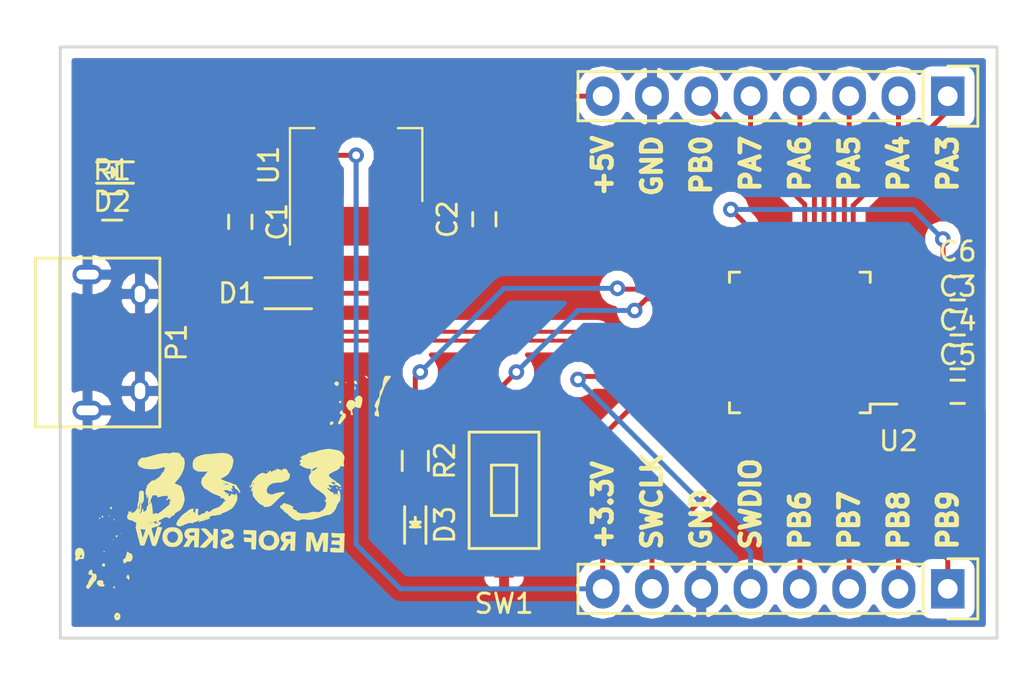
<source format=kicad_pcb>
(kicad_pcb (version 4) (host pcbnew 4.0.5)

  (general
    (links 55)
    (no_connects 1)
    (area 22.784999 22.784999 71.195001 53.415001)
    (thickness 1.6)
    (drawings 20)
    (tracks 151)
    (zones 0)
    (modules 18)
    (nets 47)
  )

  (page A4)
  (layers
    (0 F.Cu signal)
    (31 B.Cu signal)
    (32 B.Adhes user)
    (33 F.Adhes user)
    (34 B.Paste user)
    (35 F.Paste user)
    (36 B.SilkS user)
    (37 F.SilkS user)
    (38 B.Mask user)
    (39 F.Mask user)
    (40 Dwgs.User user)
    (41 Cmts.User user)
    (42 Eco1.User user)
    (43 Eco2.User user)
    (44 Edge.Cuts user)
    (45 Margin user)
    (46 B.CrtYd user)
    (47 F.CrtYd user)
    (48 B.Fab user)
    (49 F.Fab user)
  )

  (setup
    (last_trace_width 0.254)
    (trace_clearance 0.2032)
    (zone_clearance 0.508)
    (zone_45_only no)
    (trace_min 0.2)
    (segment_width 0.2)
    (edge_width 0.15)
    (via_size 0.8)
    (via_drill 0.4)
    (via_min_size 0.4)
    (via_min_drill 0.3)
    (uvia_size 0.3)
    (uvia_drill 0.1)
    (uvias_allowed no)
    (uvia_min_size 0)
    (uvia_min_drill 0)
    (pcb_text_width 0.3)
    (pcb_text_size 1.5 1.5)
    (mod_edge_width 0.15)
    (mod_text_size 1 1)
    (mod_text_width 0.15)
    (pad_size 1.524 1.524)
    (pad_drill 0.762)
    (pad_to_mask_clearance 0.2)
    (aux_axis_origin 0 0)
    (visible_elements FFFFFF7F)
    (pcbplotparams
      (layerselection 0x00030_ffffffff)
      (usegerberextensions false)
      (excludeedgelayer true)
      (linewidth 2.000000)
      (plotframeref false)
      (viasonmask false)
      (mode 1)
      (useauxorigin false)
      (hpglpennumber 1)
      (hpglpenspeed 20)
      (hpglpendiameter 15)
      (hpglpenoverlay 2)
      (psnegative false)
      (psa4output false)
      (plotreference true)
      (plotvalue true)
      (plotinvisibletext false)
      (padsonsilk false)
      (subtractmaskfromsilk false)
      (outputformat 1)
      (mirror false)
      (drillshape 1)
      (scaleselection 1)
      (outputdirectory ""))
  )

  (net 0 "")
  (net 1 +3V3)
  (net 2 GND)
  (net 3 +5V)
  (net 4 "Net-(D1-Pad2)")
  (net 5 "Net-(P1-Pad4)")
  (net 6 /SWDIO)
  (net 7 /SWCLK)
  (net 8 /BOOT0)
  (net 9 "Net-(U2-Pad41)")
  (net 10 "Net-(U2-Pad40)")
  (net 11 "Net-(U2-Pad39)")
  (net 12 "Net-(U2-Pad38)")
  (net 13 "Net-(U2-Pad31)")
  (net 14 "Net-(U2-Pad30)")
  (net 15 "Net-(U2-Pad29)")
  (net 16 "Net-(U2-Pad28)")
  (net 17 "Net-(U2-Pad27)")
  (net 18 "Net-(U2-Pad22)")
  (net 19 "Net-(U2-Pad21)")
  (net 20 "Net-(U2-Pad20)")
  (net 21 "Net-(U2-Pad19)")
  (net 22 "Net-(U2-Pad12)")
  (net 23 "Net-(U2-Pad11)")
  (net 24 "Net-(U2-Pad10)")
  (net 25 /NRST)
  (net 26 "Net-(U2-Pad6)")
  (net 27 "Net-(U2-Pad5)")
  (net 28 "Net-(U2-Pad4)")
  (net 29 "Net-(U2-Pad3)")
  (net 30 "Net-(U2-Pad2)")
  (net 31 /USB_D+)
  (net 32 /USB_D-)
  (net 33 /PB9)
  (net 34 /PB8)
  (net 35 /PB7)
  (net 36 /PB6)
  (net 37 /PA7)
  (net 38 /PA6)
  (net 39 /PA5)
  (net 40 /PA4)
  (net 41 /PA3)
  (net 42 /PB0)
  (net 43 "Net-(D2-Pad2)")
  (net 44 "Net-(D3-Pad2)")
  (net 45 /LED1)
  (net 46 /BTN1)

  (net_class Default "This is the default net class."
    (clearance 0.2032)
    (trace_width 0.254)
    (via_dia 0.8)
    (via_drill 0.4)
    (uvia_dia 0.3)
    (uvia_drill 0.1)
    (add_net +3V3)
    (add_net +5V)
    (add_net /BOOT0)
    (add_net /BTN1)
    (add_net /LED1)
    (add_net /NRST)
    (add_net /PA3)
    (add_net /PA4)
    (add_net /PA5)
    (add_net /PA6)
    (add_net /PA7)
    (add_net /PB0)
    (add_net /PB6)
    (add_net /PB7)
    (add_net /PB8)
    (add_net /PB9)
    (add_net /SWCLK)
    (add_net /SWDIO)
    (add_net /USB_D+)
    (add_net /USB_D-)
    (add_net GND)
    (add_net "Net-(D1-Pad2)")
    (add_net "Net-(D2-Pad2)")
    (add_net "Net-(D3-Pad2)")
    (add_net "Net-(P1-Pad4)")
    (add_net "Net-(U2-Pad10)")
    (add_net "Net-(U2-Pad11)")
    (add_net "Net-(U2-Pad12)")
    (add_net "Net-(U2-Pad19)")
    (add_net "Net-(U2-Pad2)")
    (add_net "Net-(U2-Pad20)")
    (add_net "Net-(U2-Pad21)")
    (add_net "Net-(U2-Pad22)")
    (add_net "Net-(U2-Pad27)")
    (add_net "Net-(U2-Pad28)")
    (add_net "Net-(U2-Pad29)")
    (add_net "Net-(U2-Pad3)")
    (add_net "Net-(U2-Pad30)")
    (add_net "Net-(U2-Pad31)")
    (add_net "Net-(U2-Pad38)")
    (add_net "Net-(U2-Pad39)")
    (add_net "Net-(U2-Pad4)")
    (add_net "Net-(U2-Pad40)")
    (add_net "Net-(U2-Pad41)")
    (add_net "Net-(U2-Pad5)")
    (add_net "Net-(U2-Pad6)")
  )

  (module 33c3_logo:33c3_logo (layer F.Cu) (tedit 0) (tstamp 58624CBE)
    (at 31.75 46.101)
    (fp_text reference G*** (at 0 0) (layer F.SilkS) hide
      (effects (font (thickness 0.3)))
    )
    (fp_text value LOGO (at 0.75 0) (layer F.SilkS) hide
      (effects (font (thickness 0.3)))
    )
    (fp_poly (pts (xy 6.870185 -6.272616) (xy 6.914634 -6.239881) (xy 6.950948 -6.201674) (xy 6.963834 -6.174011)
      (xy 6.948729 -6.158565) (xy 6.912566 -6.163409) (xy 6.86907 -6.184704) (xy 6.840523 -6.208489)
      (xy 6.803203 -6.253984) (xy 6.799105 -6.278424) (xy 6.827794 -6.286425) (xy 6.833144 -6.2865)
      (xy 6.870185 -6.272616)) (layer F.SilkS) (width 0.01))
    (fp_poly (pts (xy 5.839612 -5.951856) (xy 5.842 -5.93725) (xy 5.830571 -5.909082) (xy 5.820834 -5.9055)
      (xy 5.802055 -5.922644) (xy 5.799667 -5.93725) (xy 5.811096 -5.965418) (xy 5.820834 -5.969)
      (xy 5.839612 -5.951856)) (layer F.SilkS) (width 0.01))
    (fp_poly (pts (xy 6.326847 -6.016014) (xy 6.364272 -5.976113) (xy 6.390104 -5.927136) (xy 6.395362 -5.883419)
      (xy 6.388872 -5.869579) (xy 6.347667 -5.843733) (xy 6.303893 -5.859169) (xy 6.277117 -5.889043)
      (xy 6.248971 -5.946804) (xy 6.245467 -5.996579) (xy 6.265871 -6.027486) (xy 6.286811 -6.0325)
      (xy 6.326847 -6.016014)) (layer F.SilkS) (width 0.01))
    (fp_poly (pts (xy 5.391907 -5.976318) (xy 5.420539 -5.956722) (xy 5.456194 -5.904919) (xy 5.451744 -5.846986)
      (xy 5.42805 -5.804376) (xy 5.393651 -5.767774) (xy 5.35691 -5.762862) (xy 5.307577 -5.790039)
      (xy 5.281949 -5.810044) (xy 5.241702 -5.848106) (xy 5.230512 -5.880754) (xy 5.240005 -5.920408)
      (xy 5.276033 -5.968994) (xy 5.331329 -5.988568) (xy 5.391907 -5.976318)) (layer F.SilkS) (width 0.01))
    (fp_poly (pts (xy 6.307987 -5.718088) (xy 6.323626 -5.675577) (xy 6.328197 -5.626217) (xy 6.318742 -5.587594)
      (xy 6.310619 -5.579241) (xy 6.282172 -5.578895) (xy 6.278869 -5.58152) (xy 6.268527 -5.610537)
      (xy 6.265529 -5.657335) (xy 6.269262 -5.704192) (xy 6.279111 -5.733388) (xy 6.284236 -5.736166)
      (xy 6.307987 -5.718088)) (layer F.SilkS) (width 0.01))
    (fp_poly (pts (xy 5.561933 -4.988576) (xy 5.581828 -4.954538) (xy 5.577357 -4.910477) (xy 5.550779 -4.873977)
      (xy 5.512301 -4.874991) (xy 5.482167 -4.900083) (xy 5.466487 -4.933961) (xy 5.482167 -4.963583)
      (xy 5.524819 -4.993763) (xy 5.561933 -4.988576)) (layer F.SilkS) (width 0.01))
    (fp_poly (pts (xy 6.533283 -5.256553) (xy 6.600571 -5.213957) (xy 6.62256 -5.191318) (xy 6.647457 -5.160074)
      (xy 6.661236 -5.128252) (xy 6.665779 -5.084142) (xy 6.662968 -5.016033) (xy 6.659009 -4.964574)
      (xy 6.649453 -4.882234) (xy 6.636474 -4.815846) (xy 6.622507 -4.777102) (xy 6.619119 -4.773083)
      (xy 6.600872 -4.736943) (xy 6.599829 -4.705724) (xy 6.589235 -4.658971) (xy 6.551426 -4.629796)
      (xy 6.500473 -4.626421) (xy 6.478392 -4.634755) (xy 6.424133 -4.652305) (xy 6.384193 -4.656666)
      (xy 6.335089 -4.670281) (xy 6.309362 -4.693708) (xy 6.292048 -4.713602) (xy 6.287144 -4.703212)
      (xy 6.272182 -4.673759) (xy 6.234865 -4.629866) (xy 6.209635 -4.605257) (xy 6.163359 -4.558757)
      (xy 6.14381 -4.522302) (xy 6.144083 -4.480227) (xy 6.147139 -4.463461) (xy 6.165722 -4.368878)
      (xy 6.175481 -4.308211) (xy 6.176309 -4.273949) (xy 6.168101 -4.258581) (xy 6.150749 -4.254598)
      (xy 6.144177 -4.2545) (xy 6.102998 -4.261033) (xy 6.088945 -4.268611) (xy 6.080594 -4.296525)
      (xy 6.075532 -4.351182) (xy 6.074834 -4.382957) (xy 6.072359 -4.444977) (xy 6.060093 -4.478685)
      (xy 6.030773 -4.49803) (xy 6.011054 -4.505425) (xy 5.961762 -4.532431) (xy 5.933368 -4.565704)
      (xy 5.910234 -4.61063) (xy 5.880731 -4.654229) (xy 5.848956 -4.716318) (xy 5.846327 -4.78835)
      (xy 5.872659 -4.88044) (xy 5.876374 -4.889885) (xy 5.926813 -4.96817) (xy 5.998392 -5.018813)
      (xy 6.080985 -5.03911) (xy 6.164463 -5.026355) (xy 6.231583 -4.98475) (xy 6.274258 -4.94985)
      (xy 6.305519 -4.932319) (xy 6.308757 -4.931833) (xy 6.327206 -4.946456) (xy 6.323737 -4.979228)
      (xy 6.300546 -5.013508) (xy 6.297641 -5.016037) (xy 6.2783 -5.039602) (xy 6.282427 -5.070242)
      (xy 6.296881 -5.100774) (xy 6.333738 -5.153672) (xy 6.385263 -5.208065) (xy 6.394925 -5.216515)
      (xy 6.465606 -5.257309) (xy 6.533283 -5.256553)) (layer F.SilkS) (width 0.01))
    (fp_poly (pts (xy 8.066421 -6.285237) (xy 8.107044 -6.279349) (xy 8.124397 -6.265684) (xy 8.128 -6.241812)
      (xy 8.114925 -6.202685) (xy 8.080925 -6.145887) (xy 8.041186 -6.093435) (xy 7.948511 -5.975437)
      (xy 7.876372 -5.863965) (xy 7.816233 -5.743745) (xy 7.75956 -5.599505) (xy 7.749876 -5.572125)
      (xy 7.715487 -5.474773) (xy 7.689739 -5.405455) (xy 7.667772 -5.352083) (xy 7.644721 -5.302572)
      (xy 7.627675 -5.268358) (xy 7.58729 -5.152945) (xy 7.565819 -5.004973) (xy 7.551545 -4.893122)
      (xy 7.528556 -4.799422) (xy 7.511722 -4.757708) (xy 7.480337 -4.667608) (xy 7.469492 -4.570571)
      (xy 7.479992 -4.483118) (xy 7.496377 -4.442961) (xy 7.512629 -4.396667) (xy 7.52225 -4.333431)
      (xy 7.524865 -4.267079) (xy 7.520097 -4.211441) (xy 7.50757 -4.180345) (xy 7.503584 -4.178127)
      (xy 7.472737 -4.181817) (xy 7.418473 -4.197836) (xy 7.387167 -4.209268) (xy 7.329639 -4.23435)
      (xy 7.302573 -4.258098) (xy 7.296062 -4.291917) (xy 7.29715 -4.312859) (xy 7.312631 -4.373094)
      (xy 7.344673 -4.440577) (xy 7.355358 -4.457511) (xy 7.394563 -4.523354) (xy 7.40462 -4.57089)
      (xy 7.385382 -4.612653) (xy 7.353127 -4.646351) (xy 7.321307 -4.678942) (xy 7.308488 -4.708778)
      (xy 7.311718 -4.75157) (xy 7.32349 -4.804094) (xy 7.349222 -4.882567) (xy 7.384247 -4.955967)
      (xy 7.399322 -4.979462) (xy 7.437279 -5.03552) (xy 7.465918 -5.084836) (xy 7.469088 -5.091453)
      (xy 7.500883 -5.140469) (xy 7.522545 -5.162836) (xy 7.54489 -5.199628) (xy 7.555282 -5.266891)
      (xy 7.5565 -5.314047) (xy 7.564838 -5.433096) (xy 7.592367 -5.524453) (xy 7.642857 -5.59985)
      (xy 7.651376 -5.609166) (xy 7.682296 -5.653013) (xy 7.700862 -5.711813) (xy 7.711348 -5.79914)
      (xy 7.711387 -5.799666) (xy 7.723099 -5.895709) (xy 7.743172 -5.999753) (xy 7.768547 -6.100095)
      (xy 7.796162 -6.185035) (xy 7.822955 -6.24287) (xy 7.829861 -6.252574) (xy 7.86285 -6.27354)
      (xy 7.923007 -6.284216) (xy 7.993009 -6.2865) (xy 8.066421 -6.285237)) (layer F.SilkS) (width 0.01))
    (fp_poly (pts (xy 5.635033 -4.49078) (xy 5.650432 -4.446166) (xy 5.6515 -4.422584) (xy 5.657566 -4.377683)
      (xy 5.68273 -4.361567) (xy 5.702905 -4.360333) (xy 5.764553 -4.343071) (xy 5.80483 -4.297968)
      (xy 5.821291 -4.235051) (xy 5.811492 -4.164346) (xy 5.772989 -4.095879) (xy 5.768617 -4.090824)
      (xy 5.711393 -4.024429) (xy 5.64729 -3.946776) (xy 5.587996 -3.872273) (xy 5.545667 -3.815989)
      (xy 5.512235 -3.784742) (xy 5.471088 -3.788102) (xy 5.466292 -3.789916) (xy 5.42806 -3.823627)
      (xy 5.420154 -3.874056) (xy 5.443019 -3.927932) (xy 5.461 -3.947583) (xy 5.493365 -3.993563)
      (xy 5.503334 -4.03262) (xy 5.516098 -4.076698) (xy 5.548352 -4.133963) (xy 5.566834 -4.15925)
      (xy 5.613015 -4.224784) (xy 5.626997 -4.267456) (xy 5.608946 -4.291693) (xy 5.572125 -4.300719)
      (xy 5.523854 -4.321839) (xy 5.505398 -4.364051) (xy 5.51789 -4.417309) (xy 5.553721 -4.46379)
      (xy 5.60236 -4.496838) (xy 5.635033 -4.49078)) (layer F.SilkS) (width 0.01))
    (fp_poly (pts (xy 5.160125 -3.914557) (xy 5.183438 -3.882131) (xy 5.169847 -3.833871) (xy 5.141726 -3.797528)
      (xy 5.089343 -3.757874) (xy 5.041089 -3.748529) (xy 5.006969 -3.770696) (xy 5.002038 -3.780727)
      (xy 4.998873 -3.825529) (xy 5.008503 -3.870685) (xy 5.030709 -3.909926) (xy 5.069717 -3.924952)
      (xy 5.101387 -3.926416) (xy 5.160125 -3.914557)) (layer F.SilkS) (width 0.01))
    (fp_poly (pts (xy 1.820334 -1.396336) (xy 1.803179 -1.378143) (xy 1.788584 -1.375833) (xy 1.760343 -1.380362)
      (xy 1.756834 -1.384152) (xy 1.773385 -1.3978) (xy 1.788584 -1.404654) (xy 1.815839 -1.405094)
      (xy 1.820334 -1.396336)) (layer F.SilkS) (width 0.01))
    (fp_poly (pts (xy -3.690055 -1.305278) (xy -3.687522 -1.280158) (xy -3.690055 -1.277055) (xy -3.702639 -1.279961)
      (xy -3.704166 -1.291166) (xy -3.696422 -1.308589) (xy -3.690055 -1.305278)) (layer F.SilkS) (width 0.01))
    (fp_poly (pts (xy 5.095434 -0.541955) (xy 5.089121 -0.532334) (xy 5.067653 -0.530838) (xy 5.045067 -0.536007)
      (xy 5.054865 -0.543626) (xy 5.087946 -0.546149) (xy 5.095434 -0.541955)) (layer F.SilkS) (width 0.01))
    (fp_poly (pts (xy 5.623278 -0.479778) (xy 5.620372 -0.467194) (xy 5.609167 -0.465666) (xy 5.591744 -0.473411)
      (xy 5.595056 -0.479778) (xy 5.620176 -0.482311) (xy 5.623278 -0.479778)) (layer F.SilkS) (width 0.01))
    (fp_poly (pts (xy 5.370817 -0.541297) (xy 5.392769 -0.507366) (xy 5.393865 -0.473206) (xy 5.38581 -0.449933)
      (xy 5.370654 -0.45809) (xy 5.349216 -0.486723) (xy 5.327498 -0.529235) (xy 5.335522 -0.547313)
      (xy 5.370817 -0.541297)) (layer F.SilkS) (width 0.01))
    (fp_poly (pts (xy 5.533146 -0.488429) (xy 5.535084 -0.486833) (xy 5.561692 -0.456278) (xy 5.566834 -0.441908)
      (xy 5.552625 -0.424359) (xy 5.523892 -0.431963) (xy 5.517445 -0.437444) (xy 5.504445 -0.469305)
      (xy 5.503334 -0.482369) (xy 5.509197 -0.501924) (xy 5.533146 -0.488429)) (layer F.SilkS) (width 0.01))
    (fp_poly (pts (xy 2.285416 -1.490139) (xy 2.286 -1.486283) (xy 2.304198 -1.472379) (xy 2.339622 -1.465295)
      (xy 2.399373 -1.4521) (xy 2.450747 -1.431833) (xy 2.509847 -1.412419) (xy 2.549056 -1.42057)
      (xy 2.561167 -1.449325) (xy 2.579699 -1.471143) (xy 2.625206 -1.488759) (xy 2.63421 -1.490658)
      (xy 2.711299 -1.485692) (xy 2.776202 -1.445484) (xy 2.819166 -1.377058) (xy 2.826248 -1.352399)
      (xy 2.853022 -1.296357) (xy 2.894316 -1.25246) (xy 2.923916 -1.228917) (xy 2.937885 -1.205419)
      (xy 2.938263 -1.169408) (xy 2.927091 -1.108324) (xy 2.921807 -1.083304) (xy 2.892386 -0.983352)
      (xy 2.851869 -0.919782) (xy 2.795503 -0.887121) (xy 2.745017 -0.879749) (xy 2.678957 -0.864533)
      (xy 2.616521 -0.831188) (xy 2.615308 -0.830245) (xy 2.581221 -0.807548) (xy 2.542115 -0.793487)
      (xy 2.487184 -0.786089) (xy 2.405619 -0.783381) (xy 2.357456 -0.783166) (xy 2.172952 -0.769983)
      (xy 2.020297 -0.730645) (xy 1.900103 -0.665475) (xy 1.81298 -0.574791) (xy 1.763409 -0.471808)
      (xy 1.744144 -0.405301) (xy 1.739427 -0.359963) (xy 1.749662 -0.31706) (xy 1.76769 -0.27456)
      (xy 1.797382 -0.219358) (xy 1.824702 -0.197532) (xy 1.848065 -0.19835) (xy 1.895938 -0.195382)
      (xy 1.938408 -0.176884) (xy 1.993515 -0.158572) (xy 2.052672 -0.163085) (xy 2.095197 -0.188801)
      (xy 2.0955 -0.189202) (xy 2.121179 -0.201104) (xy 2.178277 -0.217843) (xy 2.256477 -0.237178)
      (xy 2.345462 -0.25687) (xy 2.434913 -0.274679) (xy 2.514513 -0.288364) (xy 2.573944 -0.295685)
      (xy 2.588957 -0.296333) (xy 2.638568 -0.292118) (xy 2.658613 -0.273641) (xy 2.661709 -0.245047)
      (xy 2.646994 -0.199389) (xy 2.612587 -0.181432) (xy 2.582435 -0.1628) (xy 2.528809 -0.118614)
      (xy 2.457397 -0.054007) (xy 2.373888 0.02589) (xy 2.292441 0.107294) (xy 2.173866 0.226216)
      (xy 2.078939 0.316451) (xy 2.003582 0.381304) (xy 1.943721 0.42408) (xy 1.89528 0.448087)
      (xy 1.862667 0.455925) (xy 1.822957 0.460734) (xy 1.761002 0.468397) (xy 1.735667 0.471561)
      (xy 1.668159 0.476553) (xy 1.613039 0.474777) (xy 1.600303 0.472434) (xy 1.574424 0.460232)
      (xy 1.587847 0.444294) (xy 1.589126 0.443495) (xy 1.603732 0.426928) (xy 1.579708 0.41278)
      (xy 1.576324 0.411623) (xy 1.450711 0.358237) (xy 1.353438 0.289516) (xy 1.329123 0.266107)
      (xy 1.243619 0.177481) (xy 1.184335 0.113218) (xy 1.147075 0.068236) (xy 1.127642 0.037454)
      (xy 1.121841 0.015788) (xy 1.121834 0.015021) (xy 1.104203 -0.017877) (xy 1.080637 -0.031389)
      (xy 1.048233 -0.058666) (xy 1.028416 -0.119606) (xy 1.0259 -0.134762) (xy 1.018381 -0.198034)
      (xy 1.016063 -0.246297) (xy 1.016688 -0.255405) (xy 1.01914 -0.300151) (xy 1.018508 -0.33742)
      (xy 1.014748 -0.373269) (xy 1.002636 -0.369863) (xy 0.985762 -0.348004) (xy 0.962113 -0.319806)
      (xy 0.94902 -0.325783) (xy 0.940344 -0.346094) (xy 0.939515 -0.38754) (xy 0.9525 -0.402166)
      (xy 0.969621 -0.433352) (xy 0.966832 -0.452947) (xy 0.964248 -0.481544) (xy 0.971864 -0.486833)
      (xy 0.98908 -0.504841) (xy 0.999561 -0.53738) (xy 0.995788 -0.575012) (xy 0.972373 -0.583469)
      (xy 0.940988 -0.56206) (xy 0.926905 -0.541668) (xy 0.909305 -0.517642) (xy 0.891752 -0.526345)
      (xy 0.874785 -0.549095) (xy 0.854779 -0.592198) (xy 0.854243 -0.61967) (xy 0.867015 -0.624145)
      (xy 0.879399 -0.598196) (xy 0.898716 -0.56505) (xy 0.918633 -0.569173) (xy 0.930582 -0.606503)
      (xy 0.931334 -0.622811) (xy 0.94422 -0.674054) (xy 0.959818 -0.701183) (xy 1.023868 -0.701183)
      (xy 1.025328 -0.679364) (xy 1.051628 -0.656464) (xy 1.07212 -0.671204) (xy 1.0795 -0.713619)
      (xy 1.077047 -0.752351) (xy 1.064328 -0.754252) (xy 1.045246 -0.736817) (xy 1.023868 -0.701183)
      (xy 0.959818 -0.701183) (xy 0.974039 -0.725916) (xy 0.998454 -0.767426) (xy 0.997073 -0.792288)
      (xy 0.99613 -0.792948) (xy 0.983429 -0.819043) (xy 0.995553 -0.848466) (xy 1.022273 -0.860815)
      (xy 1.029315 -0.859131) (xy 1.053033 -0.865413) (xy 1.058334 -0.893804) (xy 1.073269 -0.92657)
      (xy 1.112581 -0.978037) (xy 1.168026 -1.039948) (xy 1.231364 -1.104046) (xy 1.294353 -1.162071)
      (xy 1.34875 -1.205767) (xy 1.386313 -1.226874) (xy 1.391547 -1.227666) (xy 1.429004 -1.238591)
      (xy 1.470409 -1.260921) (xy 1.518228 -1.282203) (xy 1.561659 -1.272449) (xy 1.565352 -1.270525)
      (xy 1.607124 -1.256548) (xy 1.628808 -1.258783) (xy 1.655593 -1.255866) (xy 1.66137 -1.249178)
      (xy 1.694845 -1.228716) (xy 1.745052 -1.245138) (xy 1.792913 -1.28206) (xy 1.842499 -1.32757)
      (xy 1.884471 -1.365977) (xy 1.887657 -1.368883) (xy 1.922153 -1.386711) (xy 1.951833 -1.384221)
      (xy 1.961783 -1.364783) (xy 1.957013 -1.353204) (xy 1.964265 -1.337668) (xy 1.988418 -1.3335)
      (xy 2.023485 -1.342136) (xy 2.032 -1.354666) (xy 2.043757 -1.372001) (xy 2.047875 -1.37164)
      (xy 2.082718 -1.373749) (xy 2.12128 -1.388905) (xy 2.146287 -1.408772) (xy 2.147475 -1.41969)
      (xy 2.145292 -1.437776) (xy 2.175054 -1.43095) (xy 2.202725 -1.417422) (xy 2.232779 -1.407065)
      (xy 2.24294 -1.427479) (xy 2.243667 -1.449172) (xy 2.250821 -1.489305) (xy 2.264834 -1.502833)
      (xy 2.285416 -1.490139)) (layer F.SilkS) (width 0.01))
    (fp_poly (pts (xy -6.24149 0.491043) (xy -6.230153 0.524913) (xy -6.240947 0.562097) (xy -6.272914 0.586835)
      (xy -6.282776 0.589053) (xy -6.317304 0.588343) (xy -6.327102 0.564477) (xy -6.325109 0.536136)
      (xy -6.310242 0.48997) (xy -6.276188 0.476251) (xy -6.275916 0.47625) (xy -6.24149 0.491043)) (layer F.SilkS) (width 0.01))
    (fp_poly (pts (xy -6.351909 0.935742) (xy -6.354503 0.955426) (xy -6.366161 0.97136) (xy -6.379994 0.955341)
      (xy -6.387761 0.92418) (xy -6.383869 0.915814) (xy -6.362944 0.912338) (xy -6.351909 0.935742)) (layer F.SilkS) (width 0.01))
    (fp_poly (pts (xy -6.696064 0.948053) (xy -6.688728 0.983932) (xy -6.698836 1.01755) (xy -6.706445 1.024489)
      (xy -6.734803 1.021753) (xy -6.747124 1.012576) (xy -6.761084 0.976442) (xy -6.746496 0.942822)
      (xy -6.718152 0.931334) (xy -6.696064 0.948053)) (layer F.SilkS) (width 0.01))
    (fp_poly (pts (xy -6.84024 1.02686) (xy -6.840103 1.04885) (xy -6.860404 1.085972) (xy -6.875896 1.096059)
      (xy -6.896926 1.089807) (xy -6.897063 1.067817) (xy -6.876762 1.030695) (xy -6.86127 1.020608)
      (xy -6.84024 1.02686)) (layer F.SilkS) (width 0.01))
    (fp_poly (pts (xy 5.022784 -2.507112) (xy 5.094198 -2.496804) (xy 5.190275 -2.480377) (xy 5.294324 -2.460748)
      (xy 5.334 -2.452743) (xy 5.430026 -2.431724) (xy 5.495186 -2.412899) (xy 5.540363 -2.391436)
      (xy 5.576437 -2.362504) (xy 5.604266 -2.33277) (xy 5.682059 -2.232016) (xy 5.73122 -2.140581)
      (xy 5.749052 -2.064142) (xy 5.745797 -2.034842) (xy 5.731935 -1.974026) (xy 5.725046 -1.933565)
      (xy 5.713384 -1.874045) (xy 5.70459 -1.842047) (xy 5.702032 -1.789795) (xy 5.71587 -1.733566)
      (xy 5.730545 -1.684635) (xy 5.720446 -1.649807) (xy 5.703766 -1.629114) (xy 5.673974 -1.601546)
      (xy 5.647111 -1.601767) (xy 5.612098 -1.622317) (xy 5.572944 -1.641102) (xy 5.552022 -1.63819)
      (xy 5.55175 -1.637498) (xy 5.497284 -1.531046) (xy 5.416772 -1.452425) (xy 5.375024 -1.42875)
      (xy 5.222212 -1.357297) (xy 5.105375 -1.299467) (xy 5.021626 -1.252093) (xy 4.96808 -1.212006)
      (xy 4.941851 -1.176037) (xy 4.940053 -1.141019) (xy 4.959799 -1.103783) (xy 4.998205 -1.061159)
      (xy 5.020569 -1.039601) (xy 5.073731 -0.993193) (xy 5.117375 -0.96174) (xy 5.137464 -0.953029)
      (xy 5.166962 -0.93592) (xy 5.185412 -0.910955) (xy 5.216827 -0.881382) (xy 5.240336 -0.881954)
      (xy 5.271674 -0.876812) (xy 5.28436 -0.851156) (xy 5.312124 -0.814094) (xy 5.37086 -0.775879)
      (xy 5.394222 -0.764857) (xy 5.477893 -0.715013) (xy 5.535989 -0.644788) (xy 5.541007 -0.636117)
      (xy 5.568229 -0.58209) (xy 5.571995 -0.555795) (xy 5.559464 -0.550333) (xy 5.526069 -0.566156)
      (xy 5.495773 -0.597958) (xy 5.474389 -0.623571) (xy 5.473011 -0.612551) (xy 5.474289 -0.608541)
      (xy 5.481146 -0.580366) (xy 5.471271 -0.575378) (xy 5.438566 -0.594753) (xy 5.3995 -0.622941)
      (xy 5.348694 -0.652838) (xy 5.307708 -0.664168) (xy 5.299868 -0.662907) (xy 5.260642 -0.665678)
      (xy 5.235819 -0.679766) (xy 5.215762 -0.701897) (xy 5.228586 -0.717949) (xy 5.255783 -0.730217)
      (xy 5.309889 -0.752333) (xy 5.246868 -0.788502) (xy 5.209019 -0.806992) (xy 5.195428 -0.806804)
      (xy 5.196673 -0.803919) (xy 5.194597 -0.784714) (xy 5.187083 -0.783166) (xy 5.165495 -0.795266)
      (xy 5.164667 -0.799717) (xy 5.146489 -0.81368) (xy 5.11175 -0.820646) (xy 5.070521 -0.817955)
      (xy 5.063701 -0.798903) (xy 5.091891 -0.761477) (xy 5.1435 -0.713994) (xy 5.191033 -0.671516)
      (xy 5.221751 -0.640626) (xy 5.228167 -0.631205) (xy 5.209303 -0.620585) (xy 5.156791 -0.62387)
      (xy 5.07675 -0.640451) (xy 5.041389 -0.649831) (xy 4.963169 -0.667997) (xy 4.921747 -0.667991)
      (xy 4.91546 -0.649332) (xy 4.935802 -0.619255) (xy 4.967778 -0.572597) (xy 4.980869 -0.545041)
      (xy 5.007216 -0.513676) (xy 5.026419 -0.508) (xy 5.054906 -0.491352) (xy 5.058834 -0.47625)
      (xy 5.044139 -0.448867) (xy 5.002202 -0.450623) (xy 4.936246 -0.481261) (xy 4.927053 -0.486754)
      (xy 4.867355 -0.519451) (xy 4.838835 -0.52644) (xy 4.84261 -0.508094) (xy 4.875253 -0.469491)
      (xy 4.908641 -0.428934) (xy 4.921439 -0.401362) (xy 4.920135 -0.397524) (xy 4.926051 -0.388669)
      (xy 4.943368 -0.388408) (xy 4.980896 -0.374386) (xy 5.002988 -0.34925) (xy 5.042272 -0.296991)
      (xy 5.084118 -0.280645) (xy 5.106249 -0.283438) (xy 5.141275 -0.273676) (xy 5.179944 -0.225957)
      (xy 5.189521 -0.20963) (xy 5.225866 -0.151375) (xy 5.250651 -0.130932) (xy 5.268371 -0.146939)
      (xy 5.279788 -0.182292) (xy 5.292149 -0.220257) (xy 5.309523 -0.221401) (xy 5.335 -0.200179)
      (xy 5.366341 -0.162293) (xy 5.376334 -0.135552) (xy 5.392153 -0.100038) (xy 5.399764 -0.093851)
      (xy 5.413266 -0.096708) (xy 5.410303 -0.134547) (xy 5.406822 -0.15081) (xy 5.395801 -0.236972)
      (xy 5.402338 -0.310223) (xy 5.424281 -0.361312) (xy 5.459478 -0.38099) (xy 5.460377 -0.381)
      (xy 5.480944 -0.361506) (xy 5.501168 -0.309645) (xy 5.518946 -0.235347) (xy 5.532173 -0.148539)
      (xy 5.538746 -0.059152) (xy 5.53872 -0.011146) (xy 5.53391 0.074913) (xy 5.524158 0.131649)
      (xy 5.505856 0.172048) (xy 5.478441 0.205873) (xy 5.403471 0.308524) (xy 5.342768 0.442986)
      (xy 5.320276 0.511975) (xy 5.278342 0.605721) (xy 5.212917 0.697709) (xy 5.132663 0.779849)
      (xy 5.046243 0.844048) (xy 4.96232 0.882213) (xy 4.916379 0.889251) (xy 4.835815 0.8989)
      (xy 4.726701 0.925669) (xy 4.598024 0.967103) (xy 4.5085 1.0006) (xy 4.424228 1.030043)
      (xy 4.316803 1.062314) (xy 4.204602 1.092031) (xy 4.161475 1.102229) (xy 4.058258 1.124235)
      (xy 3.981281 1.136036) (xy 3.915955 1.138612) (xy 3.847689 1.13294) (xy 3.801641 1.126356)
      (xy 3.705512 1.115776) (xy 3.61532 1.113375) (xy 3.540165 1.118548) (xy 3.48915 1.130694)
      (xy 3.471334 1.148256) (xy 3.454519 1.160461) (xy 3.428971 1.158026) (xy 3.400324 1.156632)
      (xy 3.39847 1.166141) (xy 3.393628 1.181211) (xy 3.355065 1.181529) (xy 3.288587 1.167495)
      (xy 3.24864 1.155832) (xy 3.151157 1.116841) (xy 3.057032 1.059765) (xy 2.957957 0.978628)
      (xy 2.845626 0.867453) (xy 2.840971 0.862542) (xy 2.793956 0.817092) (xy 2.756183 0.788033)
      (xy 2.742903 0.782463) (xy 2.704514 0.766198) (xy 2.65982 0.729013) (xy 2.625419 0.685591)
      (xy 2.619483 0.673275) (xy 2.592712 0.63717) (xy 2.547276 0.600011) (xy 2.546429 0.599466)
      (xy 2.486458 0.557609) (xy 2.454631 0.522752) (xy 2.441407 0.482617) (xy 2.439118 0.461424)
      (xy 2.444598 0.41345) (xy 2.463877 0.387135) (xy 2.488574 0.390979) (xy 2.497617 0.402086)
      (xy 2.515567 0.409239) (xy 2.539071 0.377245) (xy 2.542876 0.369709) (xy 2.575249 0.31576)
      (xy 2.612011 0.288614) (xy 2.662573 0.286491) (xy 2.736344 0.307611) (xy 2.780795 0.324694)
      (xy 2.857136 0.352919) (xy 2.922919 0.373123) (xy 2.96409 0.380998) (xy 2.964484 0.381)
      (xy 2.997992 0.393182) (xy 3.001303 0.418042) (xy 3.006261 0.444531) (xy 3.040053 0.451549)
      (xy 3.055153 0.450844) (xy 3.096388 0.452292) (xy 3.104806 0.469121) (xy 3.100426 0.482594)
      (xy 3.085782 0.530461) (xy 3.08269 0.548688) (xy 3.098872 0.575975) (xy 3.144501 0.609682)
      (xy 3.208817 0.642985) (xy 3.264959 0.664267) (xy 3.294855 0.69236) (xy 3.302 0.721267)
      (xy 3.311851 0.754562) (xy 3.33132 0.755278) (xy 3.368705 0.758201) (xy 3.410377 0.778864)
      (xy 3.465475 0.799488) (xy 3.550683 0.810612) (xy 3.654914 0.812491) (xy 3.767086 0.805383)
      (xy 3.876113 0.789543) (xy 3.96875 0.765955) (xy 4.045231 0.743661) (xy 4.113437 0.733644)
      (xy 4.191804 0.734295) (xy 4.263064 0.740286) (xy 4.349147 0.747778) (xy 4.408595 0.747702)
      (xy 4.4568 0.737588) (xy 4.509151 0.714967) (xy 4.548814 0.694437) (xy 4.667545 0.611859)
      (xy 4.750614 0.509658) (xy 4.796187 0.390627) (xy 4.804834 0.304694) (xy 4.803453 0.237416)
      (xy 4.796948 0.203388) (xy 4.781771 0.193557) (xy 4.7625 0.196633) (xy 4.728685 0.199112)
      (xy 4.720167 0.191799) (xy 4.734254 0.16723) (xy 4.7625 0.137584) (xy 4.798175 0.079909)
      (xy 4.799222 0.008487) (xy 4.76847 -0.070706) (xy 4.708749 -0.151692) (xy 4.622888 -0.228495)
      (xy 4.573365 -0.262029) (xy 4.510165 -0.303631) (xy 4.464333 -0.338743) (xy 4.445112 -0.360231)
      (xy 4.445 -0.36113) (xy 4.428201 -0.380076) (xy 4.418542 -0.381717) (xy 4.383542 -0.396421)
      (xy 4.327822 -0.434518) (xy 4.259865 -0.488754) (xy 4.188157 -0.551877) (xy 4.121183 -0.616634)
      (xy 4.067429 -0.675773) (xy 4.053113 -0.694066) (xy 3.986062 -0.806977) (xy 3.938486 -0.931723)
      (xy 3.916589 -1.05111) (xy 3.915834 -1.074386) (xy 3.931771 -1.147281) (xy 3.976101 -1.206524)
      (xy 4.023704 -1.264109) (xy 4.060395 -1.325208) (xy 4.063336 -1.331896) (xy 4.088241 -1.376859)
      (xy 4.1118 -1.39737) (xy 4.126122 -1.388053) (xy 4.1275 -1.37559) (xy 4.142357 -1.379461)
      (xy 4.180826 -1.403459) (xy 4.233753 -1.440905) (xy 4.291987 -1.48512) (xy 4.346374 -1.529422)
      (xy 4.3815 -1.560956) (xy 4.375909 -1.567532) (xy 4.341501 -1.56446) (xy 4.289973 -1.554357)
      (xy 4.233026 -1.539842) (xy 4.182359 -1.523531) (xy 4.15197 -1.509592) (xy 4.115381 -1.472787)
      (xy 4.07514 -1.41243) (xy 4.052648 -1.368751) (xy 4.023217 -1.310194) (xy 4.006335 -1.291733)
      (xy 4.001719 -1.305664) (xy 4.008418 -1.361448) (xy 4.021383 -1.406837) (xy 4.031447 -1.448679)
      (xy 4.012834 -1.471571) (xy 3.988255 -1.482298) (xy 3.92906 -1.496711) (xy 3.859623 -1.50351)
      (xy 3.856247 -1.503559) (xy 3.784908 -1.517143) (xy 3.68718 -1.555312) (xy 3.610035 -1.593518)
      (xy 3.51828 -1.645697) (xy 3.457708 -1.687778) (xy 3.430481 -1.717759) (xy 3.438761 -1.733639)
      (xy 3.456518 -1.735666) (xy 3.488466 -1.7517) (xy 3.499687 -1.787837) (xy 3.488011 -1.826135)
      (xy 3.469424 -1.842522) (xy 3.433461 -1.876003) (xy 3.43647 -1.910164) (xy 3.476264 -1.935777)
      (xy 3.4925 -1.939925) (xy 3.53968 -1.962033) (xy 3.55667 -1.99557) (xy 3.540929 -2.028213)
      (xy 3.513667 -2.042583) (xy 3.479163 -2.062833) (xy 3.473635 -2.084669) (xy 3.499892 -2.095475)
      (xy 3.501883 -2.0955) (xy 3.537596 -2.111277) (xy 3.560092 -2.13446) (xy 3.598478 -2.162742)
      (xy 3.659888 -2.184175) (xy 3.678093 -2.187688) (xy 3.753671 -2.211019) (xy 3.838473 -2.254369)
      (xy 3.874277 -2.277995) (xy 3.937149 -2.32001) (xy 3.977363 -2.337374) (xy 4.003963 -2.333494)
      (xy 4.010122 -2.329131) (xy 4.049297 -2.315284) (xy 4.082422 -2.326864) (xy 4.138757 -2.345406)
      (xy 4.175376 -2.3495) (xy 4.221592 -2.357314) (xy 4.290042 -2.377593) (xy 4.351393 -2.400265)
      (xy 4.451737 -2.433328) (xy 4.575601 -2.46296) (xy 4.709634 -2.487035) (xy 4.840484 -2.503429)
      (xy 4.954797 -2.510016) (xy 5.022784 -2.507112)) (layer F.SilkS) (width 0.01))
    (fp_poly (pts (xy -6.115181 1.094185) (xy -6.099217 1.132837) (xy -6.099932 1.156627) (xy -6.107477 1.184373)
      (xy -6.117036 1.172148) (xy -6.123084 1.157144) (xy -6.137685 1.107864) (xy -6.134657 1.084828)
      (xy -6.115181 1.094185)) (layer F.SilkS) (width 0.01))
    (fp_poly (pts (xy -0.363904 -2.28618) (xy -0.247315 -2.255398) (xy -0.152643 -2.206719) (xy -0.098652 -2.163169)
      (xy -0.020217 -2.06704) (xy 0.017289 -1.965569) (xy 0.021167 -1.918018) (xy 0.015345 -1.839453)
      (xy -0.000038 -1.744702) (xy -0.021854 -1.64709) (xy -0.046977 -1.559947) (xy -0.072281 -1.496598)
      (xy -0.0812 -1.481666) (xy -0.113081 -1.430689) (xy -0.15048 -1.362026) (xy -0.167069 -1.328667)
      (xy -0.230771 -1.230587) (xy -0.324172 -1.144919) (xy -0.452844 -1.066849) (xy -0.493092 -1.047046)
      (xy -0.573624 -1.006359) (xy -0.61706 -0.977147) (xy -0.626169 -0.956639) (xy -0.603718 -0.94206)
      (xy -0.5993 -0.940657) (xy -0.556337 -0.924753) (xy -0.49587 -0.899121) (xy -0.47625 -0.890268)
      (xy -0.415953 -0.86558) (xy -0.330918 -0.834471) (xy -0.236965 -0.802664) (xy -0.211666 -0.794555)
      (xy -0.124524 -0.765314) (xy -0.048312 -0.736701) (xy 0.00439 -0.713545) (xy 0.01513 -0.70751)
      (xy 0.066328 -0.684077) (xy 0.101808 -0.677333) (xy 0.145855 -0.661835) (xy 0.187998 -0.625811)
      (xy 0.210915 -0.584969) (xy 0.211667 -0.577717) (xy 0.226371 -0.547517) (xy 0.246785 -0.526467)
      (xy 0.275758 -0.490203) (xy 0.311101 -0.42997) (xy 0.345357 -0.360778) (xy 0.371069 -0.297638)
      (xy 0.380793 -0.2567) (xy 0.370949 -0.241788) (xy 0.346156 -0.255894) (xy 0.314201 -0.292322)
      (xy 0.28599 -0.338203) (xy 0.248347 -0.384711) (xy 0.192299 -0.428274) (xy 0.180635 -0.434994)
      (xy 0.120566 -0.480443) (xy 0.092564 -0.529166) (xy 0.077882 -0.590198) (xy 0.062678 -0.618557)
      (xy 0.038155 -0.62309) (xy 0.006531 -0.615673) (xy -0.037408 -0.594107) (xy -0.045835 -0.559824)
      (xy -0.045686 -0.558964) (xy -0.0309 -0.521965) (xy -0.019228 -0.511528) (xy 0.001834 -0.493198)
      (xy -0.008987 -0.475267) (xy -0.042739 -0.469306) (xy -0.050984 -0.470478) (xy -0.087322 -0.47196)
      (xy -0.092196 -0.452456) (xy -0.09036 -0.446487) (xy -0.063999 -0.403701) (xy -0.048099 -0.38789)
      (xy -0.025439 -0.347976) (xy -0.024841 -0.324633) (xy -0.032975 -0.302064) (xy -0.050319 -0.306717)
      (xy -0.083587 -0.337587) (xy -0.122333 -0.368155) (xy -0.142601 -0.36558) (xy -0.143316 -0.363802)
      (xy -0.164347 -0.343476) (xy -0.194336 -0.339671) (xy -0.211495 -0.354533) (xy -0.211666 -0.357064)
      (xy -0.230491 -0.373133) (xy -0.277656 -0.385561) (xy -0.339201 -0.392333) (xy -0.401164 -0.39143)
      (xy -0.425546 -0.387966) (xy -0.471 -0.37204) (xy -0.485951 -0.353527) (xy -0.467168 -0.340547)
      (xy -0.445164 -0.338666) (xy -0.414736 -0.327998) (xy -0.414557 -0.309839) (xy -0.403481 -0.284152)
      (xy -0.352018 -0.25261) (xy -0.307288 -0.232984) (xy -0.242842 -0.205506) (xy -0.21162 -0.186347)
      (xy -0.207159 -0.169097) (xy -0.222012 -0.14843) (xy -0.243565 -0.117293) (xy -0.233386 -0.094414)
      (xy -0.2242 -0.086285) (xy -0.195119 -0.073678) (xy -0.194401 -0.074083) (xy 0.127 -0.074083)
      (xy 0.137584 -0.0635) (xy 0.148167 -0.074083) (xy 0.137584 -0.084666) (xy 0.127 -0.074083)
      (xy -0.194401 -0.074083) (xy -0.162612 -0.091996) (xy -0.150063 -0.103937) (xy -0.110156 -0.133283)
      (xy -0.079855 -0.140572) (xy -0.064541 -0.139517) (xy -0.068791 -0.142816) (xy -0.083373 -0.167373)
      (xy -0.08067 -0.198346) (xy -0.064552 -0.211666) (xy -0.038505 -0.195577) (xy -0.022606 -0.174625)
      (xy -0.00154 -0.150888) (xy 0.01735 -0.165033) (xy 0.017356 -0.165043) (xy 0.037305 -0.180472)
      (xy 0.062669 -0.159752) (xy 0.101494 -0.128907) (xy 0.131576 -0.130301) (xy 0.142461 -0.16127)
      (xy 0.139616 -0.179353) (xy 0.13592 -0.217821) (xy 0.148161 -0.225553) (xy 0.169551 -0.207529)
      (xy 0.193298 -0.168727) (xy 0.208648 -0.12873) (xy 0.229715 0.007604) (xy 0.209361 0.1405)
      (xy 0.14716 0.272693) (xy 0.145601 0.275167) (xy 0.115368 0.324917) (xy 0.076208 0.39184)
      (xy 0.05596 0.42726) (xy 0.018445 0.483428) (xy -0.029889 0.532664) (xy -0.098974 0.583745)
      (xy -0.174717 0.631155) (xy -0.267657 0.682711) (xy -0.363925 0.729258) (xy -0.447096 0.763055)
      (xy -0.470451 0.770547) (xy -0.548398 0.799054) (xy -0.600547 0.830848) (xy -0.613654 0.846332)
      (xy -0.640412 0.874023) (xy -0.689009 0.885023) (xy -0.727084 0.885607) (xy -0.796504 0.890383)
      (xy -0.855503 0.904534) (xy -0.866569 0.90949) (xy -0.928279 0.924829) (xy -0.987839 0.921473)
      (xy -1.043917 0.918282) (xy -1.100621 0.934749) (xy -1.160235 0.966432) (xy -1.215413 1.002355)
      (xy -1.233994 1.023872) (xy -1.222375 1.032698) (xy -1.190891 1.052531) (xy -1.185333 1.068487)
      (xy -1.201397 1.087681) (xy -1.229833 1.085067) (xy -1.274082 1.087381) (xy -1.291981 1.101985)
      (xy -1.323781 1.123984) (xy -1.376632 1.138168) (xy -1.379613 1.138532) (xy -1.431179 1.149637)
      (xy -1.461374 1.165749) (xy -1.462197 1.166913) (xy -1.489425 1.180279) (xy -1.542623 1.189392)
      (xy -1.565327 1.190913) (xy -1.624958 1.19911) (xy -1.661727 1.21544) (xy -1.666275 1.221678)
      (xy -1.688395 1.240553) (xy -1.723625 1.249166) (xy -1.751735 1.244477) (xy -1.756833 1.235292)
      (xy -1.74217 1.212994) (xy -1.719791 1.192634) (xy -1.698951 1.173687) (xy -1.710276 1.170512)
      (xy -1.74625 1.177583) (xy -1.80735 1.197557) (xy -1.851501 1.220241) (xy -1.905773 1.242756)
      (xy -1.948762 1.248834) (xy -2.0055 1.264248) (xy -2.042516 1.291092) (xy -2.078876 1.318877)
      (xy -2.107361 1.311273) (xy -2.152803 1.297087) (xy -2.225338 1.300254) (xy -2.314464 1.318668)
      (xy -2.409681 1.350222) (xy -2.492761 1.388577) (xy -2.619346 1.446754) (xy -2.723255 1.471809)
      (xy -2.807491 1.464274) (xy -2.840171 1.450173) (xy -2.897064 1.401502) (xy -2.912832 1.343334)
      (xy -2.887109 1.277299) (xy -2.88086 1.26844) (xy -2.850257 1.214903) (xy -2.836404 1.166681)
      (xy -2.836333 1.164096) (xy -2.824287 1.129642) (xy -2.801244 1.126197) (xy -2.767974 1.112928)
      (xy -2.7655 1.107722) (xy -1.580444 1.107722) (xy -1.577539 1.120306) (xy -1.566333 1.121834)
      (xy -1.548911 1.114089) (xy -1.552222 1.107722) (xy -1.577342 1.105189) (xy -1.580444 1.107722)
      (xy -2.7655 1.107722) (xy -2.762406 1.10121) (xy -1.534583 1.10121) (xy -1.462043 1.090135)
      (xy -1.410458 1.079953) (xy -1.380465 1.069739) (xy -1.37914 1.068696) (xy -1.373415 1.052724)
      (xy -1.4001 1.052897) (xy -1.452581 1.068946) (xy -1.4605 1.072005) (xy -1.534583 1.10121)
      (xy -2.762406 1.10121) (xy -2.750912 1.077026) (xy -2.726118 1.032307) (xy -2.677269 0.973039)
      (xy -2.614579 0.909527) (xy -2.554225 0.857235) (xy -2.257302 0.857235) (xy -2.247779 0.90114)
      (xy -2.233088 0.906406) (xy -2.223107 0.873027) (xy -2.222908 0.867834) (xy -1.989666 0.867834)
      (xy -1.981922 0.885256) (xy -1.975555 0.881945) (xy -1.973022 0.856825) (xy -1.975555 0.853722)
      (xy -1.988139 0.856628) (xy -1.989666 0.867834) (xy -2.222908 0.867834) (xy -2.2225 0.85725)
      (xy -2.228984 0.81746) (xy -2.241427 0.804334) (xy -2.254589 0.822358) (xy -2.257302 0.857235)
      (xy -2.554225 0.857235) (xy -2.548264 0.852071) (xy -2.488541 0.810976) (xy -2.485407 0.809264)
      (xy -2.432633 0.774839) (xy -2.383482 0.735181) (xy -2.287217 0.655778) (xy -2.201358 0.604909)
      (xy -2.121836 0.577194) (xy -2.056668 0.567528) (xy -2.018961 0.575405) (xy -2.013771 0.598483)
      (xy -2.029611 0.619911) (xy -2.049736 0.658201) (xy -2.051764 0.702204) (xy -2.036978 0.734428)
      (xy -2.020734 0.740834) (xy -1.988874 0.75845) (xy -1.971054 0.787459) (xy -1.959862 0.809559)
      (xy -1.95171 0.799219) (xy -1.943882 0.751927) (xy -1.942381 0.739834) (xy -1.928686 0.664671)
      (xy -1.90894 0.595651) (xy -1.903616 0.582084) (xy -1.884667 0.541547) (xy -1.874918 0.53744)
      (xy -1.867999 0.566209) (xy -1.852196 0.605614) (xy -1.83026 0.610849) (xy -1.814412 0.587375)
      (xy -1.800801 0.562856) (xy -1.792275 0.573455) (xy -1.789706 0.612167) (xy -1.793967 0.671987)
      (xy -1.799217 0.709391) (xy -1.807391 0.77754) (xy -1.807939 0.827409) (xy -1.802504 0.845671)
      (xy -1.781326 0.873654) (xy -1.771478 0.895205) (xy -1.755113 0.920403) (xy -1.726021 0.915796)
      (xy -1.709959 0.907737) (xy -1.660971 0.876302) (xy -1.63405 0.853907) (xy -1.589199 0.829226)
      (xy -1.565817 0.8255) (xy -1.518376 0.817875) (xy -1.470597 0.799593) (xy -1.436722 0.777544)
      (xy -1.430088 0.759835) (xy -1.42219 0.73762) (xy -1.38851 0.708509) (xy -1.340185 0.686566)
      (xy -1.297373 0.695274) (xy -1.292586 0.697741) (xy -1.258368 0.724067) (xy -1.248833 0.742323)
      (xy -1.235013 0.751685) (xy -1.199185 0.7359) (xy -1.149799 0.699223) (xy -1.132416 0.683681)
      (xy -1.079994 0.641217) (xy -1.019939 0.601585) (xy -0.963991 0.571489) (xy -0.92389 0.557635)
      (xy -0.913671 0.558751) (xy -0.884536 0.55634) (xy -0.855076 0.539745) (xy -0.808867 0.515112)
      (xy -0.780172 0.508673) (xy -0.741229 0.493541) (xy -0.684918 0.455159) (xy -0.621342 0.402484)
      (xy -0.560604 0.344477) (xy -0.512809 0.290095) (xy -0.488688 0.250222) (xy -0.463339 0.207091)
      (xy -0.437233 0.20274) (xy -0.405502 0.200818) (xy -0.386249 0.179586) (xy -0.391867 0.154797)
      (xy -0.396602 0.151092) (xy -0.419402 0.121511) (xy -0.431765 0.092244) (xy -0.467171 0.045919)
      (xy -0.534226 0.021812) (xy -0.60325 0.019884) (xy -0.644404 0.020015) (xy -0.649788 0.008954)
      (xy -0.640291 -0.002509) (xy -0.61752 -0.033205) (xy -0.613833 -0.044565) (xy -0.632363 -0.057846)
      (xy -0.681996 -0.080904) (xy -0.753796 -0.109764) (xy -0.793951 -0.124671) (xy -0.937909 -0.179604)
      (xy -0.990176 -0.202925) (xy -0.375364 -0.202925) (xy -0.370416 -0.1905) (xy -0.341003 -0.174084)
      (xy -0.310959 -0.170821) (xy -0.278528 -0.173293) (xy -0.287062 -0.181709) (xy -0.306916 -0.1905)
      (xy -0.358498 -0.208455) (xy -0.375364 -0.202925) (xy -0.990176 -0.202925) (xy -1.050795 -0.229972)
      (xy -1.142738 -0.280931) (xy -1.223867 -0.337634) (xy -1.244291 -0.353833) (xy -1.267328 -0.370416)
      (xy -0.592666 -0.370416) (xy -0.582083 -0.359833) (xy -0.5715 -0.370416) (xy -0.582083 -0.381)
      (xy -0.592666 -0.370416) (xy -1.267328 -0.370416) (xy -1.296734 -0.391583) (xy -0.550333 -0.391583)
      (xy -0.53975 -0.381) (xy -0.529166 -0.391583) (xy -0.53975 -0.402166) (xy -0.550333 -0.391583)
      (xy -1.296734 -0.391583) (xy -1.306692 -0.39875) (xy -1.366164 -0.432448) (xy -1.369942 -0.433916)
      (xy -0.423333 -0.433916) (xy -0.41275 -0.423333) (xy -0.402166 -0.433916) (xy -0.41275 -0.4445)
      (xy -0.423333 -0.433916) (xy -1.369942 -0.433916) (xy -1.392457 -0.442664) (xy -1.413843 -0.455083)
      (xy -0.148166 -0.455083) (xy -0.137583 -0.4445) (xy -0.127 -0.455083) (xy -0.137583 -0.465666)
      (xy -0.148166 -0.455083) (xy -1.413843 -0.455083) (xy -1.4424 -0.471665) (xy -1.499596 -0.527761)
      (xy -1.554804 -0.599058) (xy -1.598782 -0.673666) (xy -1.601137 -0.6802) (xy -0.465045 -0.6802)
      (xy -0.454112 -0.651959) (xy -0.451555 -0.649111) (xy -0.430057 -0.635433) (xy -0.430156 -0.649813)
      (xy -0.432434 -0.653768) (xy -0.42789 -0.680411) (xy -0.410091 -0.700707) (xy -0.381333 -0.716016)
      (xy -0.354648 -0.700915) (xy -0.338139 -0.681938) (xy -0.298528 -0.644923) (xy -0.267647 -0.636747)
      (xy -0.25408 -0.659394) (xy -0.254 -0.662516) (xy -0.271099 -0.702931) (xy -0.311966 -0.731548)
      (xy -0.360952 -0.742776) (xy -0.402409 -0.731024) (xy -0.412963 -0.719321) (xy -0.43833 -0.707111)
      (xy -0.445962 -0.709987) (xy -0.461739 -0.705955) (xy -0.465045 -0.6802) (xy -1.601137 -0.6802)
      (xy -1.621979 -0.738003) (xy -1.62501 -0.800261) (xy -1.617787 -0.880069) (xy -1.609697 -0.924415)
      (xy -1.588869 -0.997798) (xy -1.563867 -1.039582) (xy -1.53381 -1.058627) (xy -1.490495 -1.090097)
      (xy -1.4517 -1.141439) (xy -1.448561 -1.147382) (xy -1.409424 -1.210439) (xy -1.359442 -1.273834)
      (xy -1.352185 -1.281706) (xy -1.290944 -1.346328) (xy -1.550347 -1.345206) (xy -1.660983 -1.345303)
      (xy -1.739181 -1.347754) (xy -1.794826 -1.354109) (xy -1.837805 -1.365917) (xy -1.878005 -1.38473)
      (xy -1.906687 -1.401072) (xy -1.978839 -1.446766) (xy -2.023617 -1.488503) (xy -2.048834 -1.539245)
      (xy -2.062303 -1.611958) (xy -2.067724 -1.668263) (xy -2.06485 -1.808509) (xy -2.029205 -1.924603)
      (xy -1.95896 -2.021283) (xy -1.917115 -2.058501) (xy -1.834644 -2.10897) (xy -1.723308 -2.156802)
      (xy -1.596548 -2.197828) (xy -1.467807 -2.227881) (xy -1.350525 -2.242794) (xy -1.319794 -2.243692)
      (xy -1.241845 -2.246317) (xy -1.135666 -2.253452) (xy -1.014986 -2.26402) (xy -0.89354 -2.276945)
      (xy -0.889 -2.277479) (xy -0.680364 -2.296587) (xy -0.506793 -2.299698) (xy -0.363904 -2.28618)) (layer F.SilkS) (width 0.01))
    (fp_poly (pts (xy -5.764389 1.848556) (xy -5.767294 1.861139) (xy -5.7785 1.862667) (xy -5.795922 1.854922)
      (xy -5.792611 1.848556) (xy -5.767491 1.846022) (xy -5.764389 1.848556)) (layer F.SilkS) (width 0.01))
    (fp_poly (pts (xy -5.956506 1.942851) (xy -5.947833 1.977531) (xy -5.956926 2.019548) (xy -5.98945 2.03198)
      (xy -5.991639 2.032) (xy -6.024529 2.021842) (xy -6.02871 1.984802) (xy -6.02868 1.984591)
      (xy -6.010747 1.942831) (xy -5.982014 1.928509) (xy -5.956506 1.942851)) (layer F.SilkS) (width 0.01))
    (fp_poly (pts (xy -6.145609 2.171968) (xy -6.148916 2.180167) (xy -6.167937 2.200359) (xy -6.171332 2.201334)
      (xy -6.180424 2.184957) (xy -6.180666 2.180167) (xy -6.164395 2.159814) (xy -6.158251 2.159)
      (xy -6.145609 2.171968)) (layer F.SilkS) (width 0.01))
    (fp_poly (pts (xy -2.989546 -2.323423) (xy -2.963296 -2.321547) (xy -2.861915 -2.312289) (xy -2.793905 -2.300647)
      (xy -2.750328 -2.28281) (xy -2.722246 -2.254972) (xy -2.70072 -2.213324) (xy -2.698841 -2.20887)
      (xy -2.660028 -2.148693) (xy -2.607347 -2.101797) (xy -2.604823 -2.100312) (xy -2.550219 -2.056072)
      (xy -2.51413 -1.992642) (xy -2.494077 -1.902988) (xy -2.487583 -1.780073) (xy -2.487578 -1.767416)
      (xy -2.50752 -1.581094) (xy -2.563981 -1.388553) (xy -2.653492 -1.197474) (xy -2.772585 -1.015539)
      (xy -2.887905 -0.880617) (xy -2.941167 -0.821438) (xy -2.977867 -0.773152) (xy -2.992115 -0.743812)
      (xy -2.990933 -0.739705) (xy -2.963955 -0.724006) (xy -2.909316 -0.698126) (xy -2.838672 -0.667575)
      (xy -2.836333 -0.666605) (xy -2.738602 -0.622756) (xy -2.675236 -0.584403) (xy -2.639768 -0.545869)
      (xy -2.62573 -0.501476) (xy -2.624666 -0.480759) (xy -2.613317 -0.420209) (xy -2.585521 -0.354772)
      (xy -2.580809 -0.346783) (xy -2.56005 -0.298023) (xy -2.5391 -0.223814) (xy -2.519748 -0.134856)
      (xy -2.503785 -0.041852) (xy -2.493001 0.044495) (xy -2.489185 0.113484) (xy -2.494128 0.154413)
      (xy -2.496326 0.158292) (xy -2.5108 0.191867) (xy -2.525393 0.24801) (xy -2.528389 0.263415)
      (xy -2.551286 0.347809) (xy -2.588082 0.437908) (xy -2.633496 0.524789) (xy -2.682246 0.599532)
      (xy -2.729049 0.653215) (xy -2.768625 0.676915) (xy -2.77345 0.677334) (xy -2.818349 0.69193)
      (xy -2.851384 0.717041) (xy -2.900228 0.754345) (xy -2.936875 0.771384) (xy -2.973924 0.793786)
      (xy -2.9845 0.815519) (xy -3.000754 0.853174) (xy -3.038881 0.894688) (xy -3.082932 0.924911)
      (xy -3.10642 0.931334) (xy -3.14006 0.944321) (xy -3.178166 0.973559) (xy -3.203304 1.00446)
      (xy -3.205796 1.014488) (xy -3.221564 1.032025) (xy -3.254377 1.052282) (xy -3.293042 1.067123)
      (xy -3.311956 1.055529) (xy -3.315803 1.046991) (xy -3.343971 1.022604) (xy -3.376584 1.016)
      (xy -3.419115 1.005846) (xy -3.436148 0.989542) (xy -3.445712 0.973944) (xy -3.448495 0.989542)
      (xy -3.467517 1.011804) (xy -3.488356 1.016) (xy -3.526395 1.026884) (xy -3.584533 1.054969)
      (xy -3.631231 1.082418) (xy -3.703936 1.125039) (xy -3.775677 1.16158) (xy -3.81 1.176176)
      (xy -3.847769 1.193459) (xy -3.853243 1.203855) (xy -3.846377 1.205009) (xy -3.807728 1.222312)
      (xy -3.796246 1.238881) (xy -3.768827 1.261371) (xy -3.743993 1.258621) (xy -3.712608 1.258274)
      (xy -3.704166 1.290405) (xy -3.717544 1.331713) (xy -3.735916 1.347012) (xy -3.763245 1.376009)
      (xy -3.767666 1.396775) (xy -3.780266 1.418199) (xy -3.820318 1.44272) (xy -3.891201 1.471692)
      (xy -3.996296 1.506472) (xy -4.138981 1.548416) (xy -4.161439 1.554737) (xy -4.179198 1.561069)
      (xy -4.189281 1.572642) (xy -4.190932 1.596266) (xy -4.183392 1.638755) (xy -4.165903 1.706919)
      (xy -4.137709 1.807572) (xy -4.13048 1.833042) (xy -4.054998 2.098866) (xy -3.887162 1.503346)
      (xy -3.769206 1.516613) (xy -3.704044 1.524465) (xy -3.659123 1.530866) (xy -3.646314 1.53364)
      (xy -3.651335 1.553869) (xy -3.668079 1.608672) (xy -3.694766 1.692503) (xy -3.729616 1.799813)
      (xy -3.770849 1.925056) (xy -3.801591 2.017533) (xy -3.85469 2.17485) (xy -3.897019 2.295663)
      (xy -3.930207 2.383948) (xy -3.955884 2.443679) (xy -3.975679 2.478829) (xy -3.991221 2.493373)
      (xy -3.997027 2.494279) (xy -4.043461 2.489167) (xy -4.096617 2.482685) (xy -4.121685 2.478307)
      (xy -4.14122 2.468348) (xy -4.158177 2.446547) (xy -4.175509 2.406645) (xy -4.196172 2.34238)
      (xy -4.223119 2.247492) (xy -4.244783 2.168694) (xy -4.27466 2.062103) (xy -4.301275 1.971678)
      (xy -4.322442 1.904501) (xy -4.335975 1.867658) (xy -4.339166 1.862825) (xy -4.34951 1.881649)
      (xy -4.370951 1.933553) (xy -4.400795 2.011595) (xy -4.436348 2.108833) (xy -4.454736 2.160535)
      (xy -4.492222 2.265247) (xy -4.525368 2.354815) (xy -4.551439 2.422074) (xy -4.567698 2.459863)
      (xy -4.571177 2.465408) (xy -4.597328 2.467487) (xy -4.65009 2.464526) (xy -4.678164 2.46172)
      (xy -4.773697 2.450952) (xy -4.884909 2.013934) (xy -4.918677 1.881337) (xy -4.949535 1.760348)
      (xy -4.975733 1.657813) (xy -4.984551 1.623397) (xy -4.753922 1.623397) (xy -4.753021 1.634226)
      (xy -4.744905 1.665626) (xy -4.730198 1.728058) (xy -4.711302 1.811184) (xy -4.698354 1.869417)
      (xy -4.678695 1.955602) (xy -4.662077 2.022945) (xy -4.650645 2.063072) (xy -4.646889 2.0705)
      (xy -4.637973 2.048996) (xy -4.618236 1.996061) (xy -4.590812 1.920231) (xy -4.565976 1.85032)
      (xy -4.490703 1.636889) (xy -4.547226 1.636801) (xy -4.607379 1.632682) (xy -4.677419 1.622784)
      (xy -4.682806 1.621791) (xy -4.734874 1.615284) (xy -4.753922 1.623397) (xy -4.984551 1.623397)
      (xy -4.995523 1.580578) (xy -5.007153 1.535489) (xy -5.008779 1.529292) (xy -5.010715 1.492026)
      (xy -4.984348 1.480123) (xy -4.981927 1.479996) (xy -4.959875 1.47475) (xy -4.966177 1.468548)
      (xy -4.980164 1.441075) (xy -4.980298 1.42875) (xy -4.360333 1.42875) (xy -4.34975 1.439334)
      (xy -4.339166 1.42875) (xy -3.915833 1.42875) (xy -3.90525 1.439334) (xy -3.894666 1.42875)
      (xy -3.90525 1.418167) (xy -3.915833 1.42875) (xy -4.339166 1.42875) (xy -4.34975 1.418167)
      (xy -4.360333 1.42875) (xy -4.980298 1.42875) (xy -4.980528 1.407584) (xy -4.296833 1.407584)
      (xy -4.28625 1.418167) (xy -4.275666 1.407584) (xy -4.28625 1.397) (xy -4.296833 1.407584)
      (xy -4.980528 1.407584) (xy -4.980758 1.386417) (xy -4.212166 1.386417) (xy -4.201583 1.397)
      (xy -4.191 1.386417) (xy -4.195516 1.381901) (xy -3.848921 1.381901) (xy -3.843771 1.39373)
      (xy -3.822458 1.416453) (xy -3.810206 1.411792) (xy -3.81 1.408833) (xy -3.825034 1.39093)
      (xy -3.834437 1.384396) (xy -3.848921 1.381901) (xy -4.195516 1.381901) (xy -4.201583 1.375834)
      (xy -4.212166 1.386417) (xy -4.980758 1.386417) (xy -4.980829 1.379952) (xy -4.9793 1.364385)
      (xy -4.975421 1.307717) (xy -4.3815 1.307717) (xy -4.363322 1.32168) (xy -4.328583 1.328646)
      (xy -4.288956 1.32483) (xy -4.275666 1.312096) (xy -4.293782 1.296363) (xy -4.328583 1.291167)
      (xy -4.368384 1.29684) (xy -4.3815 1.307717) (xy -4.975421 1.307717) (xy -4.975247 1.30519)
      (xy -4.980267 1.285875) (xy -4.206885 1.285875) (xy -4.202335 1.308157) (xy -4.17806 1.310688)
      (xy -4.150817 1.295188) (xy -4.140422 1.279046) (xy -4.140813 1.253764) (xy -4.162862 1.252587)
      (xy -4.19839 1.272422) (xy -4.206885 1.285875) (xy -4.980267 1.285875) (xy -4.982533 1.277157)
      (xy -5.003881 1.270001) (xy -5.004287 1.27) (xy -5.043018 1.258631) (xy -5.061918 1.24874)
      (xy -4.071336 1.24874) (xy -4.069231 1.267157) (xy -4.045666 1.306258) (xy -4.033794 1.317301)
      (xy -3.991123 1.329695) (xy -3.928403 1.332077) (xy -3.866587 1.324962) (xy -3.831166 1.312334)
      (xy -3.821159 1.298944) (xy -3.84708 1.292271) (xy -3.884083 1.290818) (xy -3.936042 1.288892)
      (xy -3.951599 1.281948) (xy -3.936678 1.265684) (xy -3.927962 1.258962) (xy -3.898969 1.229282)
      (xy -3.909543 1.214226) (xy -3.95948 1.213915) (xy -3.99607 1.21883) (xy -4.05089 1.231401)
      (xy -4.071336 1.24874) (xy -5.061918 1.24874) (xy -5.0975 1.23012) (xy -5.117786 1.217084)
      (xy -5.176054 1.184153) (xy -5.227833 1.165642) (xy -5.240505 1.164167) (xy -5.333959 1.148438)
      (xy -5.402968 1.103772) (xy -5.436271 1.04963) (xy -5.447984 0.98723) (xy -5.445755 0.963084)
      (xy -3.386666 0.963084) (xy -3.376083 0.973667) (xy -3.374705 0.972289) (xy -3.275644 0.972289)
      (xy -3.272748 0.973667) (xy -3.253432 0.958766) (xy -3.249083 0.9525) (xy -3.243689 0.932712)
      (xy -3.246585 0.931334) (xy -3.265901 0.946234) (xy -3.27025 0.9525) (xy -3.275644 0.972289)
      (xy -3.374705 0.972289) (xy -3.3655 0.963084) (xy -3.376083 0.9525) (xy -3.386666 0.963084)
      (xy -5.445755 0.963084) (xy -5.442438 0.92716) (xy -5.437998 0.917222) (xy -3.337278 0.917222)
      (xy -3.334372 0.929806) (xy -3.323166 0.931334) (xy -3.305744 0.923589) (xy -3.309055 0.917222)
      (xy -3.334175 0.914689) (xy -3.337278 0.917222) (xy -5.437998 0.917222) (xy -5.430117 0.899584)
      (xy -4.042833 0.899584) (xy -4.03225 0.910167) (xy -4.021666 0.899584) (xy -4.03225 0.889)
      (xy -4.042833 0.899584) (xy -5.430117 0.899584) (xy -5.422676 0.882931) (xy -5.408103 0.874889)
      (xy -4.268611 0.874889) (xy -4.265705 0.887473) (xy -4.2545 0.889) (xy -4.237077 0.881256)
      (xy -4.238553 0.878417) (xy -4.0005 0.878417) (xy -3.989916 0.889) (xy -3.979333 0.878417)
      (xy -3.989916 0.867834) (xy -4.0005 0.878417) (xy -4.238553 0.878417) (xy -4.240389 0.874889)
      (xy -4.265509 0.872356) (xy -4.268611 0.874889) (xy -5.408103 0.874889) (xy -5.395318 0.867834)
      (xy -5.380677 0.850212) (xy -5.3819 0.814917) (xy -4.275666 0.814917) (xy -4.265083 0.8255)
      (xy -4.2545 0.814917) (xy -4.265083 0.804334) (xy -4.275666 0.814917) (xy -5.3819 0.814917)
      (xy -5.382558 0.795941) (xy -5.382884 0.79375) (xy -4.847166 0.79375) (xy -4.836583 0.804334)
      (xy -4.826 0.79375) (xy -4.836583 0.783167) (xy -4.847166 0.79375) (xy -5.382884 0.79375)
      (xy -5.384461 0.783167) (xy -5.388571 0.722926) (xy -5.376451 0.700879) (xy -5.349361 0.71784)
      (xy -5.327108 0.746125) (xy -5.303055 0.775181) (xy -5.293589 0.768825) (xy -5.292777 0.7593)
      (xy -5.276596 0.717269) (xy -5.259916 0.6985) (xy -5.237057 0.685739) (xy -5.228857 0.70553)
      (xy -5.228166 0.728908) (xy -5.222203 0.766103) (xy -5.208808 0.773701) (xy -5.185674 0.778224)
      (xy -5.179762 0.788327) (xy -5.159862 0.793268) (xy -5.117197 0.76393) (xy -5.097188 0.745753)
      (xy -5.09113 0.740834) (xy -5.037666 0.740834) (xy -5.029922 0.758256) (xy -5.023555 0.754945)
      (xy -5.021022 0.729825) (xy -5.023555 0.726722) (xy -5.036139 0.729628) (xy -5.037666 0.740834)
      (xy -5.09113 0.740834) (xy -5.051232 0.708439) (xy -5.016359 0.691355) (xy -5.006423 0.692836)
      (xy -4.998177 0.694178) (xy -5.002877 0.684073) (xy -4.99922 0.654198) (xy -4.977557 0.631157)
      (xy -4.931251 0.573549) (xy -4.917885 0.520711) (xy -4.881812 0.520711) (xy -4.873625 0.528494)
      (xy -4.854574 0.547877) (xy -4.847166 0.596195) (xy -4.844659 0.64339) (xy -4.8371 0.649038)
      (xy -4.824433 0.613008) (xy -4.806602 0.535173) (xy -4.794648 0.47488) (xy -4.775005 0.365966)
      (xy -4.765196 0.293607) (xy -4.765011 0.253232) (xy -4.774241 0.240271) (xy -4.784012 0.24363)
      (xy -4.795851 0.269578) (xy -4.792771 0.27756) (xy -4.793939 0.308378) (xy -4.813353 0.349072)
      (xy -4.833644 0.397416) (xy -4.83369 0.433825) (xy -4.83867 0.473578) (xy -4.860387 0.497761)
      (xy -4.881812 0.520711) (xy -4.917885 0.520711) (xy -4.909155 0.486205) (xy -4.908549 0.419481)
      (xy -4.906411 0.356197) (xy -4.894334 0.305688) (xy -4.892541 0.302016) (xy -4.874224 0.247262)
      (xy -4.858115 0.161155) (xy -4.855348 0.137584) (xy -4.699 0.137584) (xy -4.688416 0.148167)
      (xy -4.677833 0.137584) (xy -4.688416 0.127) (xy -4.699 0.137584) (xy -4.855348 0.137584)
      (xy -4.845613 0.054671) (xy -4.838113 -0.061216) (xy -4.836583 -0.137583) (xy -4.835858 -0.148166)
      (xy -4.759158 -0.148166) (xy -4.755831 -0.118118) (xy -4.748482 -0.121708) (xy -4.745686 -0.165044)
      (xy -4.748482 -0.174625) (xy -4.756207 -0.177284) (xy -4.759158 -0.148166) (xy -4.835858 -0.148166)
      (xy -4.829218 -0.245019) (xy -4.805562 -0.316055) (xy -4.763272 -0.354259) (xy -4.700008 -0.363199)
      (xy -4.689124 -0.362296) (xy -4.639668 -0.352113) (xy -4.611593 -0.327949) (xy -4.598591 -0.279875)
      (xy -4.594701 -0.213664) (xy -4.592026 -0.13685) (xy -4.587792 -0.043037) (xy -4.58459 0.017491)
      (xy -4.582812 0.097425) (xy -4.589572 0.143251) (xy -4.606 0.162541) (xy -4.606229 0.16263)
      (xy -4.627648 0.189822) (xy -4.6355 0.233116) (xy -4.640475 0.274527) (xy -4.661868 0.284198)
      (xy -4.681144 0.280434) (xy -4.711051 0.276658) (xy -4.72036 0.294171) (xy -4.715265 0.340624)
      (xy -4.712455 0.405752) (xy -4.718809 0.485897) (xy -4.724055 0.518584) (xy -4.737592 0.595016)
      (xy -4.748196 0.66516) (xy -4.750952 0.687917) (xy -4.761075 0.731212) (xy -4.776374 0.747658)
      (xy -4.776791 0.74759) (xy -4.794002 0.761801) (xy -4.799033 0.783428) (xy -4.79131 0.811784)
      (xy -4.776969 0.812546) (xy -4.751439 0.791146) (xy -4.721147 0.752496) (xy -4.69377 0.708917)
      (xy -4.676982 0.672733) (xy -4.678461 0.656264) (xy -4.679552 0.656167) (xy -4.688605 0.641222)
      (xy -4.677833 0.613834) (xy -4.64947 0.579015) (xy -4.624909 0.574739) (xy -4.615012 0.601927)
      (xy -4.61544 0.608542) (xy -4.61847 0.672774) (xy -4.613911 0.716112) (xy -4.603221 0.730147)
      (xy -4.595598 0.722876) (xy -4.562108 0.702424) (xy -4.537713 0.702019) (xy -4.499209 0.689973)
      (xy -4.463932 0.645788) (xy -4.43719 0.579605) (xy -4.424288 0.501567) (xy -4.423833 0.484318)
      (xy -4.42211 0.430819) (xy -4.41397 0.4122) (xy -4.39496 0.421055) (xy -4.388781 0.426033)
      (xy -4.370619 0.437823) (xy -4.361403 0.430119) (xy -4.359667 0.395801) (xy -4.363948 0.327752)
      (xy -4.365226 0.311594) (xy -4.366841 0.264584) (xy -4.318 0.264584) (xy -4.30657 0.292751)
      (xy -4.296833 0.296334) (xy -4.277685 0.313901) (xy -4.273211 0.333375) (xy -4.27013 0.358383)
      (xy -4.263639 0.342748) (xy -4.260838 0.332139) (xy -4.258199 0.283014) (xy -4.262629 0.263347)
      (xy -4.285372 0.236055) (xy -4.309395 0.239272) (xy -4.318 0.264584) (xy -4.366841 0.264584)
      (xy -4.368307 0.221915) (xy -4.365887 0.16478) (xy -4.257683 0.16478) (xy -4.210376 0.257015)
      (xy -4.185013 0.31905) (xy -4.166373 0.397233) (xy -4.15245 0.501594) (xy -4.145442 0.582084)
      (xy -4.137969 0.67875) (xy -4.131347 0.76069) (xy -4.126383 0.818128) (xy -4.12413 0.840006)
      (xy -4.106108 0.849462) (xy -4.057493 0.832601) (xy -4.038579 0.82333) (xy -3.983982 0.800436)
      (xy -3.944038 0.792517) (xy -3.935929 0.794412) (xy -3.924489 0.819822) (xy -3.92732 0.826963)
      (xy -3.932924 0.848818) (xy -3.910368 0.847312) (xy -3.864631 0.825429) (xy -3.800687 0.786153)
      (xy -3.723515 0.732469) (xy -3.638091 0.667363) (xy -3.574802 0.615538) (xy -3.499496 0.552674)
      (xy -3.426268 0.492713) (xy -3.368707 0.446758) (xy -3.359671 0.439764) (xy -3.315443 0.399609)
      (xy -3.276195 0.353705) (xy -3.247271 0.310517) (xy -3.23402 0.278515) (xy -3.241785 0.266165)
      (xy -3.251499 0.26844) (xy -3.277446 0.270188) (xy -3.274207 0.247551) (xy -3.242827 0.205774)
      (xy -3.237947 0.200495) (xy -3.208385 0.154744) (xy -3.212628 0.107378) (xy -3.213212 0.105776)
      (xy -3.227875 0.072445) (xy -3.239124 0.076953) (xy -3.248429 0.097145) (xy -3.262063 0.123027)
      (xy -3.271737 0.111843) (xy -3.278817 0.087177) (xy -3.29214 0.03677) (xy -3.358334 0.092468)
      (xy -3.410816 0.133801) (xy -3.434377 0.144495) (xy -3.429706 0.124167) (xy -3.397494 0.072432)
      (xy -3.396612 0.07113) (xy -3.354748 -0.005355) (xy -3.348409 -0.059435) (xy -3.377564 -0.091682)
      (xy -3.387897 -0.09564) (xy -3.445494 -0.101718) (xy -3.531027 -0.095883) (xy -3.632303 -0.079707)
      (xy -3.737131 -0.054759) (xy -3.762118 -0.047441) (xy -3.833318 -0.027929) (xy -3.873994 -0.025568)
      (xy -3.893264 -0.042655) (xy -3.900246 -0.08149) (xy -3.900306 -0.082274) (xy -3.906979 -0.108043)
      (xy -3.928941 -0.121473) (xy -3.976616 -0.126424) (xy -4.020879 -0.126931) (xy -4.138083 -0.126862)
      (xy -4.257683 0.16478) (xy -4.365887 0.16478) (xy -4.364622 0.134922) (xy -4.357042 0.080505)
      (xy -4.346066 0.010179) (xy -4.348071 -0.035934) (xy -4.361053 -0.052664) (xy -4.38301 -0.034842)
      (xy -4.394391 -0.015875) (xy -4.423142 0.030634) (xy -4.438777 0.03692) (xy -4.441147 0.00306)
      (xy -4.436052 -0.037041) (xy -4.432967 -0.097427) (xy -4.441769 -0.143256) (xy -4.444451 -0.148166)
      (xy -4.461394 -0.168115) (xy -4.465825 -0.151194) (xy -4.465842 -0.14993) (xy -4.472719 -0.130093)
      (xy -4.478626 -0.132404) (xy -4.487781 -0.162147) (xy -4.492487 -0.219537) (xy -4.493073 -0.291283)
      (xy -4.489869 -0.364094) (xy -4.483206 -0.424681) (xy -4.473414 -0.459753) (xy -4.47041 -0.463044)
      (xy -4.446974 -0.497895) (xy -4.430452 -0.562414) (xy -4.425406 -0.610874) (xy -4.407985 -0.643283)
      (xy -4.357704 -0.700011) (xy -4.274202 -0.781442) (xy -4.183083 -0.864763) (xy -4.147112 -0.891428)
      (xy -4.128299 -0.894456) (xy -4.1275 -0.891221) (xy -4.110962 -0.869272) (xy -4.102268 -0.867833)
      (xy -4.070882 -0.879182) (xy -4.017299 -0.908929) (xy -3.950969 -0.950622) (xy -3.881346 -0.997813)
      (xy -3.817879 -1.04405) (xy -3.77002 -1.082884) (xy -3.747221 -1.107863) (xy -3.7465 -1.110638)
      (xy -3.732081 -1.143043) (xy -3.704166 -1.17475) (xy -3.672401 -1.21237) (xy -3.661833 -1.239096)
      (xy -3.64573 -1.268578) (xy -3.610756 -1.298598) (xy -3.569893 -1.343227) (xy -3.544812 -1.401574)
      (xy -3.528388 -1.457632) (xy -3.509341 -1.496654) (xy -3.508854 -1.497272) (xy -3.496893 -1.538309)
      (xy -3.50025 -1.556) (xy -3.512856 -1.572849) (xy -3.538155 -1.578708) (xy -3.582719 -1.572617)
      (xy -3.653124 -1.553612) (xy -3.755942 -1.520731) (xy -3.767666 -1.51684) (xy -3.876998 -1.49129)
      (xy -4.013563 -1.475473) (xy -4.164791 -1.469323) (xy -4.318109 -1.472773) (xy -4.460947 -1.485755)
      (xy -4.580733 -1.508203) (xy -4.623784 -1.521382) (xy -4.727144 -1.56242) (xy -4.798167 -1.600924)
      (xy -4.845961 -1.643) (xy -4.878138 -1.691828) (xy -4.896497 -1.735556) (xy -4.897878 -1.775884)
      (xy -4.882231 -1.832187) (xy -4.877752 -1.845087) (xy -4.826957 -1.944445) (xy -4.757168 -2.017505)
      (xy -4.675433 -2.058966) (xy -4.5888 -2.063528) (xy -4.587578 -2.063303) (xy -4.531973 -2.062728)
      (xy -4.449551 -2.07812) (xy -4.335332 -2.110498) (xy -4.296833 -2.122793) (xy -4.106605 -2.18035)
      (xy -3.922504 -2.22783) (xy -3.750611 -2.264178) (xy -3.597009 -2.288341) (xy -3.467779 -2.299261)
      (xy -3.369003 -2.295885) (xy -3.336205 -2.289446) (xy -3.270288 -2.277487) (xy -3.217027 -2.287384)
      (xy -3.188966 -2.300307) (xy -3.140004 -2.318513) (xy -3.077732 -2.325823) (xy -2.989546 -2.323423)) (layer F.SilkS) (width 0.01))
    (fp_poly (pts (xy -2.94638 1.540697) (xy -2.814853 1.589712) (xy -2.71121 1.669435) (xy -2.63723 1.778254)
      (xy -2.594691 1.914558) (xy -2.585709 1.993543) (xy -2.586636 2.116294) (xy -2.606263 2.214234)
      (xy -2.612745 2.232525) (xy -2.661794 2.319545) (xy -2.735969 2.403824) (xy -2.822448 2.473229)
      (xy -2.908409 2.515627) (xy -2.913492 2.517109) (xy -3.01733 2.534634) (xy -3.13494 2.537345)
      (xy -3.246196 2.525615) (xy -3.307334 2.509801) (xy -3.43446 2.443917) (xy -3.531546 2.349372)
      (xy -3.596324 2.229458) (xy -3.626526 2.087465) (xy -3.62848 2.043923) (xy -3.627077 2.029839)
      (xy -3.386587 2.029839) (xy -3.368455 2.140755) (xy -3.318742 2.22942) (xy -3.244177 2.291595)
      (xy -3.151491 2.323038) (xy -3.047414 2.319507) (xy -2.969139 2.292898) (xy -2.903171 2.241209)
      (xy -2.850622 2.162309) (xy -2.820025 2.071037) (xy -2.815631 2.026029) (xy -2.833941 1.921285)
      (xy -2.88593 1.833677) (xy -2.964566 1.770355) (xy -3.062813 1.738468) (xy -3.100916 1.736058)
      (xy -3.209708 1.754901) (xy -3.296499 1.807496) (xy -3.356503 1.88892) (xy -3.384932 1.994251)
      (xy -3.386587 2.029839) (xy -3.627077 2.029839) (xy -3.613745 1.89611) (xy -3.567905 1.767586)
      (xy -3.493505 1.664973) (xy -3.47679 1.649339) (xy -3.390801 1.585137) (xy -3.301962 1.546046)
      (xy -3.196382 1.527395) (xy -3.104013 1.524) (xy -2.94638 1.540697)) (layer F.SilkS) (width 0.01))
    (fp_poly (pts (xy -1.962254 1.579471) (xy -1.733759 1.59307) (xy -1.747004 2.05066) (xy -1.751274 2.186685)
      (xy -1.755745 2.309091) (xy -1.760128 2.411309) (xy -1.76413 2.486768) (xy -1.767461 2.528897)
      (xy -1.768461 2.534709) (xy -1.794828 2.552099) (xy -1.856302 2.560581) (xy -1.883169 2.561167)
      (xy -1.989666 2.561167) (xy -1.989666 2.369195) (xy -1.990169 2.278659) (xy -1.992986 2.222653)
      (xy -2.000087 2.193375) (xy -2.013436 2.183022) (xy -2.035002 2.183792) (xy -2.036356 2.183986)
      (xy -2.069922 2.202202) (xy -2.111598 2.250676) (xy -2.164688 2.333459) (xy -2.180185 2.360084)
      (xy -2.277326 2.529417) (xy -2.42112 2.535718) (xy -2.498057 2.537484) (xy -2.539366 2.533573)
      (xy -2.5515 2.522913) (xy -2.548545 2.514552) (xy -2.530449 2.485493) (xy -2.495448 2.430267)
      (xy -2.449537 2.358312) (xy -2.422692 2.316403) (xy -2.313208 2.145723) (xy -2.37219 2.111872)
      (xy -2.440387 2.050257) (xy -2.482225 1.965889) (xy -2.495717 1.875331) (xy -2.264833 1.875331)
      (xy -2.24557 1.915683) (xy -2.194923 1.9466) (xy -2.123607 1.963096) (xy -2.074333 1.963937)
      (xy -1.979083 1.957917) (xy -1.972574 1.867959) (xy -1.966066 1.778) (xy -2.076741 1.778)
      (xy -2.166678 1.788079) (xy -2.230815 1.816048) (xy -2.262577 1.858505) (xy -2.264833 1.875331)
      (xy -2.495717 1.875331) (xy -2.496502 1.870063) (xy -2.482017 1.774073) (xy -2.437567 1.689214)
      (xy -2.419347 1.668745) (xy -2.364097 1.624621) (xy -2.297214 1.595178) (xy -2.211131 1.578937)
      (xy -2.09828 1.57442) (xy -1.962254 1.579471)) (layer F.SilkS) (width 0.01))
    (fp_poly (pts (xy -1.415878 1.595656) (xy -1.359819 1.619021) (xy -1.302982 1.663145) (xy -1.236042 1.732999)
      (xy -1.183609 1.793485) (xy -1.116128 1.87234) (xy -1.071001 1.922586) (xy -1.043139 1.947853)
      (xy -1.027453 1.951766) (xy -1.018856 1.937953) (xy -1.0133 1.914887) (xy -1.005272 1.857944)
      (xy -0.999266 1.779976) (xy -0.997337 1.729269) (xy -0.994833 1.606455) (xy -0.883708 1.612852)
      (xy -0.772583 1.61925) (xy -0.778355 1.957917) (xy -0.781182 2.088124) (xy -0.785052 2.217129)
      (xy -0.789532 2.332862) (xy -0.794188 2.423253) (xy -0.796036 2.450042) (xy -0.807945 2.6035)
      (xy -0.908445 2.6035) (xy -0.97033 2.60096) (xy -1.012853 2.594519) (xy -1.022018 2.590426)
      (xy -1.026302 2.565045) (xy -1.027392 2.507078) (xy -1.025287 2.426153) (xy -1.022091 2.363947)
      (xy -1.00909 2.150541) (xy -1.207818 2.366437) (xy -1.292014 2.456854) (xy -1.35613 2.519904)
      (xy -1.408567 2.559542) (xy -1.457726 2.579724) (xy -1.512005 2.584404) (xy -1.579805 2.577538)
      (xy -1.636906 2.568459) (xy -1.718063 2.55505) (xy -1.551865 2.383483) (xy -1.47612 2.304883)
      (xy -1.403404 2.228718) (xy -1.343519 2.165288) (xy -1.314286 2.133768) (xy -1.242905 2.055619)
      (xy -1.44838 1.826851) (xy -1.653855 1.598084) (xy -1.562945 1.59134) (xy -1.480479 1.588085)
      (xy -1.415878 1.595656)) (layer F.SilkS) (width 0.01))
    (fp_poly (pts (xy -0.200289 1.633673) (xy -0.091918 1.675607) (xy -0.01468 1.745008) (xy 0.030301 1.840928)
      (xy 0.042334 1.941449) (xy 0.030127 2.033374) (xy -0.009955 2.102992) (xy -0.083109 2.15667)
      (xy -0.159966 2.189301) (xy -0.265358 2.227934) (xy -0.336178 2.258102) (xy -0.378489 2.283211)
      (xy -0.398352 2.306669) (xy -0.402166 2.325399) (xy -0.384561 2.379315) (xy -0.337998 2.41255)
      (xy -0.271856 2.422376) (xy -0.195516 2.406067) (xy -0.167837 2.393531) (xy -0.08337 2.349504)
      (xy -0.015227 2.427115) (xy 0.024635 2.476481) (xy 0.049171 2.514509) (xy 0.052917 2.52558)
      (xy 0.033405 2.557234) (xy -0.018509 2.586595) (xy -0.092895 2.611464) (xy -0.179823 2.629644)
      (xy -0.269361 2.638937) (xy -0.35158 2.637143) (xy -0.403996 2.626714) (xy -0.512983 2.574637)
      (xy -0.58675 2.499367) (xy -0.626592 2.399125) (xy -0.635 2.309842) (xy -0.616957 2.203651)
      (xy -0.564452 2.120705) (xy -0.47992 2.064363) (xy -0.449099 2.053278) (xy -0.336924 2.017559)
      (xy -0.260555 1.988691) (xy -0.214549 1.964016) (xy -0.19346 1.940874) (xy -0.1905 1.927008)
      (xy -0.208656 1.876148) (xy -0.25562 1.842852) (xy -0.320135 1.831013) (xy -0.390945 1.84452)
      (xy -0.40761 1.851958) (xy -0.47625 1.886532) (xy -0.545041 1.807573) (xy -0.584939 1.758588)
      (xy -0.609763 1.721968) (xy -0.613833 1.711517) (xy -0.594381 1.683012) (xy -0.542826 1.656372)
      (xy -0.469373 1.634987) (xy -0.384225 1.622243) (xy -0.338666 1.620156) (xy -0.200289 1.633673)) (layer F.SilkS) (width 0.01))
    (fp_poly (pts (xy 0.85532 1.673735) (xy 0.964433 1.677901) (xy 1.056197 1.683859) (xy 1.076395 1.685765)
      (xy 1.2065 1.699364) (xy 1.2065 1.894085) (xy 1.205386 1.993575) (xy 1.202356 2.119003)
      (xy 1.197878 2.254043) (xy 1.192635 2.377903) (xy 1.178771 2.667) (xy 0.9525 2.667)
      (xy 0.9525 2.286) (xy 0.795481 2.286) (xy 0.696063 2.284775) (xy 0.631473 2.278174)
      (xy 0.594219 2.261805) (xy 0.576808 2.231279) (xy 0.571746 2.182204) (xy 0.5715 2.15476)
      (xy 0.5715 2.049216) (xy 0.772584 2.064292) (xy 0.973667 2.079368) (xy 0.973667 1.99483)
      (xy 0.97046 1.939567) (xy 0.954425 1.912297) (xy 0.915942 1.898802) (xy 0.907521 1.897063)
      (xy 0.851653 1.890174) (xy 0.771899 1.88539) (xy 0.695854 1.883834) (xy 0.550334 1.883834)
      (xy 0.550334 1.672167) (xy 0.748312 1.672167) (xy 0.85532 1.673735)) (layer F.SilkS) (width 0.01))
    (fp_poly (pts (xy 2.009773 1.710631) (xy 2.142422 1.760438) (xy 2.248584 1.842431) (xy 2.326814 1.955613)
      (xy 2.361868 2.044993) (xy 2.384702 2.13802) (xy 2.389428 2.218525) (xy 2.375812 2.305749)
      (xy 2.357917 2.372117) (xy 2.30689 2.482634) (xy 2.227707 2.579941) (xy 2.130766 2.653152)
      (xy 2.060549 2.683454) (xy 1.957508 2.702592) (xy 1.838435 2.707163) (xy 1.723033 2.697415)
      (xy 1.643058 2.678237) (xy 1.528752 2.616061) (xy 1.436035 2.522766) (xy 1.370335 2.406358)
      (xy 1.337082 2.274846) (xy 1.334083 2.2225) (xy 1.337448 2.176213) (xy 1.575213 2.176213)
      (xy 1.580548 2.27796) (xy 1.616547 2.373506) (xy 1.624023 2.385563) (xy 1.688127 2.447616)
      (xy 1.775637 2.485065) (xy 1.873685 2.495134) (xy 1.969405 2.475047) (xy 1.991654 2.464889)
      (xy 2.068032 2.402736) (xy 2.118499 2.31332) (xy 2.137638 2.206423) (xy 2.137675 2.201334)
      (xy 2.119697 2.090587) (xy 2.070189 2.002295) (xy 1.99579 1.940606) (xy 1.90314 1.909668)
      (xy 1.79888 1.913627) (xy 1.720134 1.940518) (xy 1.647311 1.996815) (xy 1.598236 2.078939)
      (xy 1.575213 2.176213) (xy 1.337448 2.176213) (xy 1.344007 2.086025) (xy 1.37727 1.975638)
      (xy 1.437736 1.87984) (xy 1.456617 1.85786) (xy 1.550204 1.773328) (xy 1.653781 1.721164)
      (xy 1.777941 1.696979) (xy 1.852084 1.694005) (xy 2.009773 1.710631)) (layer F.SilkS) (width 0.01))
    (fp_poly (pts (xy 3.037417 1.753206) (xy 3.227917 1.756763) (xy 3.21438 2.121923) (xy 3.20967 2.252459)
      (xy 3.205375 2.377872) (xy 3.20183 2.487962) (xy 3.199366 2.572532) (xy 3.198505 2.608792)
      (xy 3.196167 2.7305) (xy 2.959121 2.7305) (xy 2.966519 2.539989) (xy 2.969428 2.449686)
      (xy 2.968589 2.393572) (xy 2.96248 2.36356) (xy 2.949578 2.351565) (xy 2.930647 2.349489)
      (xy 2.902838 2.360464) (xy 2.868566 2.396654) (xy 2.823858 2.462979) (xy 2.78248 2.533025)
      (xy 2.736149 2.610862) (xy 2.695711 2.672931) (xy 2.666623 2.711162) (xy 2.656417 2.719403)
      (xy 2.624615 2.719673) (xy 2.566062 2.71727) (xy 2.522309 2.714626) (xy 2.469042 2.71048)
      (xy 2.4363 2.702631) (xy 2.424608 2.685125) (xy 2.434492 2.652003) (xy 2.466478 2.597312)
      (xy 2.521091 2.515093) (xy 2.542752 2.483005) (xy 2.595888 2.400831) (xy 2.624449 2.347314)
      (xy 2.630426 2.318155) (xy 2.622817 2.310113) (xy 2.574438 2.278523) (xy 2.524055 2.222961)
      (xy 2.48424 2.1592) (xy 2.469243 2.117423) (xy 2.466646 2.039095) (xy 2.709334 2.039095)
      (xy 2.720477 2.091378) (xy 2.757777 2.122644) (xy 2.82704 2.136409) (xy 2.872317 2.137834)
      (xy 2.9845 2.137834) (xy 2.9845 1.947334) (xy 2.887859 1.947334) (xy 2.791446 1.9565)
      (xy 2.732351 1.984314) (xy 2.709658 2.031245) (xy 2.709334 2.039095) (xy 2.466646 2.039095)
      (xy 2.465937 2.017739) (xy 2.489653 1.917242) (xy 2.514792 1.866877) (xy 2.548898 1.824627)
      (xy 2.592934 1.79342) (xy 2.653005 1.771927) (xy 2.735216 1.758821) (xy 2.845669 1.752774)
      (xy 2.990469 1.752459) (xy 3.037417 1.753206)) (layer F.SilkS) (width 0.01))
    (fp_poly (pts (xy 3.97277 1.782879) (xy 4.051089 1.790674) (xy 4.11199 1.801899) (xy 4.143923 1.814324)
      (xy 4.145539 1.816217) (xy 4.156512 1.844122) (xy 4.176962 1.904356) (xy 4.204195 1.9887)
      (xy 4.235516 2.088939) (xy 4.243331 2.114412) (xy 4.274659 2.21363) (xy 4.302364 2.295289)
      (xy 4.32392 2.352393) (xy 4.336804 2.377945) (xy 4.338581 2.378433) (xy 4.349884 2.355709)
      (xy 4.373269 2.300875) (xy 4.405675 2.221355) (xy 4.444042 2.124571) (xy 4.458088 2.088569)
      (xy 4.50142 1.978329) (xy 4.533495 1.901718) (xy 4.557875 1.85271) (xy 4.578121 1.825278)
      (xy 4.597796 1.813397) (xy 4.620463 1.81104) (xy 4.62213 1.811073) (xy 4.675482 1.812563)
      (xy 4.749949 1.814899) (xy 4.793891 1.816365) (xy 4.909948 1.820334) (xy 4.898944 2.153709)
      (xy 4.894236 2.283158) (xy 4.888801 2.411579) (xy 4.883209 2.526718) (xy 4.878028 2.616324)
      (xy 4.876331 2.640542) (xy 4.864722 2.794) (xy 4.640309 2.794) (xy 4.65125 2.471209)
      (xy 4.654354 2.36081) (xy 4.655735 2.268054) (xy 4.655391 2.199874) (xy 4.653318 2.163204)
      (xy 4.651417 2.159) (xy 4.640719 2.181579) (xy 4.618378 2.236787) (xy 4.587188 2.317459)
      (xy 4.549943 2.416429) (xy 4.529676 2.471209) (xy 4.41871 2.772834) (xy 4.235895 2.772834)
      (xy 4.179153 2.587625) (xy 4.145806 2.478919) (xy 4.109661 2.361304) (xy 4.077739 2.257623)
      (xy 4.073435 2.243667) (xy 4.02446 2.084917) (xy 4.022954 2.2225) (xy 4.020753 2.308112)
      (xy 4.016196 2.416779) (xy 4.010128 2.529347) (xy 4.007782 2.566459) (xy 4.000513 2.6659)
      (xy 3.990674 2.729557) (xy 3.972476 2.763855) (xy 3.940134 2.775222) (xy 3.887861 2.770082)
      (xy 3.833849 2.759612) (xy 3.76774 2.74639) (xy 3.77918 2.37332) (xy 3.783659 2.242391)
      (xy 3.78877 2.117487) (xy 3.794054 2.008388) (xy 3.799048 1.924876) (xy 3.802166 1.886461)
      (xy 3.813712 1.772671) (xy 3.97277 1.782879)) (layer F.SilkS) (width 0.01))
    (fp_poly (pts (xy -6.607572 2.762433) (xy -6.604 2.771584) (xy -6.618005 2.799224) (xy -6.645152 2.805843)
      (xy -6.653964 2.80048) (xy -6.66684 2.769754) (xy -6.644185 2.752281) (xy -6.63575 2.751667)
      (xy -6.607572 2.762433)) (layer F.SilkS) (width 0.01))
    (fp_poly (pts (xy 5.222875 1.827706) (xy 5.313553 1.834092) (xy 5.425456 1.838888) (xy 5.537484 1.841243)
      (xy 5.560851 1.84135) (xy 5.755952 1.8415) (xy 5.745378 2.121959) (xy 5.737475 2.321971)
      (xy 5.730202 2.483154) (xy 5.723272 2.609004) (xy 5.716393 2.703015) (xy 5.709277 2.768682)
      (xy 5.701632 2.809499) (xy 5.69317 2.828962) (xy 5.686505 2.831733) (xy 5.657097 2.829575)
      (xy 5.594176 2.826966) (xy 5.506558 2.824212) (xy 5.403058 2.821623) (xy 5.386917 2.821272)
      (xy 5.253466 2.817946) (xy 5.156545 2.813613) (xy 5.090354 2.806929) (xy 5.04909 2.796547)
      (xy 5.026953 2.781121) (xy 5.01814 2.759305) (xy 5.016789 2.735389) (xy 5.021902 2.671829)
      (xy 5.029899 2.629736) (xy 5.037095 2.608855) (xy 5.050427 2.595714) (xy 5.0777 2.589225)
      (xy 5.126721 2.588301) (xy 5.205294 2.591855) (xy 5.273027 2.595877) (xy 5.503334 2.609865)
      (xy 5.503334 2.440197) (xy 5.373229 2.426599) (xy 5.286856 2.41904) (xy 5.203484 2.414102)
      (xy 5.160402 2.413) (xy 5.077681 2.413) (xy 5.084132 2.312459) (xy 5.090584 2.211917)
      (xy 5.503387 2.211917) (xy 5.50336 2.132542) (xy 5.503334 2.053167) (xy 5.325148 2.053167)
      (xy 5.220317 2.052229) (xy 5.150641 2.046834) (xy 5.108947 2.03311) (xy 5.08806 2.007184)
      (xy 5.080808 1.965184) (xy 5.08 1.920841) (xy 5.08 1.814212) (xy 5.222875 1.827706)) (layer F.SilkS) (width 0.01))
    (fp_poly (pts (xy -7.79521 2.612382) (xy -7.72401 2.671563) (xy -7.699549 2.706911) (xy -7.677957 2.76118)
      (xy -7.660944 2.834181) (xy -7.650254 2.91202) (xy -7.647628 2.9808) (xy -7.654808 3.026625)
      (xy -7.658642 3.033244) (xy -7.677721 3.073215) (xy -7.686763 3.1115) (xy -7.694184 3.142045)
      (xy -7.712909 3.156899) (xy -7.754171 3.160457) (xy -7.806538 3.158363) (xy -7.880367 3.158216)
      (xy -7.93119 3.170977) (xy -7.977592 3.201669) (xy -7.982787 3.205988) (xy -8.032583 3.244821)
      (xy -8.064156 3.257222) (xy -8.089802 3.246092) (xy -8.1026 3.234267) (xy -8.123744 3.188684)
      (xy -8.12558 3.129267) (xy -8.108044 3.079682) (xy -8.103028 3.073828) (xy -8.096402 3.059674)
      (xy -7.895166 3.059674) (xy -7.880831 3.085949) (xy -7.846377 3.085999) (xy -7.804636 3.060182)
      (xy -7.801428 3.057072) (xy -7.772495 3.018494) (xy -7.77313 2.977672) (xy -7.78119 2.954024)
      (xy -7.794308 2.935956) (xy -7.816194 2.946047) (xy -7.84469 2.97455) (xy -7.878956 3.01972)
      (xy -7.895002 3.057017) (xy -7.895166 3.059674) (xy -8.096402 3.059674) (xy -8.089255 3.044411)
      (xy -8.103695 3.001021) (xy -8.106088 2.996475) (xy -8.123923 2.929064) (xy -8.122204 2.82791)
      (xy -8.121562 2.821423) (xy -8.10968 2.743532) (xy -8.089001 2.691322) (xy -8.052405 2.648175)
      (xy -8.044084 2.640542) (xy -7.965106 2.594972) (xy -7.878862 2.586219) (xy -7.79521 2.612382)) (layer F.SilkS) (width 0.01))
    (fp_poly (pts (xy -5.397753 2.791818) (xy -5.377374 2.818895) (xy -5.376333 2.828015) (xy -5.358422 2.851301)
      (xy -5.328708 2.858173) (xy -5.257279 2.879388) (xy -5.199601 2.938934) (xy -5.189291 2.95665)
      (xy -5.166377 3.039595) (xy -5.179015 3.138728) (xy -5.197764 3.193362) (xy -5.243836 3.261875)
      (xy -5.312169 3.294652) (xy -5.401384 3.291073) (xy -5.410519 3.288914) (xy -5.456254 3.289084)
      (xy -5.49683 3.321107) (xy -5.505237 3.331363) (xy -5.554137 3.376976) (xy -5.596115 3.381301)
      (xy -5.629588 3.345725) (xy -5.648474 3.282721) (xy -5.648196 3.265734) (xy -5.584588 3.265734)
      (xy -5.579438 3.277563) (xy -5.558125 3.300286) (xy -5.545873 3.295625) (xy -5.545666 3.292666)
      (xy -5.560701 3.274763) (xy -5.570104 3.268229) (xy -5.584588 3.265734) (xy -5.648196 3.265734)
      (xy -5.647389 3.216456) (xy -5.634703 3.181346) (xy -5.603361 3.154573) (xy -5.568951 3.137593)
      (xy -5.532672 3.112532) (xy -5.515237 3.064146) (xy -5.512102 3.038506) (xy -5.499708 2.976093)
      (xy -5.478735 2.928211) (xy -5.475107 2.923509) (xy -5.45505 2.884313) (xy -5.455175 2.862094)
      (xy -5.45708 2.818677) (xy -5.453214 2.804242) (xy -5.429509 2.784931) (xy -5.397753 2.791818)) (layer F.SilkS) (width 0.01))
    (fp_poly (pts (xy -6.617301 3.404638) (xy -6.590115 3.444658) (xy -6.5865 3.494969) (xy -6.601403 3.535736)
      (xy -6.636109 3.547374) (xy -6.678083 3.540775) (xy -6.728995 3.520129) (xy -6.743155 3.485499)
      (xy -6.73231 3.44303) (xy -6.700188 3.399624) (xy -6.657922 3.388227) (xy -6.617301 3.404638)) (layer F.SilkS) (width 0.01))
    (fp_poly (pts (xy -6.455833 4.09575) (xy -6.466416 4.106334) (xy -6.477 4.09575) (xy -6.466416 4.085167)
      (xy -6.455833 4.09575)) (layer F.SilkS) (width 0.01))
    (fp_poly (pts (xy -5.383116 3.9913) (xy -5.381042 3.992573) (xy -5.357444 4.024635) (xy -5.341811 4.07762)
      (xy -5.335059 4.13805) (xy -5.338107 4.192449) (xy -5.351873 4.227339) (xy -5.364644 4.233334)
      (xy -5.393185 4.216261) (xy -5.3975 4.199602) (xy -5.415305 4.167751) (xy -5.440911 4.154518)
      (xy -5.470053 4.139373) (xy -5.475436 4.106796) (xy -5.470431 4.077125) (xy -5.449385 4.010013)
      (xy -5.421236 3.982309) (xy -5.383116 3.9913)) (layer F.SilkS) (width 0.01))
    (fp_poly (pts (xy -6.547555 4.473222) (xy -6.550461 4.485806) (xy -6.561666 4.487334) (xy -6.579089 4.479589)
      (xy -6.575778 4.473222) (xy -6.550658 4.470689) (xy -6.547555 4.473222)) (layer F.SilkS) (width 0.01))
    (fp_poly (pts (xy -6.752312 4.261745) (xy -6.699178 4.288397) (xy -6.680549 4.339552) (xy -6.683464 4.370803)
      (xy -6.67785 4.43055) (xy -6.645054 4.478111) (xy -6.613641 4.520697) (xy -6.615724 4.549303)
      (xy -6.619372 4.553505) (xy -6.660455 4.572394) (xy -6.725582 4.581858) (xy -6.797294 4.580819)
      (xy -6.857989 4.568251) (xy -6.939146 4.521252) (xy -6.99067 4.456338) (xy -7.006166 4.390986)
      (xy -6.995286 4.329146) (xy -6.958572 4.289196) (xy -6.88992 4.266308) (xy -6.839967 4.259585)
      (xy -6.752312 4.261745)) (layer F.SilkS) (width 0.01))
    (fp_poly (pts (xy -6.081773 4.579178) (xy -6.077674 4.611899) (xy -6.078406 4.617526) (xy -6.098697 4.659163)
      (xy -6.124177 4.674209) (xy -6.15256 4.670656) (xy -6.156659 4.637934) (xy -6.155927 4.632308)
      (xy -6.135636 4.59067) (xy -6.110156 4.575625) (xy -6.081773 4.579178)) (layer F.SilkS) (width 0.01))
    (fp_poly (pts (xy -7.27137 3.724819) (xy -7.248712 3.765242) (xy -7.239048 3.828824) (xy -7.239 3.833759)
      (xy -7.236455 3.886898) (xy -7.221786 3.910098) (xy -7.184441 3.915724) (xy -7.168962 3.915834)
      (xy -7.094914 3.925172) (xy -7.049866 3.957416) (xy -7.028262 4.018905) (xy -7.024121 4.081058)
      (xy -7.031551 4.162312) (xy -7.052197 4.232505) (xy -7.081664 4.28087) (xy -7.112222 4.296834)
      (xy -7.134286 4.313336) (xy -7.167985 4.355446) (xy -7.188863 4.386792) (xy -7.238998 4.460426)
      (xy -7.297539 4.537589) (xy -7.317191 4.561417) (xy -7.362536 4.615008) (xy -7.398403 4.658002)
      (xy -7.41023 4.672542) (xy -7.452245 4.696986) (xy -7.500772 4.690106) (xy -7.534588 4.658058)
      (xy -7.554406 4.600806) (xy -7.543359 4.548081) (xy -7.504414 4.492181) (xy -7.46556 4.429946)
      (xy -7.435895 4.355024) (xy -7.432057 4.340059) (xy -7.406501 4.268336) (xy -7.368846 4.204737)
      (xy -7.359729 4.19396) (xy -7.298447 4.11535) (xy -7.264854 4.043566) (xy -7.260166 4.012475)
      (xy -7.274649 3.988253) (xy -7.322326 3.979492) (xy -7.333505 3.979334) (xy -7.39936 3.965442)
      (xy -7.434605 3.928121) (xy -7.438538 3.873901) (xy -7.410458 3.809312) (xy -7.358283 3.748685)
      (xy -7.317525 3.716506) (xy -7.289184 3.713487) (xy -7.27137 3.724819)) (layer F.SilkS) (width 0.01))
    (fp_poly (pts (xy -5.896602 5.94691) (xy -5.855674 5.978573) (xy -5.817215 6.025451) (xy -5.801452 6.082376)
      (xy -5.799666 6.124395) (xy -5.813305 6.215796) (xy -5.855611 6.276852) (xy -5.928666 6.310164)
      (xy -5.951933 6.314455) (xy -6.004705 6.318152) (xy -6.037628 6.303243) (xy -6.068546 6.260575)
      (xy -6.073642 6.252016) (xy -6.108195 6.177888) (xy -6.112557 6.115403) (xy -5.990166 6.115403)
      (xy -5.97672 6.15179) (xy -5.956864 6.1595) (xy -5.931433 6.14363) (xy -5.930406 6.124213)
      (xy -5.948082 6.08893) (xy -5.972539 6.081046) (xy -5.988998 6.102741) (xy -5.990166 6.115403)
      (xy -6.112557 6.115403) (xy -6.112765 6.112437) (xy -6.08717 6.039455) (xy -6.070936 6.008924)
      (xy -6.020163 5.946614) (xy -5.961776 5.925904) (xy -5.896602 5.94691)) (layer F.SilkS) (width 0.01))
  )

  (module Capacitors_SMD:C_0603 (layer F.Cu) (tedit 5415D631) (tstamp 58610622)
    (at 32.131 31.877 270)
    (descr "Capacitor SMD 0603, reflow soldering, AVX (see smccp.pdf)")
    (tags "capacitor 0603")
    (path /5861268D)
    (attr smd)
    (fp_text reference C1 (at 0 -1.9 270) (layer F.SilkS)
      (effects (font (size 1 1) (thickness 0.15)))
    )
    (fp_text value 100n (at 0 1.9 270) (layer F.Fab)
      (effects (font (size 1 1) (thickness 0.15)))
    )
    (fp_line (start -0.8 0.4) (end -0.8 -0.4) (layer F.Fab) (width 0.15))
    (fp_line (start 0.8 0.4) (end -0.8 0.4) (layer F.Fab) (width 0.15))
    (fp_line (start 0.8 -0.4) (end 0.8 0.4) (layer F.Fab) (width 0.15))
    (fp_line (start -0.8 -0.4) (end 0.8 -0.4) (layer F.Fab) (width 0.15))
    (fp_line (start -1.45 -0.75) (end 1.45 -0.75) (layer F.CrtYd) (width 0.05))
    (fp_line (start -1.45 0.75) (end 1.45 0.75) (layer F.CrtYd) (width 0.05))
    (fp_line (start -1.45 -0.75) (end -1.45 0.75) (layer F.CrtYd) (width 0.05))
    (fp_line (start 1.45 -0.75) (end 1.45 0.75) (layer F.CrtYd) (width 0.05))
    (fp_line (start -0.35 -0.6) (end 0.35 -0.6) (layer F.SilkS) (width 0.15))
    (fp_line (start 0.35 0.6) (end -0.35 0.6) (layer F.SilkS) (width 0.15))
    (pad 1 smd rect (at -0.75 0 270) (size 0.8 0.75) (layers F.Cu F.Paste F.Mask)
      (net 1 +3V3))
    (pad 2 smd rect (at 0.75 0 270) (size 0.8 0.75) (layers F.Cu F.Paste F.Mask)
      (net 2 GND))
    (model Capacitors_SMD.3dshapes/C_0603.wrl
      (at (xyz 0 0 0))
      (scale (xyz 1 1 1))
      (rotate (xyz 0 0 0))
    )
  )

  (module Capacitors_SMD:C_0603 (layer F.Cu) (tedit 5415D631) (tstamp 58610628)
    (at 44.704 31.75 90)
    (descr "Capacitor SMD 0603, reflow soldering, AVX (see smccp.pdf)")
    (tags "capacitor 0603")
    (path /586105E2)
    (attr smd)
    (fp_text reference C2 (at 0 -1.9 90) (layer F.SilkS)
      (effects (font (size 1 1) (thickness 0.15)))
    )
    (fp_text value 100n (at 0 1.9 90) (layer F.Fab)
      (effects (font (size 1 1) (thickness 0.15)))
    )
    (fp_line (start 0.35 0.6) (end -0.35 0.6) (layer F.SilkS) (width 0.15))
    (fp_line (start -0.35 -0.6) (end 0.35 -0.6) (layer F.SilkS) (width 0.15))
    (fp_line (start 1.45 -0.75) (end 1.45 0.75) (layer F.CrtYd) (width 0.05))
    (fp_line (start -1.45 -0.75) (end -1.45 0.75) (layer F.CrtYd) (width 0.05))
    (fp_line (start -1.45 0.75) (end 1.45 0.75) (layer F.CrtYd) (width 0.05))
    (fp_line (start -1.45 -0.75) (end 1.45 -0.75) (layer F.CrtYd) (width 0.05))
    (fp_line (start -0.8 -0.4) (end 0.8 -0.4) (layer F.Fab) (width 0.15))
    (fp_line (start 0.8 -0.4) (end 0.8 0.4) (layer F.Fab) (width 0.15))
    (fp_line (start 0.8 0.4) (end -0.8 0.4) (layer F.Fab) (width 0.15))
    (fp_line (start -0.8 0.4) (end -0.8 -0.4) (layer F.Fab) (width 0.15))
    (pad 2 smd rect (at 0.75 0 90) (size 0.8 0.75) (layers F.Cu F.Paste F.Mask)
      (net 2 GND))
    (pad 1 smd rect (at -0.75 0 90) (size 0.8 0.75) (layers F.Cu F.Paste F.Mask)
      (net 3 +5V))
    (model Capacitors_SMD.3dshapes/C_0603.wrl
      (at (xyz 0 0 0))
      (scale (xyz 1 1 1))
      (rotate (xyz 0 0 0))
    )
  )

  (module Capacitors_SMD:C_0603 (layer F.Cu) (tedit 5415D631) (tstamp 5861062E)
    (at 69.088 37.112952)
    (descr "Capacitor SMD 0603, reflow soldering, AVX (see smccp.pdf)")
    (tags "capacitor 0603")
    (path /586124F2)
    (attr smd)
    (fp_text reference C3 (at 0 -1.9) (layer F.SilkS)
      (effects (font (size 1 1) (thickness 0.15)))
    )
    (fp_text value 100n (at 0 1.9) (layer F.Fab)
      (effects (font (size 1 1) (thickness 0.15)))
    )
    (fp_line (start 0.35 0.6) (end -0.35 0.6) (layer F.SilkS) (width 0.15))
    (fp_line (start -0.35 -0.6) (end 0.35 -0.6) (layer F.SilkS) (width 0.15))
    (fp_line (start 1.45 -0.75) (end 1.45 0.75) (layer F.CrtYd) (width 0.05))
    (fp_line (start -1.45 -0.75) (end -1.45 0.75) (layer F.CrtYd) (width 0.05))
    (fp_line (start -1.45 0.75) (end 1.45 0.75) (layer F.CrtYd) (width 0.05))
    (fp_line (start -1.45 -0.75) (end 1.45 -0.75) (layer F.CrtYd) (width 0.05))
    (fp_line (start -0.8 -0.4) (end 0.8 -0.4) (layer F.Fab) (width 0.15))
    (fp_line (start 0.8 -0.4) (end 0.8 0.4) (layer F.Fab) (width 0.15))
    (fp_line (start 0.8 0.4) (end -0.8 0.4) (layer F.Fab) (width 0.15))
    (fp_line (start -0.8 0.4) (end -0.8 -0.4) (layer F.Fab) (width 0.15))
    (pad 2 smd rect (at 0.75 0) (size 0.8 0.75) (layers F.Cu F.Paste F.Mask)
      (net 2 GND))
    (pad 1 smd rect (at -0.75 0) (size 0.8 0.75) (layers F.Cu F.Paste F.Mask)
      (net 1 +3V3))
    (model Capacitors_SMD.3dshapes/C_0603.wrl
      (at (xyz 0 0 0))
      (scale (xyz 1 1 1))
      (rotate (xyz 0 0 0))
    )
  )

  (module Capacitors_SMD:C_0603 (layer F.Cu) (tedit 5415D631) (tstamp 58610634)
    (at 69.088 38.862)
    (descr "Capacitor SMD 0603, reflow soldering, AVX (see smccp.pdf)")
    (tags "capacitor 0603")
    (path /586125FE)
    (attr smd)
    (fp_text reference C4 (at 0 -1.9) (layer F.SilkS)
      (effects (font (size 1 1) (thickness 0.15)))
    )
    (fp_text value 100n (at 0 1.9) (layer F.Fab)
      (effects (font (size 1 1) (thickness 0.15)))
    )
    (fp_line (start -0.8 0.4) (end -0.8 -0.4) (layer F.Fab) (width 0.15))
    (fp_line (start 0.8 0.4) (end -0.8 0.4) (layer F.Fab) (width 0.15))
    (fp_line (start 0.8 -0.4) (end 0.8 0.4) (layer F.Fab) (width 0.15))
    (fp_line (start -0.8 -0.4) (end 0.8 -0.4) (layer F.Fab) (width 0.15))
    (fp_line (start -1.45 -0.75) (end 1.45 -0.75) (layer F.CrtYd) (width 0.05))
    (fp_line (start -1.45 0.75) (end 1.45 0.75) (layer F.CrtYd) (width 0.05))
    (fp_line (start -1.45 -0.75) (end -1.45 0.75) (layer F.CrtYd) (width 0.05))
    (fp_line (start 1.45 -0.75) (end 1.45 0.75) (layer F.CrtYd) (width 0.05))
    (fp_line (start -0.35 -0.6) (end 0.35 -0.6) (layer F.SilkS) (width 0.15))
    (fp_line (start 0.35 0.6) (end -0.35 0.6) (layer F.SilkS) (width 0.15))
    (pad 1 smd rect (at -0.75 0) (size 0.8 0.75) (layers F.Cu F.Paste F.Mask)
      (net 1 +3V3))
    (pad 2 smd rect (at 0.75 0) (size 0.8 0.75) (layers F.Cu F.Paste F.Mask)
      (net 2 GND))
    (model Capacitors_SMD.3dshapes/C_0603.wrl
      (at (xyz 0 0 0))
      (scale (xyz 1 1 1))
      (rotate (xyz 0 0 0))
    )
  )

  (module Capacitors_SMD:C_0603 (layer F.Cu) (tedit 5415D631) (tstamp 5861063A)
    (at 69.088 40.64)
    (descr "Capacitor SMD 0603, reflow soldering, AVX (see smccp.pdf)")
    (tags "capacitor 0603")
    (path /58612687)
    (attr smd)
    (fp_text reference C5 (at 0 -1.9) (layer F.SilkS)
      (effects (font (size 1 1) (thickness 0.15)))
    )
    (fp_text value 4.7u (at 0 1.9) (layer F.Fab)
      (effects (font (size 1 1) (thickness 0.15)))
    )
    (fp_line (start 0.35 0.6) (end -0.35 0.6) (layer F.SilkS) (width 0.15))
    (fp_line (start -0.35 -0.6) (end 0.35 -0.6) (layer F.SilkS) (width 0.15))
    (fp_line (start 1.45 -0.75) (end 1.45 0.75) (layer F.CrtYd) (width 0.05))
    (fp_line (start -1.45 -0.75) (end -1.45 0.75) (layer F.CrtYd) (width 0.05))
    (fp_line (start -1.45 0.75) (end 1.45 0.75) (layer F.CrtYd) (width 0.05))
    (fp_line (start -1.45 -0.75) (end 1.45 -0.75) (layer F.CrtYd) (width 0.05))
    (fp_line (start -0.8 -0.4) (end 0.8 -0.4) (layer F.Fab) (width 0.15))
    (fp_line (start 0.8 -0.4) (end 0.8 0.4) (layer F.Fab) (width 0.15))
    (fp_line (start 0.8 0.4) (end -0.8 0.4) (layer F.Fab) (width 0.15))
    (fp_line (start -0.8 0.4) (end -0.8 -0.4) (layer F.Fab) (width 0.15))
    (pad 2 smd rect (at 0.75 0) (size 0.8 0.75) (layers F.Cu F.Paste F.Mask)
      (net 2 GND))
    (pad 1 smd rect (at -0.75 0) (size 0.8 0.75) (layers F.Cu F.Paste F.Mask)
      (net 1 +3V3))
    (model Capacitors_SMD.3dshapes/C_0603.wrl
      (at (xyz 0 0 0))
      (scale (xyz 1 1 1))
      (rotate (xyz 0 0 0))
    )
  )

  (module Capacitors_SMD:C_0603 (layer F.Cu) (tedit 5415D631) (tstamp 58610640)
    (at 69.088 35.306)
    (descr "Capacitor SMD 0603, reflow soldering, AVX (see smccp.pdf)")
    (tags "capacitor 0603")
    (path /586106AA)
    (attr smd)
    (fp_text reference C6 (at 0 -1.9) (layer F.SilkS)
      (effects (font (size 1 1) (thickness 0.15)))
    )
    (fp_text value 100n (at 0 1.9) (layer F.Fab)
      (effects (font (size 1 1) (thickness 0.15)))
    )
    (fp_line (start -0.8 0.4) (end -0.8 -0.4) (layer F.Fab) (width 0.15))
    (fp_line (start 0.8 0.4) (end -0.8 0.4) (layer F.Fab) (width 0.15))
    (fp_line (start 0.8 -0.4) (end 0.8 0.4) (layer F.Fab) (width 0.15))
    (fp_line (start -0.8 -0.4) (end 0.8 -0.4) (layer F.Fab) (width 0.15))
    (fp_line (start -1.45 -0.75) (end 1.45 -0.75) (layer F.CrtYd) (width 0.05))
    (fp_line (start -1.45 0.75) (end 1.45 0.75) (layer F.CrtYd) (width 0.05))
    (fp_line (start -1.45 -0.75) (end -1.45 0.75) (layer F.CrtYd) (width 0.05))
    (fp_line (start 1.45 -0.75) (end 1.45 0.75) (layer F.CrtYd) (width 0.05))
    (fp_line (start -0.35 -0.6) (end 0.35 -0.6) (layer F.SilkS) (width 0.15))
    (fp_line (start 0.35 0.6) (end -0.35 0.6) (layer F.SilkS) (width 0.15))
    (pad 1 smd rect (at -0.75 0) (size 0.8 0.75) (layers F.Cu F.Paste F.Mask)
      (net 1 +3V3))
    (pad 2 smd rect (at 0.75 0) (size 0.8 0.75) (layers F.Cu F.Paste F.Mask)
      (net 2 GND))
    (model Capacitors_SMD.3dshapes/C_0603.wrl
      (at (xyz 0 0 0))
      (scale (xyz 1 1 1))
      (rotate (xyz 0 0 0))
    )
  )

  (module Connect:USB_Micro-B (layer F.Cu) (tedit 5543E447) (tstamp 58610653)
    (at 25.4 38.1 270)
    (descr "Micro USB Type B Receptacle")
    (tags "USB USB_B USB_micro USB_OTG")
    (path /5860FF52)
    (attr smd)
    (fp_text reference P1 (at 0 -3.45 270) (layer F.SilkS)
      (effects (font (size 1 1) (thickness 0.15)))
    )
    (fp_text value USB_OTG (at 0 4.8 270) (layer F.Fab)
      (effects (font (size 1 1) (thickness 0.15)))
    )
    (fp_line (start -4.3509 3.81746) (end -4.3509 -2.58754) (layer F.SilkS) (width 0.15))
    (fp_line (start 4.3491 2.58746) (end -4.3509 2.58746) (layer F.SilkS) (width 0.15))
    (fp_line (start 4.3491 -2.58754) (end 4.3491 3.81746) (layer F.SilkS) (width 0.15))
    (fp_line (start -4.3509 -2.58754) (end 4.3491 -2.58754) (layer F.SilkS) (width 0.15))
    (fp_line (start -4.3509 3.81746) (end 4.3491 3.81746) (layer F.SilkS) (width 0.15))
    (fp_line (start -4.6 4.05) (end -4.6 -2.8) (layer F.CrtYd) (width 0.05))
    (fp_line (start 4.6 4.05) (end -4.6 4.05) (layer F.CrtYd) (width 0.05))
    (fp_line (start 4.6 -2.8) (end 4.6 4.05) (layer F.CrtYd) (width 0.05))
    (fp_line (start -4.6 -2.8) (end 4.6 -2.8) (layer F.CrtYd) (width 0.05))
    (pad 6 thru_hole oval (at 3.4991 1.13746) (size 1.55 1) (drill oval 1.15 0.5) (layers *.Cu *.Mask)
      (net 2 GND))
    (pad 6 thru_hole oval (at -3.5009 1.13746) (size 1.55 1) (drill oval 1.15 0.5) (layers *.Cu *.Mask)
      (net 2 GND))
    (pad 6 thru_hole oval (at 2.4991 -1.56254) (size 0.95 1.25) (drill oval 0.55 0.85) (layers *.Cu *.Mask)
      (net 2 GND))
    (pad 6 thru_hole oval (at -2.5009 -1.56254) (size 0.95 1.25) (drill oval 0.55 0.85) (layers *.Cu *.Mask)
      (net 2 GND))
    (pad 5 smd rect (at 1.2991 -1.56254) (size 1.35 0.4) (layers F.Cu F.Paste F.Mask)
      (net 2 GND))
    (pad 4 smd rect (at 0.6491 -1.56254) (size 1.35 0.4) (layers F.Cu F.Paste F.Mask)
      (net 5 "Net-(P1-Pad4)"))
    (pad 3 smd rect (at -0.0009 -1.56254) (size 1.35 0.4) (layers F.Cu F.Paste F.Mask)
      (net 31 /USB_D+))
    (pad 2 smd rect (at -0.6509 -1.56254) (size 1.35 0.4) (layers F.Cu F.Paste F.Mask)
      (net 32 /USB_D-))
    (pad 1 smd rect (at -1.3009 -1.56254) (size 1.35 0.4) (layers F.Cu F.Paste F.Mask)
      (net 4 "Net-(D1-Pad2)"))
    (model ${KIPRJMOD}/../lib/molex.3dshapes/105017-0001.wrl
      (at (xyz 0 -0.03838582677165354 0.05905511811023623))
      (scale (xyz 0.4 0.4 0.4))
      (rotate (xyz -90 0 0))
    )
  )

  (module Pin_Headers:Pin_Header_Straight_1x08 (layer F.Cu) (tedit 58624E71) (tstamp 5861065F)
    (at 68.58 25.4 270)
    (descr "Through hole pin header")
    (tags "pin header")
    (path /58613257)
    (fp_text reference P2 (at 0 -5.1 270) (layer F.SilkS) hide
      (effects (font (size 1 1) (thickness 0.15)))
    )
    (fp_text value CONN_01X08 (at 0 -3.1 270) (layer F.Fab)
      (effects (font (size 1 1) (thickness 0.15)))
    )
    (fp_line (start -1.55 -1.55) (end 1.55 -1.55) (layer F.SilkS) (width 0.15))
    (fp_line (start -1.55 0) (end -1.55 -1.55) (layer F.SilkS) (width 0.15))
    (fp_line (start 1.27 1.27) (end -1.27 1.27) (layer F.SilkS) (width 0.15))
    (fp_line (start 1.55 -1.55) (end 1.55 0) (layer F.SilkS) (width 0.15))
    (fp_line (start -1.27 19.05) (end -1.27 1.27) (layer F.SilkS) (width 0.15))
    (fp_line (start 1.27 19.05) (end -1.27 19.05) (layer F.SilkS) (width 0.15))
    (fp_line (start 1.27 1.27) (end 1.27 19.05) (layer F.SilkS) (width 0.15))
    (fp_line (start -1.75 19.55) (end 1.75 19.55) (layer F.CrtYd) (width 0.05))
    (fp_line (start -1.75 -1.75) (end 1.75 -1.75) (layer F.CrtYd) (width 0.05))
    (fp_line (start 1.75 -1.75) (end 1.75 19.55) (layer F.CrtYd) (width 0.05))
    (fp_line (start -1.75 -1.75) (end -1.75 19.55) (layer F.CrtYd) (width 0.05))
    (pad 8 thru_hole oval (at 0 17.78 270) (size 2.032 1.7272) (drill 1.016) (layers *.Cu *.Mask)
      (net 3 +5V))
    (pad 7 thru_hole oval (at 0 15.24 270) (size 2.032 1.7272) (drill 1.016) (layers *.Cu *.Mask)
      (net 2 GND))
    (pad 6 thru_hole oval (at 0 12.7 270) (size 2.032 1.7272) (drill 1.016) (layers *.Cu *.Mask)
      (net 42 /PB0))
    (pad 5 thru_hole oval (at 0 10.16 270) (size 2.032 1.7272) (drill 1.016) (layers *.Cu *.Mask)
      (net 37 /PA7))
    (pad 4 thru_hole oval (at 0 7.62 270) (size 2.032 1.7272) (drill 1.016) (layers *.Cu *.Mask)
      (net 38 /PA6))
    (pad 3 thru_hole oval (at 0 5.08 270) (size 2.032 1.7272) (drill 1.016) (layers *.Cu *.Mask)
      (net 39 /PA5))
    (pad 2 thru_hole oval (at 0 2.54 270) (size 2.032 1.7272) (drill 1.016) (layers *.Cu *.Mask)
      (net 40 /PA4))
    (pad 1 thru_hole rect (at 0 0 270) (size 2.032 1.7272) (drill 1.016) (layers *.Cu *.Mask)
      (net 41 /PA3))
    (model Pin_Headers.3dshapes/Pin_Header_Straight_1x08.wrl
      (at (xyz 0 -0.35 0))
      (scale (xyz 1 1 1))
      (rotate (xyz 0 0 90))
    )
  )

  (module Pin_Headers:Pin_Header_Straight_1x08 (layer F.Cu) (tedit 58624E6E) (tstamp 5861066B)
    (at 68.58 50.8 270)
    (descr "Through hole pin header")
    (tags "pin header")
    (path /586132F1)
    (fp_text reference P3 (at 0 -5.1 270) (layer F.SilkS) hide
      (effects (font (size 1 1) (thickness 0.15)))
    )
    (fp_text value CONN_01X08 (at 0 -3.1 270) (layer F.Fab)
      (effects (font (size 1 1) (thickness 0.15)))
    )
    (fp_line (start -1.75 -1.75) (end -1.75 19.55) (layer F.CrtYd) (width 0.05))
    (fp_line (start 1.75 -1.75) (end 1.75 19.55) (layer F.CrtYd) (width 0.05))
    (fp_line (start -1.75 -1.75) (end 1.75 -1.75) (layer F.CrtYd) (width 0.05))
    (fp_line (start -1.75 19.55) (end 1.75 19.55) (layer F.CrtYd) (width 0.05))
    (fp_line (start 1.27 1.27) (end 1.27 19.05) (layer F.SilkS) (width 0.15))
    (fp_line (start 1.27 19.05) (end -1.27 19.05) (layer F.SilkS) (width 0.15))
    (fp_line (start -1.27 19.05) (end -1.27 1.27) (layer F.SilkS) (width 0.15))
    (fp_line (start 1.55 -1.55) (end 1.55 0) (layer F.SilkS) (width 0.15))
    (fp_line (start 1.27 1.27) (end -1.27 1.27) (layer F.SilkS) (width 0.15))
    (fp_line (start -1.55 0) (end -1.55 -1.55) (layer F.SilkS) (width 0.15))
    (fp_line (start -1.55 -1.55) (end 1.55 -1.55) (layer F.SilkS) (width 0.15))
    (pad 1 thru_hole rect (at 0 0 270) (size 2.032 1.7272) (drill 1.016) (layers *.Cu *.Mask)
      (net 33 /PB9))
    (pad 2 thru_hole oval (at 0 2.54 270) (size 2.032 1.7272) (drill 1.016) (layers *.Cu *.Mask)
      (net 34 /PB8))
    (pad 3 thru_hole oval (at 0 5.08 270) (size 2.032 1.7272) (drill 1.016) (layers *.Cu *.Mask)
      (net 35 /PB7))
    (pad 4 thru_hole oval (at 0 7.62 270) (size 2.032 1.7272) (drill 1.016) (layers *.Cu *.Mask)
      (net 36 /PB6))
    (pad 5 thru_hole oval (at 0 10.16 270) (size 2.032 1.7272) (drill 1.016) (layers *.Cu *.Mask)
      (net 6 /SWDIO))
    (pad 6 thru_hole oval (at 0 12.7 270) (size 2.032 1.7272) (drill 1.016) (layers *.Cu *.Mask)
      (net 2 GND))
    (pad 7 thru_hole oval (at 0 15.24 270) (size 2.032 1.7272) (drill 1.016) (layers *.Cu *.Mask)
      (net 7 /SWCLK))
    (pad 8 thru_hole oval (at 0 17.78 270) (size 2.032 1.7272) (drill 1.016) (layers *.Cu *.Mask)
      (net 1 +3V3))
    (model Pin_Headers.3dshapes/Pin_Header_Straight_1x08.wrl
      (at (xyz 0 -0.35 0))
      (scale (xyz 1 1 1))
      (rotate (xyz 0 0 90))
    )
  )

  (module TO_SOT_Packages_SMD:SOT-223 (layer F.Cu) (tedit 583F3B4E) (tstamp 58610673)
    (at 38.1 28.956 90)
    (descr "module CMS SOT223 4 pins")
    (tags "CMS SOT")
    (path /58626A5F)
    (attr smd)
    (fp_text reference U1 (at 0 -4.5 90) (layer F.SilkS)
      (effects (font (size 1 1) (thickness 0.15)))
    )
    (fp_text value AP111733 (at 0 4.5 90) (layer F.Fab)
      (effects (font (size 1 1) (thickness 0.15)))
    )
    (fp_line (start 1.85 -3.35) (end 1.85 3.35) (layer F.Fab) (width 0.15))
    (fp_line (start -1.85 3.35) (end 1.85 3.35) (layer F.Fab) (width 0.15))
    (fp_line (start -4.1 -3.41) (end 1.91 -3.41) (layer F.SilkS) (width 0.12))
    (fp_line (start -1.85 -3.35) (end 1.85 -3.35) (layer F.Fab) (width 0.15))
    (fp_line (start -1.85 3.41) (end 1.91 3.41) (layer F.SilkS) (width 0.12))
    (fp_line (start -1.85 -3.35) (end -1.85 3.35) (layer F.Fab) (width 0.15))
    (fp_line (start -4.4 -3.6) (end -4.4 3.6) (layer F.CrtYd) (width 0.05))
    (fp_line (start -4.4 3.6) (end 4.4 3.6) (layer F.CrtYd) (width 0.05))
    (fp_line (start 4.4 3.6) (end 4.4 -3.6) (layer F.CrtYd) (width 0.05))
    (fp_line (start 4.4 -3.6) (end -4.4 -3.6) (layer F.CrtYd) (width 0.05))
    (fp_line (start 1.91 -3.41) (end 1.91 -2.15) (layer F.SilkS) (width 0.12))
    (fp_line (start 1.91 3.41) (end 1.91 2.15) (layer F.SilkS) (width 0.12))
    (pad 1 smd rect (at -3.15 -2.3 90) (size 2 1.5) (layers F.Cu F.Paste F.Mask)
      (net 2 GND))
    (pad 3 smd rect (at -3.15 2.3 90) (size 2 1.5) (layers F.Cu F.Paste F.Mask)
      (net 3 +5V))
    (pad 2 smd rect (at -3.15 0 90) (size 2 1.5) (layers F.Cu F.Paste F.Mask)
      (net 1 +3V3))
    (pad 4 smd rect (at 3.15 0 90) (size 2 3.8) (layers F.Cu F.Paste F.Mask)
      (net 1 +3V3))
    (model TO_SOT_Packages_SMD.3dshapes/SOT-223.wrl
      (at (xyz 0 0 0))
      (scale (xyz 0.4 0.4 0.4))
      (rotate (xyz 0 0 90))
    )
  )

  (module Housings_QFP:LQFP-48_7x7mm_Pitch0.5mm (layer F.Cu) (tedit 54130A77) (tstamp 586106A7)
    (at 60.96 38.1 180)
    (descr "48 LEAD LQFP 7x7mm (see MICREL LQFP7x7-48LD-PL-1.pdf)")
    (tags "QFP 0.5")
    (path /58624F62)
    (attr smd)
    (fp_text reference U2 (at -5.08 -5.08 180) (layer F.SilkS)
      (effects (font (size 1 1) (thickness 0.15)))
    )
    (fp_text value STM32F072C8Tx (at 0 6 180) (layer F.Fab)
      (effects (font (size 1 1) (thickness 0.15)))
    )
    (fp_line (start -3.625 -3.175) (end -5 -3.175) (layer F.SilkS) (width 0.15))
    (fp_line (start 3.625 -3.625) (end 3.1 -3.625) (layer F.SilkS) (width 0.15))
    (fp_line (start 3.625 3.625) (end 3.1 3.625) (layer F.SilkS) (width 0.15))
    (fp_line (start -3.625 3.625) (end -3.1 3.625) (layer F.SilkS) (width 0.15))
    (fp_line (start -3.625 -3.625) (end -3.1 -3.625) (layer F.SilkS) (width 0.15))
    (fp_line (start -3.625 3.625) (end -3.625 3.1) (layer F.SilkS) (width 0.15))
    (fp_line (start 3.625 3.625) (end 3.625 3.1) (layer F.SilkS) (width 0.15))
    (fp_line (start 3.625 -3.625) (end 3.625 -3.1) (layer F.SilkS) (width 0.15))
    (fp_line (start -3.625 -3.625) (end -3.625 -3.175) (layer F.SilkS) (width 0.15))
    (fp_line (start -5.25 5.25) (end 5.25 5.25) (layer F.CrtYd) (width 0.05))
    (fp_line (start -5.25 -5.25) (end 5.25 -5.25) (layer F.CrtYd) (width 0.05))
    (fp_line (start 5.25 -5.25) (end 5.25 5.25) (layer F.CrtYd) (width 0.05))
    (fp_line (start -5.25 -5.25) (end -5.25 5.25) (layer F.CrtYd) (width 0.05))
    (fp_line (start -3.5 -2.5) (end -2.5 -3.5) (layer F.Fab) (width 0.15))
    (fp_line (start -3.5 3.5) (end -3.5 -2.5) (layer F.Fab) (width 0.15))
    (fp_line (start 3.5 3.5) (end -3.5 3.5) (layer F.Fab) (width 0.15))
    (fp_line (start 3.5 -3.5) (end 3.5 3.5) (layer F.Fab) (width 0.15))
    (fp_line (start -2.5 -3.5) (end 3.5 -3.5) (layer F.Fab) (width 0.15))
    (fp_text user %R (at 0 0 180) (layer F.Fab)
      (effects (font (size 1 1) (thickness 0.15)))
    )
    (pad 48 smd rect (at -2.75 -4.35 270) (size 1.3 0.25) (layers F.Cu F.Paste F.Mask)
      (net 1 +3V3))
    (pad 47 smd rect (at -2.25 -4.35 270) (size 1.3 0.25) (layers F.Cu F.Paste F.Mask)
      (net 2 GND))
    (pad 46 smd rect (at -1.75 -4.35 270) (size 1.3 0.25) (layers F.Cu F.Paste F.Mask)
      (net 33 /PB9))
    (pad 45 smd rect (at -1.25 -4.35 270) (size 1.3 0.25) (layers F.Cu F.Paste F.Mask)
      (net 34 /PB8))
    (pad 44 smd rect (at -0.75 -4.35 270) (size 1.3 0.25) (layers F.Cu F.Paste F.Mask)
      (net 8 /BOOT0))
    (pad 43 smd rect (at -0.25 -4.35 270) (size 1.3 0.25) (layers F.Cu F.Paste F.Mask)
      (net 35 /PB7))
    (pad 42 smd rect (at 0.25 -4.35 270) (size 1.3 0.25) (layers F.Cu F.Paste F.Mask)
      (net 36 /PB6))
    (pad 41 smd rect (at 0.75 -4.35 270) (size 1.3 0.25) (layers F.Cu F.Paste F.Mask)
      (net 9 "Net-(U2-Pad41)"))
    (pad 40 smd rect (at 1.25 -4.35 270) (size 1.3 0.25) (layers F.Cu F.Paste F.Mask)
      (net 10 "Net-(U2-Pad40)"))
    (pad 39 smd rect (at 1.75 -4.35 270) (size 1.3 0.25) (layers F.Cu F.Paste F.Mask)
      (net 11 "Net-(U2-Pad39)"))
    (pad 38 smd rect (at 2.25 -4.35 270) (size 1.3 0.25) (layers F.Cu F.Paste F.Mask)
      (net 12 "Net-(U2-Pad38)"))
    (pad 37 smd rect (at 2.75 -4.35 270) (size 1.3 0.25) (layers F.Cu F.Paste F.Mask)
      (net 7 /SWCLK))
    (pad 36 smd rect (at 4.35 -2.75 180) (size 1.3 0.25) (layers F.Cu F.Paste F.Mask)
      (net 1 +3V3))
    (pad 35 smd rect (at 4.35 -2.25 180) (size 1.3 0.25) (layers F.Cu F.Paste F.Mask)
      (net 2 GND))
    (pad 34 smd rect (at 4.35 -1.75 180) (size 1.3 0.25) (layers F.Cu F.Paste F.Mask)
      (net 6 /SWDIO))
    (pad 33 smd rect (at 4.35 -1.25 180) (size 1.3 0.25) (layers F.Cu F.Paste F.Mask)
      (net 31 /USB_D+))
    (pad 32 smd rect (at 4.35 -0.75 180) (size 1.3 0.25) (layers F.Cu F.Paste F.Mask)
      (net 32 /USB_D-))
    (pad 31 smd rect (at 4.35 -0.25 180) (size 1.3 0.25) (layers F.Cu F.Paste F.Mask)
      (net 13 "Net-(U2-Pad31)"))
    (pad 30 smd rect (at 4.35 0.25 180) (size 1.3 0.25) (layers F.Cu F.Paste F.Mask)
      (net 14 "Net-(U2-Pad30)"))
    (pad 29 smd rect (at 4.35 0.75 180) (size 1.3 0.25) (layers F.Cu F.Paste F.Mask)
      (net 15 "Net-(U2-Pad29)"))
    (pad 28 smd rect (at 4.35 1.25 180) (size 1.3 0.25) (layers F.Cu F.Paste F.Mask)
      (net 16 "Net-(U2-Pad28)"))
    (pad 27 smd rect (at 4.35 1.75 180) (size 1.3 0.25) (layers F.Cu F.Paste F.Mask)
      (net 17 "Net-(U2-Pad27)"))
    (pad 26 smd rect (at 4.35 2.25 180) (size 1.3 0.25) (layers F.Cu F.Paste F.Mask)
      (net 46 /BTN1))
    (pad 25 smd rect (at 4.35 2.75 180) (size 1.3 0.25) (layers F.Cu F.Paste F.Mask)
      (net 45 /LED1))
    (pad 24 smd rect (at 2.75 4.35 270) (size 1.3 0.25) (layers F.Cu F.Paste F.Mask)
      (net 1 +3V3))
    (pad 23 smd rect (at 2.25 4.35 270) (size 1.3 0.25) (layers F.Cu F.Paste F.Mask)
      (net 2 GND))
    (pad 22 smd rect (at 1.75 4.35 270) (size 1.3 0.25) (layers F.Cu F.Paste F.Mask)
      (net 18 "Net-(U2-Pad22)"))
    (pad 21 smd rect (at 1.25 4.35 270) (size 1.3 0.25) (layers F.Cu F.Paste F.Mask)
      (net 19 "Net-(U2-Pad21)"))
    (pad 20 smd rect (at 0.75 4.35 270) (size 1.3 0.25) (layers F.Cu F.Paste F.Mask)
      (net 20 "Net-(U2-Pad20)"))
    (pad 19 smd rect (at 0.25 4.35 270) (size 1.3 0.25) (layers F.Cu F.Paste F.Mask)
      (net 21 "Net-(U2-Pad19)"))
    (pad 18 smd rect (at -0.25 4.35 270) (size 1.3 0.25) (layers F.Cu F.Paste F.Mask)
      (net 42 /PB0))
    (pad 17 smd rect (at -0.75 4.35 270) (size 1.3 0.25) (layers F.Cu F.Paste F.Mask)
      (net 37 /PA7))
    (pad 16 smd rect (at -1.25 4.35 270) (size 1.3 0.25) (layers F.Cu F.Paste F.Mask)
      (net 38 /PA6))
    (pad 15 smd rect (at -1.75 4.35 270) (size 1.3 0.25) (layers F.Cu F.Paste F.Mask)
      (net 39 /PA5))
    (pad 14 smd rect (at -2.25 4.35 270) (size 1.3 0.25) (layers F.Cu F.Paste F.Mask)
      (net 40 /PA4))
    (pad 13 smd rect (at -2.75 4.35 270) (size 1.3 0.25) (layers F.Cu F.Paste F.Mask)
      (net 41 /PA3))
    (pad 12 smd rect (at -4.35 2.75 180) (size 1.3 0.25) (layers F.Cu F.Paste F.Mask)
      (net 22 "Net-(U2-Pad12)"))
    (pad 11 smd rect (at -4.35 2.25 180) (size 1.3 0.25) (layers F.Cu F.Paste F.Mask)
      (net 23 "Net-(U2-Pad11)"))
    (pad 10 smd rect (at -4.35 1.75 180) (size 1.3 0.25) (layers F.Cu F.Paste F.Mask)
      (net 24 "Net-(U2-Pad10)"))
    (pad 9 smd rect (at -4.35 1.25 180) (size 1.3 0.25) (layers F.Cu F.Paste F.Mask)
      (net 1 +3V3))
    (pad 8 smd rect (at -4.35 0.75 180) (size 1.3 0.25) (layers F.Cu F.Paste F.Mask)
      (net 2 GND))
    (pad 7 smd rect (at -4.35 0.25 180) (size 1.3 0.25) (layers F.Cu F.Paste F.Mask)
      (net 25 /NRST))
    (pad 6 smd rect (at -4.35 -0.25 180) (size 1.3 0.25) (layers F.Cu F.Paste F.Mask)
      (net 26 "Net-(U2-Pad6)"))
    (pad 5 smd rect (at -4.35 -0.75 180) (size 1.3 0.25) (layers F.Cu F.Paste F.Mask)
      (net 27 "Net-(U2-Pad5)"))
    (pad 4 smd rect (at -4.35 -1.25 180) (size 1.3 0.25) (layers F.Cu F.Paste F.Mask)
      (net 28 "Net-(U2-Pad4)"))
    (pad 3 smd rect (at -4.35 -1.75 180) (size 1.3 0.25) (layers F.Cu F.Paste F.Mask)
      (net 29 "Net-(U2-Pad3)"))
    (pad 2 smd rect (at -4.35 -2.25 180) (size 1.3 0.25) (layers F.Cu F.Paste F.Mask)
      (net 30 "Net-(U2-Pad2)"))
    (pad 1 smd rect (at -4.35 -2.75 180) (size 1.3 0.25) (layers F.Cu F.Paste F.Mask)
      (net 1 +3V3))
    (model Housings_QFP.3dshapes/LQFP-48_7x7mm_Pitch0.5mm.wrl
      (at (xyz 0 0 0))
      (scale (xyz 1 1 1))
      (rotate (xyz 0 0 0))
    )
  )

  (module LEDs:LED_0603 (layer F.Cu) (tedit 55BDE255) (tstamp 58612650)
    (at 25.527 29.337 180)
    (descr "LED 0603 smd package")
    (tags "LED led 0603 SMD smd SMT smt smdled SMDLED smtled SMTLED")
    (path /5861808C)
    (attr smd)
    (fp_text reference D2 (at 0 -1.5 180) (layer F.SilkS)
      (effects (font (size 1 1) (thickness 0.15)))
    )
    (fp_text value LED (at 0 1.5 180) (layer F.Fab)
      (effects (font (size 1 1) (thickness 0.15)))
    )
    (fp_line (start -1.4 -0.75) (end 1.4 -0.75) (layer F.CrtYd) (width 0.05))
    (fp_line (start -1.4 0.75) (end -1.4 -0.75) (layer F.CrtYd) (width 0.05))
    (fp_line (start 1.4 0.75) (end -1.4 0.75) (layer F.CrtYd) (width 0.05))
    (fp_line (start 1.4 -0.75) (end 1.4 0.75) (layer F.CrtYd) (width 0.05))
    (fp_line (start 0 0.25) (end -0.25 0) (layer F.SilkS) (width 0.15))
    (fp_line (start 0 -0.25) (end 0 0.25) (layer F.SilkS) (width 0.15))
    (fp_line (start -0.25 0) (end 0 -0.25) (layer F.SilkS) (width 0.15))
    (fp_line (start -0.25 -0.25) (end -0.25 0.25) (layer F.SilkS) (width 0.15))
    (fp_line (start -0.2 0) (end 0.25 0) (layer F.SilkS) (width 0.15))
    (fp_line (start -1.1 -0.55) (end 0.8 -0.55) (layer F.SilkS) (width 0.15))
    (fp_line (start -1.1 0.55) (end 0.8 0.55) (layer F.SilkS) (width 0.15))
    (fp_line (start -0.8 0.4) (end -0.8 -0.4) (layer F.Fab) (width 0.15))
    (fp_line (start -0.8 -0.4) (end 0.8 -0.4) (layer F.Fab) (width 0.15))
    (fp_line (start 0.8 -0.4) (end 0.8 0.4) (layer F.Fab) (width 0.15))
    (fp_line (start 0.8 0.4) (end -0.8 0.4) (layer F.Fab) (width 0.15))
    (fp_line (start 0.1 -0.2) (end 0.1 0.2) (layer F.Fab) (width 0.15))
    (fp_line (start 0.1 0.2) (end -0.2 0) (layer F.Fab) (width 0.15))
    (fp_line (start -0.2 0) (end 0.1 -0.2) (layer F.Fab) (width 0.15))
    (fp_line (start -0.3 -0.2) (end -0.3 0.2) (layer F.Fab) (width 0.15))
    (pad 1 smd rect (at -0.7493 0) (size 0.79756 0.79756) (layers F.Cu F.Paste F.Mask)
      (net 2 GND))
    (pad 2 smd rect (at 0.7493 0) (size 0.79756 0.79756) (layers F.Cu F.Paste F.Mask)
      (net 43 "Net-(D2-Pad2)"))
    (model LEDs.3dshapes/LED_0603.wrl
      (at (xyz 0 0 0))
      (scale (xyz 1 1 1))
      (rotate (xyz 0 0 180))
    )
  )

  (module Resistors_SMD:R_0603 (layer F.Cu) (tedit 58307A47) (tstamp 58612656)
    (at 25.527 31.115)
    (descr "Resistor SMD 0603, reflow soldering, Vishay (see dcrcw.pdf)")
    (tags "resistor 0603")
    (path /5861812D)
    (attr smd)
    (fp_text reference R1 (at 0 -1.9) (layer F.SilkS)
      (effects (font (size 1 1) (thickness 0.15)))
    )
    (fp_text value 360 (at 0 1.9) (layer F.Fab)
      (effects (font (size 1 1) (thickness 0.15)))
    )
    (fp_line (start -0.5 -0.675) (end 0.5 -0.675) (layer F.SilkS) (width 0.15))
    (fp_line (start 0.5 0.675) (end -0.5 0.675) (layer F.SilkS) (width 0.15))
    (fp_line (start 1.3 -0.8) (end 1.3 0.8) (layer F.CrtYd) (width 0.05))
    (fp_line (start -1.3 -0.8) (end -1.3 0.8) (layer F.CrtYd) (width 0.05))
    (fp_line (start -1.3 0.8) (end 1.3 0.8) (layer F.CrtYd) (width 0.05))
    (fp_line (start -1.3 -0.8) (end 1.3 -0.8) (layer F.CrtYd) (width 0.05))
    (fp_line (start -0.8 -0.4) (end 0.8 -0.4) (layer F.Fab) (width 0.1))
    (fp_line (start 0.8 -0.4) (end 0.8 0.4) (layer F.Fab) (width 0.1))
    (fp_line (start 0.8 0.4) (end -0.8 0.4) (layer F.Fab) (width 0.1))
    (fp_line (start -0.8 0.4) (end -0.8 -0.4) (layer F.Fab) (width 0.1))
    (pad 2 smd rect (at 0.75 0) (size 0.5 0.9) (layers F.Cu F.Paste F.Mask)
      (net 1 +3V3))
    (pad 1 smd rect (at -0.75 0) (size 0.5 0.9) (layers F.Cu F.Paste F.Mask)
      (net 43 "Net-(D2-Pad2)"))
    (model Resistors_SMD.3dshapes/R_0603.wrl
      (at (xyz 0 0 0))
      (scale (xyz 1 1 1))
      (rotate (xyz 0 0 0))
    )
  )

  (module Diodes_SMD:SOD-323 (layer F.Cu) (tedit 58620FDE) (tstamp 58621FE6)
    (at 34.505 35.56 180)
    (descr SOD-323)
    (tags SOD-323)
    (path /58610FC8)
    (attr smd)
    (fp_text reference D1 (at 2.54 0 180) (layer F.SilkS)
      (effects (font (size 1 1) (thickness 0.15)))
    )
    (fp_text value D (at 0.1 1.9 180) (layer F.Fab)
      (effects (font (size 1 1) (thickness 0.15)))
    )
    (fp_line (start -1.3 -0.8) (end 1.1 -0.8) (layer F.SilkS) (width 0.15))
    (fp_line (start -1.3 0.8) (end 1.1 0.8) (layer F.SilkS) (width 0.15))
    (fp_line (start -1.5 -0.95) (end -1.5 0.95) (layer F.CrtYd) (width 0.05))
    (fp_line (start -1.5 0.95) (end 1.5 0.95) (layer F.CrtYd) (width 0.05))
    (fp_line (start 1.5 -0.95) (end 1.5 0.95) (layer F.CrtYd) (width 0.05))
    (fp_line (start -1.5 -0.95) (end 1.5 -0.95) (layer F.CrtYd) (width 0.05))
    (fp_line (start -0.85 -0.65) (end 0.85 -0.65) (layer F.Fab) (width 0.15))
    (fp_line (start 0.85 -0.65) (end 0.85 0.65) (layer F.Fab) (width 0.15))
    (fp_line (start 0.85 0.65) (end -0.85 0.65) (layer F.Fab) (width 0.15))
    (fp_line (start -0.85 0.65) (end -0.85 -0.65) (layer F.Fab) (width 0.15))
    (fp_line (start -0.3 -0.35) (end -0.3 0.35) (layer F.Fab) (width 0.15))
    (fp_line (start -0.3 0) (end -0.5 0) (layer F.Fab) (width 0.15))
    (fp_line (start -0.3 0) (end 0.2 -0.35) (layer F.Fab) (width 0.15))
    (fp_line (start 0.2 -0.35) (end 0.2 0.35) (layer F.Fab) (width 0.15))
    (fp_line (start 0.2 0.35) (end -0.3 0) (layer F.Fab) (width 0.15))
    (fp_line (start 0.2 0) (end 0.45 0) (layer F.Fab) (width 0.15))
    (pad 2 smd rect (at 1.055 0 180) (size 0.59 0.45) (layers F.Cu F.Paste F.Mask)
      (net 4 "Net-(D1-Pad2)"))
    (pad 1 smd rect (at -1.055 0 180) (size 0.59 0.45) (layers F.Cu F.Paste F.Mask)
      (net 3 +5V))
    (model Diodes_SMD.3dshapes/SOD-323.wrl
      (at (xyz 0 0 0))
      (scale (xyz 1 1 1))
      (rotate (xyz 0 0 180))
    )
  )

  (module LEDs:LED_0603 (layer F.Cu) (tedit 55BDE255) (tstamp 58624E28)
    (at 41.148 47.3583 90)
    (descr "LED 0603 smd package")
    (tags "LED led 0603 SMD smd SMT smt smdled SMDLED smtled SMTLED")
    (path /58621A8C)
    (attr smd)
    (fp_text reference D3 (at -0.1397 1.524 90) (layer F.SilkS)
      (effects (font (size 1 1) (thickness 0.15)))
    )
    (fp_text value LED (at -3.0607 0 90) (layer F.Fab)
      (effects (font (size 1 1) (thickness 0.15)))
    )
    (fp_line (start -0.3 -0.2) (end -0.3 0.2) (layer F.Fab) (width 0.15))
    (fp_line (start -0.2 0) (end 0.1 -0.2) (layer F.Fab) (width 0.15))
    (fp_line (start 0.1 0.2) (end -0.2 0) (layer F.Fab) (width 0.15))
    (fp_line (start 0.1 -0.2) (end 0.1 0.2) (layer F.Fab) (width 0.15))
    (fp_line (start 0.8 0.4) (end -0.8 0.4) (layer F.Fab) (width 0.15))
    (fp_line (start 0.8 -0.4) (end 0.8 0.4) (layer F.Fab) (width 0.15))
    (fp_line (start -0.8 -0.4) (end 0.8 -0.4) (layer F.Fab) (width 0.15))
    (fp_line (start -0.8 0.4) (end -0.8 -0.4) (layer F.Fab) (width 0.15))
    (fp_line (start -1.1 0.55) (end 0.8 0.55) (layer F.SilkS) (width 0.15))
    (fp_line (start -1.1 -0.55) (end 0.8 -0.55) (layer F.SilkS) (width 0.15))
    (fp_line (start -0.2 0) (end 0.25 0) (layer F.SilkS) (width 0.15))
    (fp_line (start -0.25 -0.25) (end -0.25 0.25) (layer F.SilkS) (width 0.15))
    (fp_line (start -0.25 0) (end 0 -0.25) (layer F.SilkS) (width 0.15))
    (fp_line (start 0 -0.25) (end 0 0.25) (layer F.SilkS) (width 0.15))
    (fp_line (start 0 0.25) (end -0.25 0) (layer F.SilkS) (width 0.15))
    (fp_line (start 1.4 -0.75) (end 1.4 0.75) (layer F.CrtYd) (width 0.05))
    (fp_line (start 1.4 0.75) (end -1.4 0.75) (layer F.CrtYd) (width 0.05))
    (fp_line (start -1.4 0.75) (end -1.4 -0.75) (layer F.CrtYd) (width 0.05))
    (fp_line (start -1.4 -0.75) (end 1.4 -0.75) (layer F.CrtYd) (width 0.05))
    (pad 2 smd rect (at 0.7493 0 270) (size 0.79756 0.79756) (layers F.Cu F.Paste F.Mask)
      (net 44 "Net-(D3-Pad2)"))
    (pad 1 smd rect (at -0.7493 0 270) (size 0.79756 0.79756) (layers F.Cu F.Paste F.Mask)
      (net 2 GND))
    (model LEDs.3dshapes/LED_0603.wrl
      (at (xyz 0 0 0))
      (scale (xyz 1 1 1))
      (rotate (xyz 0 0 180))
    )
  )

  (module Resistors_SMD:R_0603 (layer F.Cu) (tedit 58307A47) (tstamp 58624E38)
    (at 41.148 44.208 90)
    (descr "Resistor SMD 0603, reflow soldering, Vishay (see dcrcw.pdf)")
    (tags "resistor 0603")
    (path /58621A92)
    (attr smd)
    (fp_text reference R2 (at 0.012 1.524 90) (layer F.SilkS)
      (effects (font (size 1 1) (thickness 0.15)))
    )
    (fp_text value 360 (at 2.933 0.127 90) (layer F.Fab)
      (effects (font (size 1 1) (thickness 0.15)))
    )
    (fp_line (start -0.8 0.4) (end -0.8 -0.4) (layer F.Fab) (width 0.1))
    (fp_line (start 0.8 0.4) (end -0.8 0.4) (layer F.Fab) (width 0.1))
    (fp_line (start 0.8 -0.4) (end 0.8 0.4) (layer F.Fab) (width 0.1))
    (fp_line (start -0.8 -0.4) (end 0.8 -0.4) (layer F.Fab) (width 0.1))
    (fp_line (start -1.3 -0.8) (end 1.3 -0.8) (layer F.CrtYd) (width 0.05))
    (fp_line (start -1.3 0.8) (end 1.3 0.8) (layer F.CrtYd) (width 0.05))
    (fp_line (start -1.3 -0.8) (end -1.3 0.8) (layer F.CrtYd) (width 0.05))
    (fp_line (start 1.3 -0.8) (end 1.3 0.8) (layer F.CrtYd) (width 0.05))
    (fp_line (start 0.5 0.675) (end -0.5 0.675) (layer F.SilkS) (width 0.15))
    (fp_line (start -0.5 -0.675) (end 0.5 -0.675) (layer F.SilkS) (width 0.15))
    (pad 1 smd rect (at -0.75 0 90) (size 0.5 0.9) (layers F.Cu F.Paste F.Mask)
      (net 44 "Net-(D3-Pad2)"))
    (pad 2 smd rect (at 0.75 0 90) (size 0.5 0.9) (layers F.Cu F.Paste F.Mask)
      (net 45 /LED1))
    (model Resistors_SMD.3dshapes/R_0603.wrl
      (at (xyz 0 0 0))
      (scale (xyz 1 1 1))
      (rotate (xyz 0 0 0))
    )
  )

  (module smallbutton:SmallButton (layer F.Cu) (tedit 57C5C193) (tstamp 58624E46)
    (at 45.72 45.72)
    (path /586219E4)
    (fp_text reference SW1 (at 0 5.842) (layer F.SilkS)
      (effects (font (size 1 1) (thickness 0.15)))
    )
    (fp_text value SW_Push (at 0 -5.15) (layer F.Fab)
      (effects (font (size 1 1) (thickness 0.15)))
    )
    (fp_line (start -1.8 -3) (end 1.8 -3) (layer F.SilkS) (width 0.15))
    (fp_line (start 1.8 -3) (end 1.8 3) (layer F.SilkS) (width 0.15))
    (fp_line (start 1.8 3) (end -1.8 3) (layer F.SilkS) (width 0.15))
    (fp_line (start -1.8 3) (end -1.8 -3) (layer F.SilkS) (width 0.15))
    (fp_line (start -0.65 -1.3) (end 0.65 -1.3) (layer F.SilkS) (width 0.15))
    (fp_line (start 0.65 -1.3) (end 0.65 1.3) (layer F.SilkS) (width 0.15))
    (fp_line (start 0.65 1.3) (end -0.65 1.3) (layer F.SilkS) (width 0.15))
    (fp_line (start -0.65 1.3) (end -0.65 -1.3) (layer F.SilkS) (width 0.15))
    (pad 2 smd rect (at 0 3.8) (size 1 1.4) (layers F.Cu F.Paste F.Mask)
      (net 2 GND))
    (pad 1 smd rect (at 0 -3.8) (size 1 1.4) (layers F.Cu F.Paste F.Mask)
      (net 46 /BTN1))
  )

  (gr_text +5V (at 50.8 27.305 90) (layer F.SilkS) (tstamp 58621DD3)
    (effects (font (size 1 1) (thickness 0.25)) (justify right))
  )
  (gr_text GND (at 53.34 27.305 90) (layer F.SilkS) (tstamp 58621DD2)
    (effects (font (size 1 1) (thickness 0.25)) (justify right))
  )
  (gr_text PB0 (at 55.88 27.305 90) (layer F.SilkS) (tstamp 58621DD1)
    (effects (font (size 1 1) (thickness 0.25)) (justify right))
  )
  (gr_text PA7 (at 58.42 27.305 90) (layer F.SilkS) (tstamp 58621DD0)
    (effects (font (size 1 1) (thickness 0.25)) (justify right))
  )
  (gr_text PA6 (at 60.96 27.305 90) (layer F.SilkS) (tstamp 58621DCF)
    (effects (font (size 1 1) (thickness 0.25)) (justify right))
  )
  (gr_text PA5 (at 63.5 27.305 90) (layer F.SilkS) (tstamp 58621DCE)
    (effects (font (size 1 1) (thickness 0.25)) (justify right))
  )
  (gr_text PA4 (at 66.04 27.305 90) (layer F.SilkS) (tstamp 58621DCD)
    (effects (font (size 1 1) (thickness 0.25)) (justify right))
  )
  (gr_text PA3 (at 68.58 27.305 90) (layer F.SilkS) (tstamp 58621DB5)
    (effects (font (size 1 1) (thickness 0.25)) (justify right))
  )
  (gr_text PB9 (at 68.58 48.895 90) (layer F.SilkS) (tstamp 58621DB2)
    (effects (font (size 1 1) (thickness 0.25)) (justify left))
  )
  (gr_text PB8 (at 66.04 48.895 90) (layer F.SilkS) (tstamp 58621DAF)
    (effects (font (size 1 1) (thickness 0.25)) (justify left))
  )
  (gr_text PB7 (at 63.5 48.895 90) (layer F.SilkS) (tstamp 58621DAC)
    (effects (font (size 1 1) (thickness 0.25)) (justify left))
  )
  (gr_text PB6 (at 60.96 48.895 90) (layer F.SilkS) (tstamp 58621DA9)
    (effects (font (size 1 1) (thickness 0.25)) (justify left))
  )
  (gr_text SWDIO (at 58.42 48.895 90) (layer F.SilkS) (tstamp 58621DA6)
    (effects (font (size 1 1) (thickness 0.25)) (justify left))
  )
  (gr_text GND (at 55.88 48.895 90) (layer F.SilkS) (tstamp 58621D7F)
    (effects (font (size 1 1) (thickness 0.25)) (justify left))
  )
  (gr_text SWCLK (at 53.34 48.895 90) (layer F.SilkS) (tstamp 58621D7C)
    (effects (font (size 1 1) (thickness 0.25)) (justify left))
  )
  (gr_text +3.3V (at 50.8 48.895 90) (layer F.SilkS)
    (effects (font (size 1 1) (thickness 0.25)) (justify left))
  )
  (gr_line (start 71.12 53.34) (end 71.12 22.86) (layer Edge.Cuts) (width 0.15))
  (gr_line (start 22.86 53.34) (end 71.12 53.34) (layer Edge.Cuts) (width 0.15))
  (gr_line (start 22.86 22.86) (end 22.86 53.34) (layer Edge.Cuts) (width 0.15))
  (gr_line (start 71.12 22.86) (end 22.86 22.86) (layer Edge.Cuts) (width 0.15))

  (segment (start 32.131 31.127) (end 32.76 31.127) (width 0.254) (layer F.Cu) (net 1))
  (segment (start 35.439 28.448) (end 37.534315 28.448) (width 0.254) (layer F.Cu) (net 1))
  (segment (start 32.76 31.127) (end 35.439 28.448) (width 0.254) (layer F.Cu) (net 1))
  (segment (start 37.534315 28.448) (end 38.1 28.448) (width 0.254) (layer F.Cu) (net 1))
  (segment (start 26.277 31.115) (end 32.119 31.115) (width 0.254) (layer F.Cu) (net 1))
  (segment (start 32.119 31.115) (end 32.131 31.127) (width 0.254) (layer F.Cu) (net 1))
  (segment (start 58.21 33.75) (end 58.21 40.154) (width 0.254) (layer F.Cu) (net 1))
  (segment (start 58.21 40.154) (end 57.514 40.85) (width 0.254) (layer F.Cu) (net 1))
  (segment (start 57.514 40.85) (end 56.61 40.85) (width 0.254) (layer F.Cu) (net 1))
  (segment (start 50.8 50.8) (end 40.386 50.8) (width 0.254) (layer B.Cu) (net 1))
  (segment (start 40.386 50.8) (end 38.1 48.514) (width 0.254) (layer B.Cu) (net 1))
  (segment (start 38.1 48.514) (end 38.1 28.448) (width 0.254) (layer B.Cu) (net 1))
  (segment (start 38.1 32.106) (end 38.1 28.448) (width 0.254) (layer F.Cu) (net 1))
  (segment (start 38.1 28.584) (end 38.1 28.448) (width 0.254) (layer F.Cu) (net 1))
  (via (at 38.1 28.448) (size 0.8) (drill 0.4) (layers F.Cu B.Cu) (net 1))
  (segment (start 57.803999 31.641999) (end 57.404 31.242) (width 0.254) (layer F.Cu) (net 1))
  (segment (start 58.21 32.048) (end 57.803999 31.641999) (width 0.254) (layer F.Cu) (net 1))
  (segment (start 58.21 33.75) (end 58.21 32.048) (width 0.254) (layer F.Cu) (net 1))
  (via (at 57.404 31.242) (size 0.8) (drill 0.4) (layers F.Cu B.Cu) (net 1))
  (segment (start 57.969685 31.242) (end 57.404 31.242) (width 0.254) (layer B.Cu) (net 1))
  (segment (start 66.802 31.242) (end 57.969685 31.242) (width 0.254) (layer B.Cu) (net 1))
  (segment (start 68.326 32.766) (end 66.802 31.242) (width 0.254) (layer B.Cu) (net 1))
  (segment (start 68.338 32.778) (end 68.326 32.766) (width 0.254) (layer F.Cu) (net 1))
  (segment (start 68.338 35.306) (end 68.338 32.778) (width 0.254) (layer F.Cu) (net 1))
  (via (at 68.326 32.766) (size 0.8) (drill 0.4) (layers F.Cu B.Cu) (net 1))
  (segment (start 63.71 42.45) (end 63.71 41.446) (width 0.254) (layer F.Cu) (net 1))
  (segment (start 63.71 41.446) (end 64.306 40.85) (width 0.254) (layer F.Cu) (net 1))
  (segment (start 64.306 40.85) (end 65.31 40.85) (width 0.254) (layer F.Cu) (net 1))
  (segment (start 50.8 50.8) (end 50.8 42.926) (width 0.254) (layer F.Cu) (net 1))
  (segment (start 52.869999 40.856001) (end 56.61 40.856001) (width 0.254) (layer F.Cu) (net 1))
  (segment (start 50.8 42.926) (end 52.869999 40.856001) (width 0.254) (layer F.Cu) (net 1))
  (segment (start 68.338 35.306) (end 68.338 37.112952) (width 0.254) (layer F.Cu) (net 1))
  (segment (start 68.338 40.64) (end 67.684 40.64) (width 0.254) (layer F.Cu) (net 1))
  (segment (start 67.684 40.64) (end 67.474 40.85) (width 0.254) (layer F.Cu) (net 1))
  (segment (start 67.474 40.85) (end 66.214 40.85) (width 0.254) (layer F.Cu) (net 1))
  (segment (start 66.214 40.85) (end 65.31 40.85) (width 0.254) (layer F.Cu) (net 1))
  (segment (start 68.338 38.862) (end 68.338 40.64) (width 0.254) (layer F.Cu) (net 1))
  (segment (start 68.338 37.112952) (end 68.338 38.862) (width 0.254) (layer F.Cu) (net 1))
  (segment (start 65.31 36.85) (end 68.075048 36.85) (width 0.254) (layer F.Cu) (net 1))
  (segment (start 68.075048 36.85) (end 68.338 37.112952) (width 0.254) (layer F.Cu) (net 1))
  (segment (start 56.61 40.35) (end 51.725 40.35) (width 0.254) (layer F.Cu) (net 2))
  (segment (start 51.725 40.35) (end 50.038 42.037) (width 0.254) (layer F.Cu) (net 2))
  (segment (start 50.038 42.037) (end 48.387 42.037) (width 0.254) (layer F.Cu) (net 2))
  (segment (start 58.71 33.75) (end 58.71 34.834) (width 0.254) (layer F.Cu) (net 2))
  (segment (start 58.71 34.834) (end 59.4995 35.6235) (width 0.254) (layer F.Cu) (net 2))
  (segment (start 63.21 42.45) (end 63.21 43.652) (width 0.254) (layer F.Cu) (net 2))
  (segment (start 63.21 43.652) (end 63.5 43.942) (width 0.254) (layer F.Cu) (net 2))
  (segment (start 63.5 43.942) (end 64.77 43.942) (width 0.254) (layer F.Cu) (net 2))
  (segment (start 65.31 37.35) (end 64.406 37.35) (width 0.254) (layer F.Cu) (net 2))
  (segment (start 64.406 37.35) (end 63.21 38.546) (width 0.254) (layer F.Cu) (net 2))
  (segment (start 63.21 38.546) (end 63.21 41.546) (width 0.254) (layer F.Cu) (net 2))
  (segment (start 63.21 41.546) (end 63.21 42.45) (width 0.254) (layer F.Cu) (net 2))
  (segment (start 26.96254 39.3991) (end 26.96254 40.5991) (width 0.254) (layer F.Cu) (net 2))
  (segment (start 35.56 35.56) (end 39.624 35.56) (width 0.254) (layer F.Cu) (net 3))
  (segment (start 39.624 35.56) (end 40.4 34.784) (width 0.254) (layer F.Cu) (net 3))
  (segment (start 40.4 34.784) (end 40.4 33.36) (width 0.254) (layer F.Cu) (net 3))
  (segment (start 40.4 33.36) (end 40.4 32.106) (width 0.254) (layer F.Cu) (net 3))
  (segment (start 44.704 32.5) (end 40.794 32.5) (width 0.254) (layer F.Cu) (net 3))
  (segment (start 40.794 32.5) (end 40.4 32.106) (width 0.254) (layer F.Cu) (net 3))
  (segment (start 50.8 25.4) (end 44.45 25.4) (width 0.254) (layer F.Cu) (net 3))
  (segment (start 44.45 25.4) (end 40.4 29.45) (width 0.254) (layer F.Cu) (net 3))
  (segment (start 40.4 29.45) (end 40.4 32.106) (width 0.254) (layer F.Cu) (net 3))
  (segment (start 33.45 35.56) (end 29.931 35.56) (width 0.254) (layer F.Cu) (net 4))
  (segment (start 29.931 35.56) (end 28.6919 36.7991) (width 0.254) (layer F.Cu) (net 4))
  (segment (start 28.6919 36.7991) (end 27.89154 36.7991) (width 0.254) (layer F.Cu) (net 4))
  (segment (start 27.89154 36.7991) (end 26.96254 36.7991) (width 0.254) (layer F.Cu) (net 4))
  (segment (start 26.48754 36.7991) (end 26.96254 36.7991) (width 0.254) (layer F.Cu) (net 4))
  (segment (start 58.42 48.895) (end 49.929999 40.404999) (width 0.254) (layer B.Cu) (net 6))
  (segment (start 58.42 50.8) (end 58.42 48.895) (width 0.254) (layer B.Cu) (net 6))
  (segment (start 49.685 39.85) (end 49.53 40.005) (width 0.254) (layer F.Cu) (net 6))
  (segment (start 49.929999 40.404999) (end 49.53 40.005) (width 0.254) (layer B.Cu) (net 6))
  (segment (start 56.61 39.85) (end 49.685 39.85) (width 0.254) (layer F.Cu) (net 6))
  (via (at 49.53 40.005) (size 0.8) (drill 0.4) (layers F.Cu B.Cu) (net 6))
  (segment (start 53.34 48.768) (end 58.203999 43.904001) (width 0.254) (layer F.Cu) (net 7))
  (segment (start 58.203999 43.404801) (end 58.203999 42.45) (width 0.254) (layer F.Cu) (net 7))
  (segment (start 58.203999 43.904001) (end 58.203999 43.404801) (width 0.254) (layer F.Cu) (net 7))
  (segment (start 53.34 50.8) (end 53.34 48.768) (width 0.254) (layer F.Cu) (net 7))
  (segment (start 56.61 39.35) (end 55.635 39.35) (width 0.2032) (layer F.Cu) (net 31))
  (segment (start 28.07144 38.0027) (end 27.97504 38.0991) (width 0.2032) (layer F.Cu) (net 31))
  (segment (start 55.635 39.35) (end 55.6136 39.3286) (width 0.2032) (layer F.Cu) (net 31))
  (segment (start 55.6136 39.3286) (end 51.705312 39.3286) (width 0.2032) (layer F.Cu) (net 31))
  (segment (start 51.705312 39.3286) (end 50.379412 38.0027) (width 0.2032) (layer F.Cu) (net 31))
  (segment (start 50.379412 38.0027) (end 28.07144 38.0027) (width 0.2032) (layer F.Cu) (net 31))
  (segment (start 27.97504 38.0991) (end 26.96254 38.0991) (width 0.2032) (layer F.Cu) (net 31))
  (segment (start 51.894688 38.8714) (end 50.568788 37.5455) (width 0.2032) (layer F.Cu) (net 32))
  (segment (start 27.97504 37.4491) (end 26.96254 37.4491) (width 0.2032) (layer F.Cu) (net 32))
  (segment (start 56.61 38.85) (end 55.635 38.85) (width 0.2032) (layer F.Cu) (net 32))
  (segment (start 55.635 38.85) (end 55.6136 38.8714) (width 0.2032) (layer F.Cu) (net 32))
  (segment (start 55.6136 38.8714) (end 51.894688 38.8714) (width 0.2032) (layer F.Cu) (net 32))
  (segment (start 50.568788 37.5455) (end 28.07144 37.5455) (width 0.2032) (layer F.Cu) (net 32))
  (segment (start 28.07144 37.5455) (end 27.97504 37.4491) (width 0.2032) (layer F.Cu) (net 32))
  (segment (start 62.71 42.45) (end 62.71 44.93) (width 0.254) (layer F.Cu) (net 33))
  (segment (start 66.548 48.768) (end 68.072 48.768) (width 0.254) (layer F.Cu) (net 33))
  (segment (start 62.71 44.93) (end 66.548 48.768) (width 0.254) (layer F.Cu) (net 33))
  (segment (start 68.072 48.768) (end 68.58 49.276) (width 0.254) (layer F.Cu) (net 33))
  (segment (start 68.58 49.276) (end 68.58 50.8) (width 0.254) (layer F.Cu) (net 33))
  (segment (start 68.58 49.784) (end 68.58 50.8) (width 0.254) (layer F.Cu) (net 33))
  (segment (start 62.21 42.45) (end 62.21 45.192) (width 0.254) (layer F.Cu) (net 34))
  (segment (start 62.21 45.192) (end 66.04 49.022) (width 0.254) (layer F.Cu) (net 34))
  (segment (start 66.04 49.022) (end 66.04 49.53) (width 0.254) (layer F.Cu) (net 34))
  (segment (start 66.04 49.53) (end 66.04 50.8) (width 0.254) (layer F.Cu) (net 34))
  (segment (start 61.21 42.45) (end 61.21 45.208) (width 0.254) (layer F.Cu) (net 35))
  (segment (start 61.21 45.208) (end 63.5 47.498) (width 0.254) (layer F.Cu) (net 35))
  (segment (start 63.5 47.498) (end 63.5 50.8) (width 0.254) (layer F.Cu) (net 35))
  (segment (start 60.96 50.8) (end 60.96 45.974) (width 0.254) (layer F.Cu) (net 36))
  (segment (start 60.96 45.974) (end 60.706 45.72) (width 0.254) (layer F.Cu) (net 36))
  (segment (start 60.706 45.72) (end 60.706 42.454) (width 0.254) (layer F.Cu) (net 36))
  (segment (start 60.706 42.454) (end 60.71 42.45) (width 0.254) (layer F.Cu) (net 36))
  (segment (start 61.71 33.75) (end 61.71 30.468) (width 0.254) (layer F.Cu) (net 37))
  (segment (start 61.71 30.468) (end 58.42 27.178) (width 0.254) (layer F.Cu) (net 37))
  (segment (start 58.42 27.178) (end 58.42 26.67) (width 0.254) (layer F.Cu) (net 37))
  (segment (start 58.42 26.67) (end 58.42 25.4) (width 0.254) (layer F.Cu) (net 37))
  (segment (start 62.21 33.75) (end 62.21 28.936) (width 0.254) (layer F.Cu) (net 38))
  (segment (start 62.21 28.936) (end 60.96 27.686) (width 0.254) (layer F.Cu) (net 38))
  (segment (start 60.96 27.686) (end 60.96 25.4) (width 0.254) (layer F.Cu) (net 38))
  (segment (start 62.71 33.75) (end 62.71 28.984) (width 0.254) (layer F.Cu) (net 39))
  (segment (start 62.71 28.984) (end 63.5 28.194) (width 0.254) (layer F.Cu) (net 39))
  (segment (start 63.5 28.194) (end 63.5 25.4) (width 0.254) (layer F.Cu) (net 39))
  (segment (start 63.21 33.75) (end 63.21 33.564) (width 0.254) (layer F.Cu) (net 40))
  (segment (start 63.21 33.564) (end 63.25279 33.52121) (width 0.254) (layer F.Cu) (net 40))
  (segment (start 63.25279 33.52121) (end 63.25279 30.47321) (width 0.254) (layer F.Cu) (net 40))
  (segment (start 63.25279 30.47321) (end 66.04 27.686) (width 0.254) (layer F.Cu) (net 40))
  (segment (start 66.04 27.686) (end 66.04 25.4) (width 0.254) (layer F.Cu) (net 40))
  (segment (start 68.58 25.4) (end 68.58 26.162) (width 0.254) (layer F.Cu) (net 41))
  (segment (start 68.58 26.162) (end 63.71 31.032) (width 0.254) (layer F.Cu) (net 41))
  (segment (start 63.71 31.032) (end 63.71 33.75) (width 0.254) (layer F.Cu) (net 41))
  (segment (start 61.21 33.75) (end 61.21 30.984) (width 0.254) (layer F.Cu) (net 42))
  (segment (start 61.21 30.984) (end 55.88 25.654) (width 0.254) (layer F.Cu) (net 42))
  (segment (start 55.88 25.654) (end 55.88 25.4) (width 0.254) (layer F.Cu) (net 42))
  (segment (start 24.777 31.115) (end 24.777 29.3377) (width 0.254) (layer F.Cu) (net 43))
  (segment (start 24.777 29.3377) (end 24.7777 29.337) (width 0.254) (layer F.Cu) (net 43))
  (segment (start 41.148 46.609) (end 41.148 44.958) (width 0.254) (layer F.Cu) (net 44))
  (segment (start 50.996315 35.306) (end 51.562 35.306) (width 0.254) (layer B.Cu) (net 45))
  (segment (start 45.72 35.306) (end 50.996315 35.306) (width 0.254) (layer B.Cu) (net 45))
  (segment (start 51.606 35.35) (end 51.562 35.306) (width 0.254) (layer F.Cu) (net 45))
  (segment (start 41.402 39.624) (end 45.72 35.306) (width 0.254) (layer B.Cu) (net 45))
  (segment (start 56.61 35.35) (end 51.606 35.35) (width 0.254) (layer F.Cu) (net 45))
  (via (at 51.562 35.306) (size 0.8) (drill 0.4) (layers F.Cu B.Cu) (net 45))
  (segment (start 41.148 43.458) (end 41.148 39.878) (width 0.254) (layer F.Cu) (net 45))
  (segment (start 41.148 39.878) (end 41.402 39.624) (width 0.254) (layer F.Cu) (net 45))
  (via (at 41.402 39.624) (size 0.8) (drill 0.4) (layers F.Cu B.Cu) (net 45))
  (segment (start 51.885315 36.448996) (end 52.451 36.448996) (width 0.254) (layer B.Cu) (net 46))
  (segment (start 49.530004 36.448996) (end 51.885315 36.448996) (width 0.254) (layer B.Cu) (net 46))
  (segment (start 46.355 39.624) (end 49.530004 36.448996) (width 0.254) (layer B.Cu) (net 46))
  (segment (start 52.850999 36.048997) (end 52.451 36.448996) (width 0.254) (layer F.Cu) (net 46))
  (segment (start 53.049996 35.85) (end 52.850999 36.048997) (width 0.254) (layer F.Cu) (net 46))
  (segment (start 56.61 35.85) (end 53.049996 35.85) (width 0.254) (layer F.Cu) (net 46))
  (via (at 52.451 36.448996) (size 0.8) (drill 0.4) (layers F.Cu B.Cu) (net 46))
  (segment (start 45.72 41.92) (end 45.72 40.259) (width 0.254) (layer F.Cu) (net 46))
  (segment (start 45.72 40.259) (end 46.355 39.624) (width 0.254) (layer F.Cu) (net 46))
  (via (at 46.355 39.624) (size 0.8) (drill 0.4) (layers F.Cu B.Cu) (net 46))

  (zone (net 2) (net_name GND) (layer F.Cu) (tstamp 0) (hatch edge 0.508)
    (connect_pads (clearance 0.508))
    (min_thickness 0.254)
    (fill yes (arc_segments 16) (thermal_gap 0.508) (thermal_bridge_width 0.508))
    (polygon
      (pts
        (xy 71.12 22.86) (xy 71.12 53.34) (xy 22.86 53.34) (xy 22.86 22.86)
      )
    )
    (filled_polygon
      (pts
        (xy 70.41 34.314926) (xy 70.364309 34.296) (xy 70.12375 34.296) (xy 69.965 34.45475) (xy 69.965 35.179)
        (xy 69.985 35.179) (xy 69.985 35.433) (xy 69.965 35.433) (xy 69.965 36.15725) (xy 70.017226 36.209476)
        (xy 69.965 36.261702) (xy 69.965 36.985952) (xy 69.985 36.985952) (xy 69.985 37.239952) (xy 69.965 37.239952)
        (xy 69.965 37.964202) (xy 69.988274 37.987476) (xy 69.965 38.01075) (xy 69.965 38.735) (xy 69.985 38.735)
        (xy 69.985 38.989) (xy 69.965 38.989) (xy 69.965 39.71325) (xy 70.00275 39.751) (xy 69.965 39.78875)
        (xy 69.965 40.513) (xy 69.985 40.513) (xy 69.985 40.767) (xy 69.965 40.767) (xy 69.965 41.49125)
        (xy 70.12375 41.65) (xy 70.364309 41.65) (xy 70.41 41.631074) (xy 70.41 52.63) (xy 23.57 52.63)
        (xy 23.57 49.80575) (xy 44.585 49.80575) (xy 44.585 50.34631) (xy 44.681673 50.579699) (xy 44.860302 50.758327)
        (xy 45.093691 50.855) (xy 45.43425 50.855) (xy 45.593 50.69625) (xy 45.593 49.647) (xy 45.847 49.647)
        (xy 45.847 50.69625) (xy 46.00575 50.855) (xy 46.346309 50.855) (xy 46.579698 50.758327) (xy 46.758327 50.579699)
        (xy 46.855 50.34631) (xy 46.855 49.80575) (xy 46.69625 49.647) (xy 45.847 49.647) (xy 45.593 49.647)
        (xy 44.74375 49.647) (xy 44.585 49.80575) (xy 23.57 49.80575) (xy 23.57 48.39335) (xy 40.11422 48.39335)
        (xy 40.11422 48.632689) (xy 40.210893 48.866078) (xy 40.389521 49.044707) (xy 40.62291 49.14138) (xy 40.86225 49.14138)
        (xy 41.021 48.98263) (xy 41.021 48.2346) (xy 41.275 48.2346) (xy 41.275 48.98263) (xy 41.43375 49.14138)
        (xy 41.67309 49.14138) (xy 41.906479 49.044707) (xy 42.085107 48.866078) (xy 42.156512 48.69369) (xy 44.585 48.69369)
        (xy 44.585 49.23425) (xy 44.74375 49.393) (xy 45.593 49.393) (xy 45.593 48.34375) (xy 45.847 48.34375)
        (xy 45.847 49.393) (xy 46.69625 49.393) (xy 46.855 49.23425) (xy 46.855 48.69369) (xy 46.758327 48.460301)
        (xy 46.579698 48.281673) (xy 46.346309 48.185) (xy 46.00575 48.185) (xy 45.847 48.34375) (xy 45.593 48.34375)
        (xy 45.43425 48.185) (xy 45.093691 48.185) (xy 44.860302 48.281673) (xy 44.681673 48.460301) (xy 44.585 48.69369)
        (xy 42.156512 48.69369) (xy 42.18178 48.632689) (xy 42.18178 48.39335) (xy 42.02303 48.2346) (xy 41.275 48.2346)
        (xy 41.021 48.2346) (xy 40.27297 48.2346) (xy 40.11422 48.39335) (xy 23.57 48.39335) (xy 23.57 42.641742)
        (xy 23.86054 42.7341) (xy 24.13554 42.7341) (xy 24.13554 41.7261) (xy 24.38954 41.7261) (xy 24.38954 42.7341)
        (xy 24.66454 42.7341) (xy 25.089218 42.599102) (xy 25.429908 42.311863) (xy 25.631659 41.900974) (xy 25.505494 41.7261)
        (xy 24.38954 41.7261) (xy 24.13554 41.7261) (xy 24.11554 41.7261) (xy 24.11554 41.4721) (xy 24.13554 41.4721)
        (xy 24.13554 40.4641) (xy 24.38954 40.4641) (xy 24.38954 41.4721) (xy 25.505494 41.4721) (xy 25.631659 41.297226)
        (xy 25.436731 40.900231) (xy 25.861311 40.900231) (xy 26.002972 41.310149) (xy 26.290719 41.634652) (xy 26.664602 41.818368)
        (xy 26.83554 41.691834) (xy 26.83554 40.7261) (xy 27.08954 40.7261) (xy 27.08954 41.691834) (xy 27.260478 41.818368)
        (xy 27.634361 41.634652) (xy 27.922108 41.310149) (xy 28.063769 40.900231) (xy 27.915103 40.7261) (xy 27.08954 40.7261)
        (xy 26.83554 40.7261) (xy 26.009977 40.7261) (xy 25.861311 40.900231) (xy 25.436731 40.900231) (xy 25.429908 40.886337)
        (xy 25.089218 40.599098) (xy 24.66454 40.4641) (xy 24.38954 40.4641) (xy 24.13554 40.4641) (xy 23.86054 40.4641)
        (xy 23.57 40.556458) (xy 23.57 36.5991) (xy 25.6401 36.5991) (xy 25.6401 36.9991) (xy 25.664484 37.128689)
        (xy 25.6401 37.2491) (xy 25.6401 37.6491) (xy 25.664484 37.778689) (xy 25.6401 37.8991) (xy 25.6401 38.2991)
        (xy 25.664484 38.428689) (xy 25.6401 38.5491) (xy 25.6401 38.9491) (xy 25.65999 39.054805) (xy 25.65254 39.07279)
        (xy 25.65254 39.14035) (xy 25.681544 39.169354) (xy 25.684378 39.184417) (xy 25.82345 39.400541) (xy 25.967696 39.4991)
        (xy 25.81129 39.4991) (xy 25.65254 39.65785) (xy 25.65254 39.72541) (xy 25.749213 39.958799) (xy 25.91963 40.129215)
        (xy 25.861311 40.297969) (xy 26.009977 40.4721) (xy 26.83554 40.4721) (xy 26.83554 40.4521) (xy 27.08954 40.4521)
        (xy 27.08954 40.4721) (xy 27.915103 40.4721) (xy 28.063769 40.297969) (xy 28.00545 40.129215) (xy 28.175867 39.958799)
        (xy 28.27254 39.72541) (xy 28.27254 39.65785) (xy 28.11379 39.4991) (xy 27.955473 39.4991) (xy 28.088981 39.41319)
        (xy 28.233971 39.20099) (xy 28.239575 39.173315) (xy 28.27254 39.14035) (xy 28.27254 39.07279) (xy 28.264072 39.052347)
        (xy 28.28498 38.9491) (xy 28.28498 38.760884) (xy 28.317283 38.7393) (xy 40.832841 38.7393) (xy 40.816485 38.746058)
        (xy 40.525081 39.036954) (xy 40.36718 39.417223) (xy 40.366821 39.828971) (xy 40.386351 39.876237) (xy 40.386 39.878)
        (xy 40.386 42.654182) (xy 40.246559 42.74391) (xy 40.101569 42.95611) (xy 40.05056 43.208) (xy 40.05056 43.708)
        (xy 40.094838 43.943317) (xy 40.23391 44.159441) (xy 40.303711 44.207134) (xy 40.246559 44.24391) (xy 40.101569 44.45611)
        (xy 40.05056 44.708) (xy 40.05056 45.208) (xy 40.094838 45.443317) (xy 40.23391 45.659441) (xy 40.330226 45.725251)
        (xy 40.297779 45.74613) (xy 40.152789 45.95833) (xy 40.10178 46.21022) (xy 40.10178 47.00778) (xy 40.146058 47.243097)
        (xy 40.212956 47.347059) (xy 40.210893 47.349122) (xy 40.11422 47.582511) (xy 40.11422 47.82185) (xy 40.27297 47.9806)
        (xy 41.021 47.9806) (xy 41.021 47.9606) (xy 41.275 47.9606) (xy 41.275 47.9806) (xy 42.02303 47.9806)
        (xy 42.18178 47.82185) (xy 42.18178 47.582511) (xy 42.085107 47.349122) (xy 42.083315 47.34733) (xy 42.143211 47.25967)
        (xy 42.19422 47.00778) (xy 42.19422 46.21022) (xy 42.149942 45.974903) (xy 42.01087 45.758779) (xy 41.964238 45.726917)
        (xy 42.049441 45.67209) (xy 42.194431 45.45989) (xy 42.24544 45.208) (xy 42.24544 44.708) (xy 42.201162 44.472683)
        (xy 42.06209 44.256559) (xy 41.992289 44.208866) (xy 42.049441 44.17209) (xy 42.194431 43.95989) (xy 42.24544 43.708)
        (xy 42.24544 43.208) (xy 42.201162 42.972683) (xy 42.06209 42.756559) (xy 41.91 42.65264) (xy 41.91 40.53397)
        (xy 41.987515 40.501942) (xy 42.278919 40.211046) (xy 42.43682 39.830777) (xy 42.437179 39.419029) (xy 42.279942 39.038485)
        (xy 41.989046 38.747081) (xy 41.970307 38.7393) (xy 45.785841 38.7393) (xy 45.769485 38.746058) (xy 45.478081 39.036954)
        (xy 45.32018 39.417223) (xy 45.320037 39.581333) (xy 45.181185 39.720185) (xy 45.016004 39.967395) (xy 44.958 40.259)
        (xy 44.958 40.634008) (xy 44.768559 40.75591) (xy 44.623569 40.96811) (xy 44.57256 41.22) (xy 44.57256 42.62)
        (xy 44.616838 42.855317) (xy 44.75591 43.071441) (xy 44.96811 43.216431) (xy 45.22 43.26744) (xy 46.22 43.26744)
        (xy 46.455317 43.223162) (xy 46.671441 43.08409) (xy 46.816431 42.87189) (xy 46.86744 42.62) (xy 46.86744 41.22)
        (xy 46.823162 40.984683) (xy 46.68409 40.768559) (xy 46.523961 40.659148) (xy 46.559971 40.659179) (xy 46.940515 40.501942)
        (xy 47.231919 40.211046) (xy 47.38982 39.830777) (xy 47.390179 39.419029) (xy 47.232942 39.038485) (xy 46.942046 38.747081)
        (xy 46.923307 38.7393) (xy 50.074302 38.7393) (xy 50.423002 39.088) (xy 50.02052 39.088) (xy 49.736777 38.97018)
        (xy 49.325029 38.969821) (xy 48.944485 39.127058) (xy 48.653081 39.417954) (xy 48.49518 39.798223) (xy 48.494821 40.209971)
        (xy 48.652058 40.590515) (xy 48.942954 40.881919) (xy 49.323223 41.03982) (xy 49.734971 41.040179) (xy 50.115515 40.882942)
        (xy 50.38693 40.612) (xy 52.036369 40.612) (xy 50.261185 42.387185) (xy 50.096004 42.634395) (xy 50.038 42.926)
        (xy 50.038 49.356688) (xy 49.74033 49.555585) (xy 49.415474 50.041766) (xy 49.3014 50.615255) (xy 49.3014 50.984745)
        (xy 49.415474 51.558234) (xy 49.74033 52.044415) (xy 50.226511 52.369271) (xy 50.8 52.483345) (xy 51.373489 52.369271)
        (xy 51.85967 52.044415) (xy 52.07 51.729634) (xy 52.28033 52.044415) (xy 52.766511 52.369271) (xy 53.34 52.483345)
        (xy 53.913489 52.369271) (xy 54.39967 52.044415) (xy 54.606461 51.734931) (xy 54.977964 52.150732) (xy 55.505209 52.404709)
        (xy 55.520974 52.407358) (xy 55.753 52.286217) (xy 55.753 50.927) (xy 55.733 50.927) (xy 55.733 50.673)
        (xy 55.753 50.673) (xy 55.753 49.313783) (xy 55.520974 49.192642) (xy 55.505209 49.195291) (xy 54.977964 49.449268)
        (xy 54.606461 49.865069) (xy 54.39967 49.555585) (xy 54.102 49.356688) (xy 54.102 49.08363) (xy 58.742814 44.442817)
        (xy 58.907995 44.195606) (xy 58.934857 44.06056) (xy 58.965999 43.904001) (xy 58.965999 43.723342) (xy 59.085 43.74744)
        (xy 59.335 43.74744) (xy 59.464589 43.723056) (xy 59.585 43.74744) (xy 59.835 43.74744) (xy 59.944 43.72693)
        (xy 59.944 45.72) (xy 60.002004 46.011605) (xy 60.134715 46.21022) (xy 60.167185 46.258815) (xy 60.198 46.28963)
        (xy 60.198 49.356688) (xy 59.90033 49.555585) (xy 59.69 49.870366) (xy 59.47967 49.555585) (xy 58.993489 49.230729)
        (xy 58.42 49.116655) (xy 57.846511 49.230729) (xy 57.36033 49.555585) (xy 57.153539 49.865069) (xy 56.782036 49.449268)
        (xy 56.254791 49.195291) (xy 56.239026 49.192642) (xy 56.007 49.313783) (xy 56.007 50.673) (xy 56.027 50.673)
        (xy 56.027 50.927) (xy 56.007 50.927) (xy 56.007 52.286217) (xy 56.239026 52.407358) (xy 56.254791 52.404709)
        (xy 56.782036 52.150732) (xy 57.153539 51.734931) (xy 57.36033 52.044415) (xy 57.846511 52.369271) (xy 58.42 52.483345)
        (xy 58.993489 52.369271) (xy 59.47967 52.044415) (xy 59.69 51.729634) (xy 59.90033 52.044415) (xy 60.386511 52.369271)
        (xy 60.96 52.483345) (xy 61.533489 52.369271) (xy 62.01967 52.044415) (xy 62.23 51.729634) (xy 62.44033 52.044415)
        (xy 62.926511 52.369271) (xy 63.5 52.483345) (xy 64.073489 52.369271) (xy 64.55967 52.044415) (xy 64.77 51.729634)
        (xy 64.98033 52.044415) (xy 65.466511 52.369271) (xy 66.04 52.483345) (xy 66.613489 52.369271) (xy 67.09967 52.044415)
        (xy 67.109243 52.030087) (xy 67.113238 52.051317) (xy 67.25231 52.267441) (xy 67.46451 52.412431) (xy 67.7164 52.46344)
        (xy 69.4436 52.46344) (xy 69.678917 52.419162) (xy 69.895041 52.28009) (xy 70.040031 52.06789) (xy 70.09104 51.816)
        (xy 70.09104 49.784) (xy 70.046762 49.548683) (xy 69.90769 49.332559) (xy 69.69549 49.187569) (xy 69.4436 49.13656)
        (xy 69.314264 49.13656) (xy 69.283996 48.984395) (xy 69.204939 48.866078) (xy 69.118815 48.737184) (xy 68.610815 48.229185)
        (xy 68.570124 48.201996) (xy 68.363605 48.064004) (xy 68.072 48.006) (xy 66.863631 48.006) (xy 63.472 44.61437)
        (xy 63.472 43.730572) (xy 63.481753 43.726532) (xy 63.585 43.74744) (xy 63.835 43.74744) (xy 64.070317 43.703162)
        (xy 64.286441 43.56409) (xy 64.431431 43.35189) (xy 64.48244 43.1) (xy 64.48244 41.8) (xy 64.47471 41.75892)
        (xy 64.61941 41.61422) (xy 64.66 41.62244) (xy 65.96 41.62244) (xy 66.015484 41.612) (xy 67.474 41.612)
        (xy 67.638929 41.579194) (xy 67.68611 41.611431) (xy 67.938 41.66244) (xy 68.738 41.66244) (xy 68.973317 41.618162)
        (xy 69.076646 41.551671) (xy 69.078302 41.553327) (xy 69.311691 41.65) (xy 69.55225 41.65) (xy 69.711 41.49125)
        (xy 69.711 40.767) (xy 69.691 40.767) (xy 69.691 40.513) (xy 69.711 40.513) (xy 69.711 39.78875)
        (xy 69.67325 39.751) (xy 69.711 39.71325) (xy 69.711 38.989) (xy 69.691 38.989) (xy 69.691 38.735)
        (xy 69.711 38.735) (xy 69.711 38.01075) (xy 69.687726 37.987476) (xy 69.711 37.964202) (xy 69.711 37.239952)
        (xy 69.691 37.239952) (xy 69.691 36.985952) (xy 69.711 36.985952) (xy 69.711 36.261702) (xy 69.658774 36.209476)
        (xy 69.711 36.15725) (xy 69.711 35.433) (xy 69.691 35.433) (xy 69.691 35.179) (xy 69.711 35.179)
        (xy 69.711 34.45475) (xy 69.55225 34.296) (xy 69.311691 34.296) (xy 69.1 34.383685) (xy 69.1 33.455786)
        (xy 69.202919 33.353046) (xy 69.36082 32.972777) (xy 69.361179 32.561029) (xy 69.203942 32.180485) (xy 68.913046 31.889081)
        (xy 68.532777 31.73118) (xy 68.121029 31.730821) (xy 67.740485 31.888058) (xy 67.449081 32.178954) (xy 67.29118 32.559223)
        (xy 67.290821 32.970971) (xy 67.448058 33.351515) (xy 67.576 33.47968) (xy 67.576 34.409356) (xy 67.486559 34.46691)
        (xy 67.341569 34.67911) (xy 67.29056 34.931) (xy 67.29056 35.681) (xy 67.334838 35.916317) (xy 67.445313 36.088)
        (xy 66.584557 36.088) (xy 66.60744 35.975) (xy 66.60744 35.725) (xy 66.583056 35.595411) (xy 66.60744 35.475)
        (xy 66.60744 35.225) (xy 66.563162 34.989683) (xy 66.42409 34.773559) (xy 66.21189 34.628569) (xy 65.96 34.57756)
        (xy 64.66 34.57756) (xy 64.438025 34.619328) (xy 64.48244 34.4) (xy 64.48244 33.1) (xy 64.472 33.044516)
        (xy 64.472 31.34763) (xy 68.75619 27.06344) (xy 69.4436 27.06344) (xy 69.678917 27.019162) (xy 69.895041 26.88009)
        (xy 70.040031 26.66789) (xy 70.09104 26.416) (xy 70.09104 24.384) (xy 70.046762 24.148683) (xy 69.90769 23.932559)
        (xy 69.69549 23.787569) (xy 69.4436 23.73656) (xy 67.7164 23.73656) (xy 67.481083 23.780838) (xy 67.264959 23.91991)
        (xy 67.119969 24.13211) (xy 67.1116 24.173439) (xy 67.09967 24.155585) (xy 66.613489 23.830729) (xy 66.04 23.716655)
        (xy 65.466511 23.830729) (xy 64.98033 24.155585) (xy 64.77 24.470366) (xy 64.55967 24.155585) (xy 64.073489 23.830729)
        (xy 63.5 23.716655) (xy 62.926511 23.830729) (xy 62.44033 24.155585) (xy 62.23 24.470366) (xy 62.01967 24.155585)
        (xy 61.533489 23.830729) (xy 60.96 23.716655) (xy 60.386511 23.830729) (xy 59.90033 24.155585) (xy 59.69 24.470366)
        (xy 59.47967 24.155585) (xy 58.993489 23.830729) (xy 58.42 23.716655) (xy 57.846511 23.830729) (xy 57.36033 24.155585)
        (xy 57.15 24.470366) (xy 56.93967 24.155585) (xy 56.453489 23.830729) (xy 55.88 23.716655) (xy 55.306511 23.830729)
        (xy 54.82033 24.155585) (xy 54.613539 24.465069) (xy 54.242036 24.049268) (xy 53.714791 23.795291) (xy 53.699026 23.792642)
        (xy 53.467 23.913783) (xy 53.467 25.273) (xy 53.487 25.273) (xy 53.487 25.527) (xy 53.467 25.527)
        (xy 53.467 26.886217) (xy 53.699026 27.007358) (xy 53.714791 27.004709) (xy 54.242036 26.750732) (xy 54.613539 26.334931)
        (xy 54.82033 26.644415) (xy 55.306511 26.969271) (xy 55.88 27.083345) (xy 56.173362 27.024992) (xy 60.448 31.299631)
        (xy 60.448 32.475443) (xy 60.335 32.45256) (xy 60.085 32.45256) (xy 59.955411 32.476944) (xy 59.835 32.45256)
        (xy 59.585 32.45256) (xy 59.455411 32.476944) (xy 59.335 32.45256) (xy 59.085 32.45256) (xy 58.979295 32.47245)
        (xy 58.972 32.469428) (xy 58.972 32.048) (xy 58.913996 31.756395) (xy 58.748815 31.509185) (xy 58.439037 31.199407)
        (xy 58.439179 31.037029) (xy 58.281942 30.656485) (xy 57.991046 30.365081) (xy 57.610777 30.20718) (xy 57.199029 30.206821)
        (xy 56.818485 30.364058) (xy 56.527081 30.654954) (xy 56.36918 31.035223) (xy 56.368821 31.446971) (xy 56.526058 31.827515)
        (xy 56.816954 32.118919) (xy 57.197223 32.27682) (xy 57.361333 32.276963) (xy 57.448 32.36363) (xy 57.448 33.048446)
        (xy 57.43756 33.1) (xy 57.43756 34.4) (xy 57.448 34.455484) (xy 57.448 34.615631) (xy 57.26 34.57756)
        (xy 55.96 34.57756) (xy 55.904516 34.588) (xy 52.307688 34.588) (xy 52.149046 34.429081) (xy 51.768777 34.27118)
        (xy 51.357029 34.270821) (xy 50.976485 34.428058) (xy 50.685081 34.718954) (xy 50.52718 35.099223) (xy 50.526821 35.510971)
        (xy 50.684058 35.891515) (xy 50.974954 36.182919) (xy 51.355223 36.34082) (xy 51.416094 36.340873) (xy 51.415821 36.653967)
        (xy 51.573058 37.034511) (xy 51.863954 37.325915) (xy 52.244223 37.483816) (xy 52.655971 37.484175) (xy 53.036515 37.326938)
        (xy 53.327919 37.036042) (xy 53.48582 36.655773) (xy 53.485858 36.612) (xy 55.335443 36.612) (xy 55.31256 36.725)
        (xy 55.31256 36.975) (xy 55.336944 37.104589) (xy 55.31256 37.225) (xy 55.31256 37.475) (xy 55.336944 37.604589)
        (xy 55.31256 37.725) (xy 55.31256 37.975) (xy 55.336944 38.104589) (xy 55.330826 38.1348) (xy 52.199798 38.1348)
        (xy 51.089643 37.024645) (xy 50.850673 36.86497) (xy 50.568788 36.8089) (xy 29.75973 36.8089) (xy 30.24663 36.322)
        (xy 32.81613 36.322) (xy 32.90311 36.381431) (xy 33.155 36.43244) (xy 33.745 36.43244) (xy 33.980317 36.388162)
        (xy 34.196441 36.24909) (xy 34.341431 36.03689) (xy 34.39244 35.785) (xy 34.39244 35.335) (xy 34.348162 35.099683)
        (xy 34.20909 34.883559) (xy 33.99689 34.738569) (xy 33.745 34.68756) (xy 33.155 34.68756) (xy 32.919683 34.731838)
        (xy 32.816864 34.798) (xy 29.931 34.798) (xy 29.639395 34.856004) (xy 29.464134 34.97311) (xy 29.392185 35.021185)
        (xy 28.37627 36.0371) (xy 28.016469 36.0371) (xy 28.063769 35.900231) (xy 27.915103 35.7261) (xy 27.08954 35.7261)
        (xy 27.08954 35.7461) (xy 26.83554 35.7461) (xy 26.83554 35.7261) (xy 26.009977 35.7261) (xy 25.861311 35.900231)
        (xy 25.9231 36.079026) (xy 25.836099 36.13501) (xy 25.691109 36.34721) (xy 25.6401 36.5991) (xy 23.57 36.5991)
        (xy 23.57 35.641742) (xy 23.86054 35.7341) (xy 24.13554 35.7341) (xy 24.13554 34.7261) (xy 24.38954 34.7261)
        (xy 24.38954 35.7341) (xy 24.66454 35.7341) (xy 25.089218 35.599102) (xy 25.429908 35.311863) (xy 25.43673 35.297969)
        (xy 25.861311 35.297969) (xy 26.009977 35.4721) (xy 26.83554 35.4721) (xy 26.83554 34.506366) (xy 27.08954 34.506366)
        (xy 27.08954 35.4721) (xy 27.915103 35.4721) (xy 28.063769 35.297969) (xy 27.922108 34.888051) (xy 27.634361 34.563548)
        (xy 27.260478 34.379832) (xy 27.08954 34.506366) (xy 26.83554 34.506366) (xy 26.664602 34.379832) (xy 26.290719 34.563548)
        (xy 26.002972 34.888051) (xy 25.861311 35.297969) (xy 25.43673 35.297969) (xy 25.631659 34.900974) (xy 25.505494 34.7261)
        (xy 24.38954 34.7261) (xy 24.13554 34.7261) (xy 24.11554 34.7261) (xy 24.11554 34.4721) (xy 24.13554 34.4721)
        (xy 24.13554 33.4641) (xy 24.38954 33.4641) (xy 24.38954 34.4721) (xy 25.505494 34.4721) (xy 25.631659 34.297226)
        (xy 25.429908 33.886337) (xy 25.089218 33.599098) (xy 24.66454 33.4641) (xy 24.38954 33.4641) (xy 24.13554 33.4641)
        (xy 23.86054 33.4641) (xy 23.57 33.556458) (xy 23.57 32.91275) (xy 31.121 32.91275) (xy 31.121 33.153309)
        (xy 31.217673 33.386698) (xy 31.396301 33.565327) (xy 31.62969 33.662) (xy 31.84525 33.662) (xy 32.004 33.50325)
        (xy 32.004 32.754) (xy 32.258 32.754) (xy 32.258 33.50325) (xy 32.41675 33.662) (xy 32.63231 33.662)
        (xy 32.865699 33.565327) (xy 33.044327 33.386698) (xy 33.141 33.153309) (xy 33.141 32.91275) (xy 32.98225 32.754)
        (xy 32.258 32.754) (xy 32.004 32.754) (xy 31.27975 32.754) (xy 31.121 32.91275) (xy 23.57 32.91275)
        (xy 23.57 28.93822) (xy 23.73148 28.93822) (xy 23.73148 29.73578) (xy 23.775758 29.971097) (xy 23.91483 30.187221)
        (xy 24.015 30.255664) (xy 24.015 30.289541) (xy 23.930569 30.41311) (xy 23.87956 30.665) (xy 23.87956 31.565)
        (xy 23.923838 31.800317) (xy 24.06291 32.016441) (xy 24.27511 32.161431) (xy 24.527 32.21244) (xy 25.027 32.21244)
        (xy 25.262317 32.168162) (xy 25.478441 32.02909) (xy 25.526134 31.959289) (xy 25.56291 32.016441) (xy 25.77511 32.161431)
        (xy 26.027 32.21244) (xy 26.527 32.21244) (xy 26.762317 32.168162) (xy 26.978441 32.02909) (xy 27.08236 31.877)
        (xy 31.213656 31.877) (xy 31.121 32.100691) (xy 31.121 32.34125) (xy 31.27975 32.5) (xy 32.004 32.5)
        (xy 32.004 32.48) (xy 32.258 32.48) (xy 32.258 32.5) (xy 32.98225 32.5) (xy 33.0905 32.39175)
        (xy 34.415 32.39175) (xy 34.415 33.232309) (xy 34.511673 33.465698) (xy 34.690301 33.644327) (xy 34.92369 33.741)
        (xy 35.51425 33.741) (xy 35.673 33.58225) (xy 35.673 32.233) (xy 34.57375 32.233) (xy 34.415 32.39175)
        (xy 33.0905 32.39175) (xy 33.141 32.34125) (xy 33.141 32.100691) (xy 33.044327 31.867302) (xy 33.042957 31.865932)
        (xy 33.079618 31.812279) (xy 33.298815 31.665815) (xy 33.984939 30.979691) (xy 34.415 30.979691) (xy 34.415 31.82025)
        (xy 34.57375 31.979) (xy 35.673 31.979) (xy 35.673 30.62975) (xy 35.51425 30.471) (xy 34.92369 30.471)
        (xy 34.690301 30.567673) (xy 34.511673 30.746302) (xy 34.415 30.979691) (xy 33.984939 30.979691) (xy 35.75463 29.21)
        (xy 37.338 29.21) (xy 37.338 30.460818) (xy 37.114683 30.502838) (xy 36.950508 30.608482) (xy 36.909699 30.567673)
        (xy 36.67631 30.471) (xy 36.08575 30.471) (xy 35.927 30.62975) (xy 35.927 31.979) (xy 35.947 31.979)
        (xy 35.947 32.233) (xy 35.927 32.233) (xy 35.927 33.58225) (xy 36.08575 33.741) (xy 36.67631 33.741)
        (xy 36.909699 33.644327) (xy 36.95166 33.602366) (xy 37.09811 33.702431) (xy 37.35 33.75344) (xy 38.85 33.75344)
        (xy 39.085317 33.709162) (xy 39.251477 33.602241) (xy 39.39811 33.702431) (xy 39.638 33.75101) (xy 39.638 34.468369)
        (xy 39.30837 34.798) (xy 36.19387 34.798) (xy 36.10689 34.738569) (xy 35.855 34.68756) (xy 35.265 34.68756)
        (xy 35.029683 34.731838) (xy 34.813559 34.87091) (xy 34.668569 35.08311) (xy 34.61756 35.335) (xy 34.61756 35.785)
        (xy 34.661838 36.020317) (xy 34.80091 36.236441) (xy 35.01311 36.381431) (xy 35.265 36.43244) (xy 35.855 36.43244)
        (xy 36.090317 36.388162) (xy 36.193136 36.322) (xy 39.624 36.322) (xy 39.915605 36.263996) (xy 40.162815 36.098815)
        (xy 40.938816 35.322815) (xy 41.087008 35.101029) (xy 41.103996 35.075605) (xy 41.162 34.784) (xy 41.162 33.751182)
        (xy 41.385317 33.709162) (xy 41.601441 33.57009) (xy 41.746431 33.35789) (xy 41.765849 33.262) (xy 43.807356 33.262)
        (xy 43.86491 33.351441) (xy 44.07711 33.496431) (xy 44.329 33.54744) (xy 45.079 33.54744) (xy 45.314317 33.503162)
        (xy 45.530441 33.36409) (xy 45.675431 33.15189) (xy 45.72644 32.9) (xy 45.72644 32.1) (xy 45.682162 31.864683)
        (xy 45.615671 31.761354) (xy 45.617327 31.759698) (xy 45.714 31.526309) (xy 45.714 31.28575) (xy 45.55525 31.127)
        (xy 44.831 31.127) (xy 44.831 31.147) (xy 44.577 31.147) (xy 44.577 31.127) (xy 43.85275 31.127)
        (xy 43.694 31.28575) (xy 43.694 31.526309) (xy 43.781685 31.738) (xy 41.79744 31.738) (xy 41.79744 31.106)
        (xy 41.753162 30.870683) (xy 41.61409 30.654559) (xy 41.40189 30.509569) (xy 41.22472 30.473691) (xy 43.694 30.473691)
        (xy 43.694 30.71425) (xy 43.85275 30.873) (xy 44.577 30.873) (xy 44.577 30.12375) (xy 44.831 30.12375)
        (xy 44.831 30.873) (xy 45.55525 30.873) (xy 45.714 30.71425) (xy 45.714 30.473691) (xy 45.617327 30.240302)
        (xy 45.438699 30.061673) (xy 45.20531 29.965) (xy 44.98975 29.965) (xy 44.831 30.12375) (xy 44.577 30.12375)
        (xy 44.41825 29.965) (xy 44.20269 29.965) (xy 43.969301 30.061673) (xy 43.790673 30.240302) (xy 43.694 30.473691)
        (xy 41.22472 30.473691) (xy 41.162 30.46099) (xy 41.162 29.76563) (xy 44.76563 26.162) (xy 49.41799 26.162)
        (xy 49.74033 26.644415) (xy 50.226511 26.969271) (xy 50.8 27.083345) (xy 51.373489 26.969271) (xy 51.85967 26.644415)
        (xy 52.066461 26.334931) (xy 52.437964 26.750732) (xy 52.965209 27.004709) (xy 52.980974 27.007358) (xy 53.213 26.886217)
        (xy 53.213 25.527) (xy 53.193 25.527) (xy 53.193 25.273) (xy 53.213 25.273) (xy 53.213 23.913783)
        (xy 52.980974 23.792642) (xy 52.965209 23.795291) (xy 52.437964 24.049268) (xy 52.066461 24.465069) (xy 51.85967 24.155585)
        (xy 51.373489 23.830729) (xy 50.8 23.716655) (xy 50.226511 23.830729) (xy 49.74033 24.155585) (xy 49.41799 24.638)
        (xy 44.45 24.638) (xy 44.158395 24.696004) (xy 43.993775 24.806) (xy 43.911185 24.861185) (xy 39.861185 28.911185)
        (xy 39.696004 29.158395) (xy 39.638 29.45) (xy 39.638 30.460818) (xy 39.414683 30.502838) (xy 39.248523 30.609759)
        (xy 39.10189 30.509569) (xy 38.862 30.46099) (xy 38.862 29.149765) (xy 38.976919 29.035046) (xy 39.13482 28.654777)
        (xy 39.135179 28.243029) (xy 38.977942 27.862485) (xy 38.687046 27.571081) (xy 38.403734 27.45344) (xy 40 27.45344)
        (xy 40.235317 27.409162) (xy 40.451441 27.27009) (xy 40.596431 27.05789) (xy 40.64744 26.806) (xy 40.64744 24.806)
        (xy 40.603162 24.570683) (xy 40.46409 24.354559) (xy 40.25189 24.209569) (xy 40 24.15856) (xy 36.2 24.15856)
        (xy 35.964683 24.202838) (xy 35.748559 24.34191) (xy 35.603569 24.55411) (xy 35.55256 24.806) (xy 35.55256 26.806)
        (xy 35.596838 27.041317) (xy 35.73591 27.257441) (xy 35.94811 27.402431) (xy 36.2 27.45344) (xy 37.796723 27.45344)
        (xy 37.514485 27.570058) (xy 37.398341 27.686) (xy 35.439 27.686) (xy 35.147395 27.744004) (xy 34.900185 27.909185)
        (xy 32.69212 30.11725) (xy 32.506 30.07956) (xy 31.756 30.07956) (xy 31.520683 30.123838) (xy 31.304559 30.26291)
        (xy 31.243003 30.353) (xy 27.080818 30.353) (xy 27.031046 30.275653) (xy 27.034778 30.274107) (xy 27.213407 30.095479)
        (xy 27.31008 29.86209) (xy 27.31008 29.62275) (xy 27.15133 29.464) (xy 26.4033 29.464) (xy 26.4033 29.484)
        (xy 26.1493 29.484) (xy 26.1493 29.464) (xy 26.1293 29.464) (xy 26.1293 29.21) (xy 26.1493 29.21)
        (xy 26.1493 28.46197) (xy 26.4033 28.46197) (xy 26.4033 29.21) (xy 27.15133 29.21) (xy 27.31008 29.05125)
        (xy 27.31008 28.81191) (xy 27.213407 28.578521) (xy 27.034778 28.399893) (xy 26.801389 28.30322) (xy 26.56205 28.30322)
        (xy 26.4033 28.46197) (xy 26.1493 28.46197) (xy 25.99055 28.30322) (xy 25.751211 28.30322) (xy 25.517822 28.399893)
        (xy 25.51603 28.401685) (xy 25.42837 28.341789) (xy 25.17648 28.29078) (xy 24.37892 28.29078) (xy 24.143603 28.335058)
        (xy 23.927479 28.47413) (xy 23.782489 28.68633) (xy 23.73148 28.93822) (xy 23.57 28.93822) (xy 23.57 23.57)
        (xy 70.41 23.57)
      )
    )
    (filled_polygon
      (pts
        (xy 64.01256 35.225) (xy 64.01256 35.475) (xy 64.036944 35.604589) (xy 64.01256 35.725) (xy 64.01256 35.975)
        (xy 64.036944 36.104589) (xy 64.01256 36.225) (xy 64.01256 36.475) (xy 64.036944 36.604589) (xy 64.01256 36.725)
        (xy 64.01256 36.975) (xy 64.03245 37.080705) (xy 64.025 37.09869) (xy 64.025 37.12875) (xy 64.045312 37.149062)
        (xy 64.056838 37.210317) (xy 64.14719 37.350727) (xy 64.063569 37.47311) (xy 64.048442 37.547808) (xy 64.025 37.57125)
        (xy 64.025 37.60131) (xy 64.033468 37.621753) (xy 64.01256 37.725) (xy 64.01256 37.975) (xy 64.036944 38.104589)
        (xy 64.01256 38.225) (xy 64.01256 38.475) (xy 64.036944 38.604589) (xy 64.01256 38.725) (xy 64.01256 38.975)
        (xy 64.036944 39.104589) (xy 64.01256 39.225) (xy 64.01256 39.475) (xy 64.036944 39.604589) (xy 64.01256 39.725)
        (xy 64.01256 39.975) (xy 64.036944 40.104589) (xy 64.029151 40.143069) (xy 64.014395 40.146004) (xy 63.767184 40.311185)
        (xy 63.171185 40.907185) (xy 63.006004 41.154395) (xy 63.001382 41.177632) (xy 62.98875 41.165) (xy 62.95869 41.165)
        (xy 62.938247 41.173468) (xy 62.835 41.15256) (xy 62.585 41.15256) (xy 62.455411 41.176944) (xy 62.335 41.15256)
        (xy 62.085 41.15256) (xy 61.955411 41.176944) (xy 61.835 41.15256) (xy 61.585 41.15256) (xy 61.455411 41.176944)
        (xy 61.335 41.15256) (xy 61.085 41.15256) (xy 60.955411 41.176944) (xy 60.835 41.15256) (xy 60.585 41.15256)
        (xy 60.455411 41.176944) (xy 60.335 41.15256) (xy 60.085 41.15256) (xy 59.955411 41.176944) (xy 59.835 41.15256)
        (xy 59.585 41.15256) (xy 59.455411 41.176944) (xy 59.335 41.15256) (xy 59.085 41.15256) (xy 58.955411 41.176944)
        (xy 58.835 41.15256) (xy 58.585 41.15256) (xy 58.455411 41.176944) (xy 58.335 41.15256) (xy 58.28907 41.15256)
        (xy 58.748816 40.692815) (xy 58.868964 40.513) (xy 58.913996 40.445605) (xy 58.972 40.154) (xy 58.972 35.030572)
        (xy 58.981753 35.026532) (xy 59.085 35.04744) (xy 59.335 35.04744) (xy 59.464589 35.023056) (xy 59.585 35.04744)
        (xy 59.835 35.04744) (xy 59.964589 35.023056) (xy 60.085 35.04744) (xy 60.335 35.04744) (xy 60.464589 35.023056)
        (xy 60.585 35.04744) (xy 60.835 35.04744) (xy 60.964589 35.023056) (xy 61.085 35.04744) (xy 61.335 35.04744)
        (xy 61.464589 35.023056) (xy 61.585 35.04744) (xy 61.835 35.04744) (xy 61.964589 35.023056) (xy 62.085 35.04744)
        (xy 62.335 35.04744) (xy 62.464589 35.023056) (xy 62.585 35.04744) (xy 62.835 35.04744) (xy 62.964589 35.023056)
        (xy 63.085 35.04744) (xy 63.335 35.04744) (xy 63.464589 35.023056) (xy 63.585 35.04744) (xy 63.835 35.04744)
        (xy 64.056975 35.005672)
      )
    )
  )
  (zone (net 2) (net_name GND) (layer B.Cu) (tstamp 0) (hatch edge 0.508)
    (connect_pads (clearance 0.508))
    (min_thickness 0.254)
    (fill yes (arc_segments 16) (thermal_gap 0.508) (thermal_bridge_width 0.508))
    (polygon
      (pts
        (xy 71.12 22.86) (xy 71.12 53.34) (xy 22.86 53.34) (xy 22.86 22.86)
      )
    )
    (filled_polygon
      (pts
        (xy 70.41 52.63) (xy 23.57 52.63) (xy 23.57 42.641742) (xy 23.86054 42.7341) (xy 24.13554 42.7341)
        (xy 24.13554 41.7261) (xy 24.38954 41.7261) (xy 24.38954 42.7341) (xy 24.66454 42.7341) (xy 25.089218 42.599102)
        (xy 25.429908 42.311863) (xy 25.631659 41.900974) (xy 25.505494 41.7261) (xy 24.38954 41.7261) (xy 24.13554 41.7261)
        (xy 24.11554 41.7261) (xy 24.11554 41.4721) (xy 24.13554 41.4721) (xy 24.13554 40.4641) (xy 24.38954 40.4641)
        (xy 24.38954 41.4721) (xy 25.505494 41.4721) (xy 25.631659 41.297226) (xy 25.436731 40.900231) (xy 25.861311 40.900231)
        (xy 26.002972 41.310149) (xy 26.290719 41.634652) (xy 26.664602 41.818368) (xy 26.83554 41.691834) (xy 26.83554 40.7261)
        (xy 27.08954 40.7261) (xy 27.08954 41.691834) (xy 27.260478 41.818368) (xy 27.634361 41.634652) (xy 27.922108 41.310149)
        (xy 28.063769 40.900231) (xy 27.915103 40.7261) (xy 27.08954 40.7261) (xy 26.83554 40.7261) (xy 26.009977 40.7261)
        (xy 25.861311 40.900231) (xy 25.436731 40.900231) (xy 25.429908 40.886337) (xy 25.089218 40.599098) (xy 24.66454 40.4641)
        (xy 24.38954 40.4641) (xy 24.13554 40.4641) (xy 23.86054 40.4641) (xy 23.57 40.556458) (xy 23.57 40.297969)
        (xy 25.861311 40.297969) (xy 26.009977 40.4721) (xy 26.83554 40.4721) (xy 26.83554 39.506366) (xy 27.08954 39.506366)
        (xy 27.08954 40.4721) (xy 27.915103 40.4721) (xy 28.063769 40.297969) (xy 27.922108 39.888051) (xy 27.634361 39.563548)
        (xy 27.260478 39.379832) (xy 27.08954 39.506366) (xy 26.83554 39.506366) (xy 26.664602 39.379832) (xy 26.290719 39.563548)
        (xy 26.002972 39.888051) (xy 25.861311 40.297969) (xy 23.57 40.297969) (xy 23.57 35.900231) (xy 25.861311 35.900231)
        (xy 26.002972 36.310149) (xy 26.290719 36.634652) (xy 26.664602 36.818368) (xy 26.83554 36.691834) (xy 26.83554 35.7261)
        (xy 27.08954 35.7261) (xy 27.08954 36.691834) (xy 27.260478 36.818368) (xy 27.634361 36.634652) (xy 27.922108 36.310149)
        (xy 28.063769 35.900231) (xy 27.915103 35.7261) (xy 27.08954 35.7261) (xy 26.83554 35.7261) (xy 26.009977 35.7261)
        (xy 25.861311 35.900231) (xy 23.57 35.900231) (xy 23.57 35.641742) (xy 23.86054 35.7341) (xy 24.13554 35.7341)
        (xy 24.13554 34.7261) (xy 24.38954 34.7261) (xy 24.38954 35.7341) (xy 24.66454 35.7341) (xy 25.089218 35.599102)
        (xy 25.429908 35.311863) (xy 25.43673 35.297969) (xy 25.861311 35.297969) (xy 26.009977 35.4721) (xy 26.83554 35.4721)
        (xy 26.83554 34.506366) (xy 27.08954 34.506366) (xy 27.08954 35.4721) (xy 27.915103 35.4721) (xy 28.063769 35.297969)
        (xy 27.922108 34.888051) (xy 27.634361 34.563548) (xy 27.260478 34.379832) (xy 27.08954 34.506366) (xy 26.83554 34.506366)
        (xy 26.664602 34.379832) (xy 26.290719 34.563548) (xy 26.002972 34.888051) (xy 25.861311 35.297969) (xy 25.43673 35.297969)
        (xy 25.631659 34.900974) (xy 25.505494 34.7261) (xy 24.38954 34.7261) (xy 24.13554 34.7261) (xy 24.11554 34.7261)
        (xy 24.11554 34.4721) (xy 24.13554 34.4721) (xy 24.13554 33.4641) (xy 24.38954 33.4641) (xy 24.38954 34.4721)
        (xy 25.505494 34.4721) (xy 25.631659 34.297226) (xy 25.429908 33.886337) (xy 25.089218 33.599098) (xy 24.66454 33.4641)
        (xy 24.38954 33.4641) (xy 24.13554 33.4641) (xy 23.86054 33.4641) (xy 23.57 33.556458) (xy 23.57 28.652971)
        (xy 37.064821 28.652971) (xy 37.222058 29.033515) (xy 37.338 29.149659) (xy 37.338 48.514) (xy 37.396004 48.805605)
        (xy 37.455736 48.895) (xy 37.561185 49.052815) (xy 39.847184 51.338815) (xy 40.094395 51.503996) (xy 40.386 51.562)
        (xy 49.41799 51.562) (xy 49.74033 52.044415) (xy 50.226511 52.369271) (xy 50.8 52.483345) (xy 51.373489 52.369271)
        (xy 51.85967 52.044415) (xy 52.07 51.729634) (xy 52.28033 52.044415) (xy 52.766511 52.369271) (xy 53.34 52.483345)
        (xy 53.913489 52.369271) (xy 54.39967 52.044415) (xy 54.606461 51.734931) (xy 54.977964 52.150732) (xy 55.505209 52.404709)
        (xy 55.520974 52.407358) (xy 55.753 52.286217) (xy 55.753 50.927) (xy 55.733 50.927) (xy 55.733 50.673)
        (xy 55.753 50.673) (xy 55.753 49.313783) (xy 55.520974 49.192642) (xy 55.505209 49.195291) (xy 54.977964 49.449268)
        (xy 54.606461 49.865069) (xy 54.39967 49.555585) (xy 53.913489 49.230729) (xy 53.34 49.116655) (xy 52.766511 49.230729)
        (xy 52.28033 49.555585) (xy 52.07 49.870366) (xy 51.85967 49.555585) (xy 51.373489 49.230729) (xy 50.8 49.116655)
        (xy 50.226511 49.230729) (xy 49.74033 49.555585) (xy 49.41799 50.038) (xy 40.701631 50.038) (xy 38.862 48.19837)
        (xy 38.862 39.828971) (xy 40.366821 39.828971) (xy 40.524058 40.209515) (xy 40.814954 40.500919) (xy 41.195223 40.65882)
        (xy 41.606971 40.659179) (xy 41.987515 40.501942) (xy 42.278919 40.211046) (xy 42.43682 39.830777) (xy 42.436963 39.666667)
        (xy 46.03563 36.068) (xy 48.833369 36.068) (xy 46.312407 38.588963) (xy 46.150029 38.588821) (xy 45.769485 38.746058)
        (xy 45.478081 39.036954) (xy 45.32018 39.417223) (xy 45.319821 39.828971) (xy 45.477058 40.209515) (xy 45.767954 40.500919)
        (xy 46.148223 40.65882) (xy 46.559971 40.659179) (xy 46.940515 40.501942) (xy 47.231919 40.211046) (xy 47.232365 40.209971)
        (xy 48.494821 40.209971) (xy 48.652058 40.590515) (xy 48.942954 40.881919) (xy 49.323223 41.03982) (xy 49.487333 41.039963)
        (xy 57.658 49.210631) (xy 57.658 49.356688) (xy 57.36033 49.555585) (xy 57.153539 49.865069) (xy 56.782036 49.449268)
        (xy 56.254791 49.195291) (xy 56.239026 49.192642) (xy 56.007 49.313783) (xy 56.007 50.673) (xy 56.027 50.673)
        (xy 56.027 50.927) (xy 56.007 50.927) (xy 56.007 52.286217) (xy 56.239026 52.407358) (xy 56.254791 52.404709)
        (xy 56.782036 52.150732) (xy 57.153539 51.734931) (xy 57.36033 52.044415) (xy 57.846511 52.369271) (xy 58.42 52.483345)
        (xy 58.993489 52.369271) (xy 59.47967 52.044415) (xy 59.69 51.729634) (xy 59.90033 52.044415) (xy 60.386511 52.369271)
        (xy 60.96 52.483345) (xy 61.533489 52.369271) (xy 62.01967 52.044415) (xy 62.23 51.729634) (xy 62.44033 52.044415)
        (xy 62.926511 52.369271) (xy 63.5 52.483345) (xy 64.073489 52.369271) (xy 64.55967 52.044415) (xy 64.77 51.729634)
        (xy 64.98033 52.044415) (xy 65.466511 52.369271) (xy 66.04 52.483345) (xy 66.613489 52.369271) (xy 67.09967 52.044415)
        (xy 67.109243 52.030087) (xy 67.113238 52.051317) (xy 67.25231 52.267441) (xy 67.46451 52.412431) (xy 67.7164 52.46344)
        (xy 69.4436 52.46344) (xy 69.678917 52.419162) (xy 69.895041 52.28009) (xy 70.040031 52.06789) (xy 70.09104 51.816)
        (xy 70.09104 49.784) (xy 70.046762 49.548683) (xy 69.90769 49.332559) (xy 69.69549 49.187569) (xy 69.4436 49.13656)
        (xy 67.7164 49.13656) (xy 67.481083 49.180838) (xy 67.264959 49.31991) (xy 67.119969 49.53211) (xy 67.1116 49.573439)
        (xy 67.09967 49.555585) (xy 66.613489 49.230729) (xy 66.04 49.116655) (xy 65.466511 49.230729) (xy 64.98033 49.555585)
        (xy 64.77 49.870366) (xy 64.55967 49.555585) (xy 64.073489 49.230729) (xy 63.5 49.116655) (xy 62.926511 49.230729)
        (xy 62.44033 49.555585) (xy 62.23 49.870366) (xy 62.01967 49.555585) (xy 61.533489 49.230729) (xy 60.96 49.116655)
        (xy 60.386511 49.230729) (xy 59.90033 49.555585) (xy 59.69 49.870366) (xy 59.47967 49.555585) (xy 59.182 49.356688)
        (xy 59.182 48.895) (xy 59.164218 48.805604) (xy 59.123997 48.603396) (xy 58.958816 48.356185) (xy 50.565037 39.962407)
        (xy 50.565179 39.800029) (xy 50.407942 39.419485) (xy 50.117046 39.128081) (xy 49.736777 38.97018) (xy 49.325029 38.969821)
        (xy 48.944485 39.127058) (xy 48.653081 39.417954) (xy 48.49518 39.798223) (xy 48.494821 40.209971) (xy 47.232365 40.209971)
        (xy 47.38982 39.830777) (xy 47.389963 39.666667) (xy 49.845635 37.210996) (xy 51.749235 37.210996) (xy 51.863954 37.325915)
        (xy 52.244223 37.483816) (xy 52.655971 37.484175) (xy 53.036515 37.326938) (xy 53.327919 37.036042) (xy 53.48582 36.655773)
        (xy 53.486179 36.244025) (xy 53.328942 35.863481) (xy 53.038046 35.572077) (xy 52.657777 35.414176) (xy 52.596906 35.414123)
        (xy 52.597179 35.101029) (xy 52.439942 34.720485) (xy 52.149046 34.429081) (xy 51.768777 34.27118) (xy 51.357029 34.270821)
        (xy 50.976485 34.428058) (xy 50.860341 34.544) (xy 45.72 34.544) (xy 45.428395 34.602004) (xy 45.181185 34.767185)
        (xy 41.359407 38.588963) (xy 41.197029 38.588821) (xy 40.816485 38.746058) (xy 40.525081 39.036954) (xy 40.36718 39.417223)
        (xy 40.366821 39.828971) (xy 38.862 39.828971) (xy 38.862 31.446971) (xy 56.368821 31.446971) (xy 56.526058 31.827515)
        (xy 56.816954 32.118919) (xy 57.197223 32.27682) (xy 57.608971 32.277179) (xy 57.989515 32.119942) (xy 58.105659 32.004)
        (xy 66.48637 32.004) (xy 67.290963 32.808593) (xy 67.290821 32.970971) (xy 67.448058 33.351515) (xy 67.738954 33.642919)
        (xy 68.119223 33.80082) (xy 68.530971 33.801179) (xy 68.911515 33.643942) (xy 69.202919 33.353046) (xy 69.36082 32.972777)
        (xy 69.361179 32.561029) (xy 69.203942 32.180485) (xy 68.913046 31.889081) (xy 68.532777 31.73118) (xy 68.368668 31.731037)
        (xy 67.340815 30.703185) (xy 67.093605 30.538004) (xy 66.802 30.48) (xy 58.105765 30.48) (xy 57.991046 30.365081)
        (xy 57.610777 30.20718) (xy 57.199029 30.206821) (xy 56.818485 30.364058) (xy 56.527081 30.654954) (xy 56.36918 31.035223)
        (xy 56.368821 31.446971) (xy 38.862 31.446971) (xy 38.862 29.149765) (xy 38.976919 29.035046) (xy 39.13482 28.654777)
        (xy 39.135179 28.243029) (xy 38.977942 27.862485) (xy 38.687046 27.571081) (xy 38.306777 27.41318) (xy 37.895029 27.412821)
        (xy 37.514485 27.570058) (xy 37.223081 27.860954) (xy 37.06518 28.241223) (xy 37.064821 28.652971) (xy 23.57 28.652971)
        (xy 23.57 25.215255) (xy 49.3014 25.215255) (xy 49.3014 25.584745) (xy 49.415474 26.158234) (xy 49.74033 26.644415)
        (xy 50.226511 26.969271) (xy 50.8 27.083345) (xy 51.373489 26.969271) (xy 51.85967 26.644415) (xy 52.066461 26.334931)
        (xy 52.437964 26.750732) (xy 52.965209 27.004709) (xy 52.980974 27.007358) (xy 53.213 26.886217) (xy 53.213 25.527)
        (xy 53.193 25.527) (xy 53.193 25.273) (xy 53.213 25.273) (xy 53.213 23.913783) (xy 53.467 23.913783)
        (xy 53.467 25.273) (xy 53.487 25.273) (xy 53.487 25.527) (xy 53.467 25.527) (xy 53.467 26.886217)
        (xy 53.699026 27.007358) (xy 53.714791 27.004709) (xy 54.242036 26.750732) (xy 54.613539 26.334931) (xy 54.82033 26.644415)
        (xy 55.306511 26.969271) (xy 55.88 27.083345) (xy 56.453489 26.969271) (xy 56.93967 26.644415) (xy 57.15 26.329634)
        (xy 57.36033 26.644415) (xy 57.846511 26.969271) (xy 58.42 27.083345) (xy 58.993489 26.969271) (xy 59.47967 26.644415)
        (xy 59.69 26.329634) (xy 59.90033 26.644415) (xy 60.386511 26.969271) (xy 60.96 27.083345) (xy 61.533489 26.969271)
        (xy 62.01967 26.644415) (xy 62.23 26.329634) (xy 62.44033 26.644415) (xy 62.926511 26.969271) (xy 63.5 27.083345)
        (xy 64.073489 26.969271) (xy 64.55967 26.644415) (xy 64.77 26.329634) (xy 64.98033 26.644415) (xy 65.466511 26.969271)
        (xy 66.04 27.083345) (xy 66.613489 26.969271) (xy 67.09967 26.644415) (xy 67.109243 26.630087) (xy 67.113238 26.651317)
        (xy 67.25231 26.867441) (xy 67.46451 27.012431) (xy 67.7164 27.06344) (xy 69.4436 27.06344) (xy 69.678917 27.019162)
        (xy 69.895041 26.88009) (xy 70.040031 26.66789) (xy 70.09104 26.416) (xy 70.09104 24.384) (xy 70.046762 24.148683)
        (xy 69.90769 23.932559) (xy 69.69549 23.787569) (xy 69.4436 23.73656) (xy 67.7164 23.73656) (xy 67.481083 23.780838)
        (xy 67.264959 23.91991) (xy 67.119969 24.13211) (xy 67.1116 24.173439) (xy 67.09967 24.155585) (xy 66.613489 23.830729)
        (xy 66.04 23.716655) (xy 65.466511 23.830729) (xy 64.98033 24.155585) (xy 64.77 24.470366) (xy 64.55967 24.155585)
        (xy 64.073489 23.830729) (xy 63.5 23.716655) (xy 62.926511 23.830729) (xy 62.44033 24.155585) (xy 62.23 24.470366)
        (xy 62.01967 24.155585) (xy 61.533489 23.830729) (xy 60.96 23.716655) (xy 60.386511 23.830729) (xy 59.90033 24.155585)
        (xy 59.69 24.470366) (xy 59.47967 24.155585) (xy 58.993489 23.830729) (xy 58.42 23.716655) (xy 57.846511 23.830729)
        (xy 57.36033 24.155585) (xy 57.15 24.470366) (xy 56.93967 24.155585) (xy 56.453489 23.830729) (xy 55.88 23.716655)
        (xy 55.306511 23.830729) (xy 54.82033 24.155585) (xy 54.613539 24.465069) (xy 54.242036 24.049268) (xy 53.714791 23.795291)
        (xy 53.699026 23.792642) (xy 53.467 23.913783) (xy 53.213 23.913783) (xy 52.980974 23.792642) (xy 52.965209 23.795291)
        (xy 52.437964 24.049268) (xy 52.066461 24.465069) (xy 51.85967 24.155585) (xy 51.373489 23.830729) (xy 50.8 23.716655)
        (xy 50.226511 23.830729) (xy 49.74033 24.155585) (xy 49.415474 24.641766) (xy 49.3014 25.215255) (xy 23.57 25.215255)
        (xy 23.57 23.57) (xy 70.41 23.57)
      )
    )
  )
)

</source>
